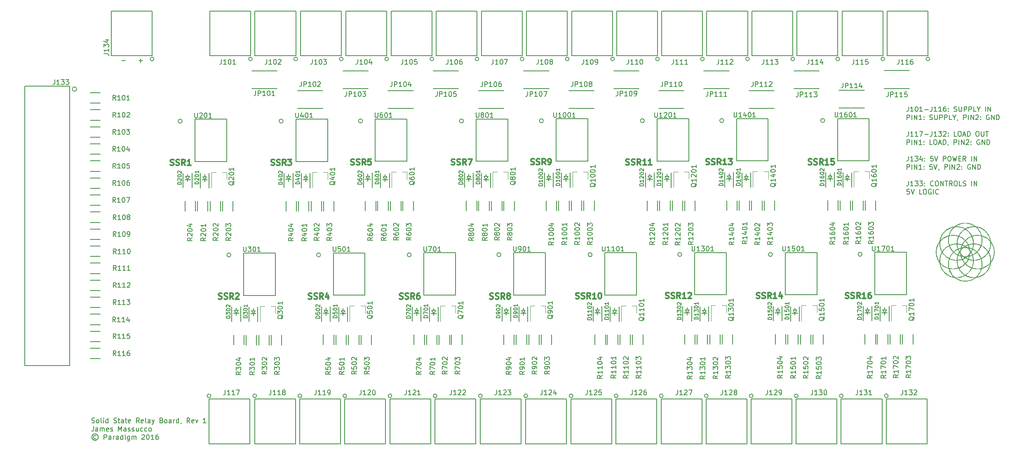
<source format=gbr>
G04 #@! TF.FileFunction,Legend,Top*
%FSLAX46Y46*%
G04 Gerber Fmt 4.6, Leading zero omitted, Abs format (unit mm)*
G04 Created by KiCad (PCBNEW 4.0.4-stable) date Wednesday, January 04, 2017 'PMt' 09:21:10 PM*
%MOMM*%
%LPD*%
G01*
G04 APERTURE LIST*
%ADD10C,0.100000*%
%ADD11C,0.300000*%
%ADD12C,0.200000*%
%ADD13C,0.150000*%
%ADD14C,0.120000*%
%ADD15C,0.010000*%
G04 APERTURE END LIST*
D10*
D11*
X160938571Y-31505714D02*
X161110000Y-31562857D01*
X161395714Y-31562857D01*
X161510000Y-31505714D01*
X161567143Y-31448571D01*
X161624286Y-31334286D01*
X161624286Y-31220000D01*
X161567143Y-31105714D01*
X161510000Y-31048571D01*
X161395714Y-30991429D01*
X161167143Y-30934286D01*
X161052857Y-30877143D01*
X160995714Y-30820000D01*
X160938571Y-30705714D01*
X160938571Y-30591429D01*
X160995714Y-30477143D01*
X161052857Y-30420000D01*
X161167143Y-30362857D01*
X161452857Y-30362857D01*
X161624286Y-30420000D01*
X162081428Y-31505714D02*
X162252857Y-31562857D01*
X162538571Y-31562857D01*
X162652857Y-31505714D01*
X162710000Y-31448571D01*
X162767143Y-31334286D01*
X162767143Y-31220000D01*
X162710000Y-31105714D01*
X162652857Y-31048571D01*
X162538571Y-30991429D01*
X162310000Y-30934286D01*
X162195714Y-30877143D01*
X162138571Y-30820000D01*
X162081428Y-30705714D01*
X162081428Y-30591429D01*
X162138571Y-30477143D01*
X162195714Y-30420000D01*
X162310000Y-30362857D01*
X162595714Y-30362857D01*
X162767143Y-30420000D01*
X163967143Y-31562857D02*
X163567143Y-30991429D01*
X163281428Y-31562857D02*
X163281428Y-30362857D01*
X163738571Y-30362857D01*
X163852857Y-30420000D01*
X163910000Y-30477143D01*
X163967143Y-30591429D01*
X163967143Y-30762857D01*
X163910000Y-30877143D01*
X163852857Y-30934286D01*
X163738571Y-30991429D01*
X163281428Y-30991429D01*
X165110000Y-31562857D02*
X164424285Y-31562857D01*
X164767143Y-31562857D02*
X164767143Y-30362857D01*
X164652857Y-30534286D01*
X164538571Y-30648571D01*
X164424285Y-30705714D01*
X166195714Y-30362857D02*
X165624285Y-30362857D01*
X165567142Y-30934286D01*
X165624285Y-30877143D01*
X165738571Y-30820000D01*
X166024285Y-30820000D01*
X166138571Y-30877143D01*
X166195714Y-30934286D01*
X166252857Y-31048571D01*
X166252857Y-31334286D01*
X166195714Y-31448571D01*
X166138571Y-31505714D01*
X166024285Y-31562857D01*
X165738571Y-31562857D01*
X165624285Y-31505714D01*
X165567142Y-31448571D01*
X168558571Y-58975714D02*
X168730000Y-59032857D01*
X169015714Y-59032857D01*
X169130000Y-58975714D01*
X169187143Y-58918571D01*
X169244286Y-58804286D01*
X169244286Y-58690000D01*
X169187143Y-58575714D01*
X169130000Y-58518571D01*
X169015714Y-58461429D01*
X168787143Y-58404286D01*
X168672857Y-58347143D01*
X168615714Y-58290000D01*
X168558571Y-58175714D01*
X168558571Y-58061429D01*
X168615714Y-57947143D01*
X168672857Y-57890000D01*
X168787143Y-57832857D01*
X169072857Y-57832857D01*
X169244286Y-57890000D01*
X169701428Y-58975714D02*
X169872857Y-59032857D01*
X170158571Y-59032857D01*
X170272857Y-58975714D01*
X170330000Y-58918571D01*
X170387143Y-58804286D01*
X170387143Y-58690000D01*
X170330000Y-58575714D01*
X170272857Y-58518571D01*
X170158571Y-58461429D01*
X169930000Y-58404286D01*
X169815714Y-58347143D01*
X169758571Y-58290000D01*
X169701428Y-58175714D01*
X169701428Y-58061429D01*
X169758571Y-57947143D01*
X169815714Y-57890000D01*
X169930000Y-57832857D01*
X170215714Y-57832857D01*
X170387143Y-57890000D01*
X171587143Y-59032857D02*
X171187143Y-58461429D01*
X170901428Y-59032857D02*
X170901428Y-57832857D01*
X171358571Y-57832857D01*
X171472857Y-57890000D01*
X171530000Y-57947143D01*
X171587143Y-58061429D01*
X171587143Y-58232857D01*
X171530000Y-58347143D01*
X171472857Y-58404286D01*
X171358571Y-58461429D01*
X170901428Y-58461429D01*
X172730000Y-59032857D02*
X172044285Y-59032857D01*
X172387143Y-59032857D02*
X172387143Y-57832857D01*
X172272857Y-58004286D01*
X172158571Y-58118571D01*
X172044285Y-58175714D01*
X173758571Y-57832857D02*
X173530000Y-57832857D01*
X173415714Y-57890000D01*
X173358571Y-57947143D01*
X173244285Y-58118571D01*
X173187142Y-58347143D01*
X173187142Y-58804286D01*
X173244285Y-58918571D01*
X173301428Y-58975714D01*
X173415714Y-59032857D01*
X173644285Y-59032857D01*
X173758571Y-58975714D01*
X173815714Y-58918571D01*
X173872857Y-58804286D01*
X173872857Y-58518571D01*
X173815714Y-58404286D01*
X173758571Y-58347143D01*
X173644285Y-58290000D01*
X173415714Y-58290000D01*
X173301428Y-58347143D01*
X173244285Y-58404286D01*
X173187142Y-58518571D01*
X150278571Y-58975714D02*
X150450000Y-59032857D01*
X150735714Y-59032857D01*
X150850000Y-58975714D01*
X150907143Y-58918571D01*
X150964286Y-58804286D01*
X150964286Y-58690000D01*
X150907143Y-58575714D01*
X150850000Y-58518571D01*
X150735714Y-58461429D01*
X150507143Y-58404286D01*
X150392857Y-58347143D01*
X150335714Y-58290000D01*
X150278571Y-58175714D01*
X150278571Y-58061429D01*
X150335714Y-57947143D01*
X150392857Y-57890000D01*
X150507143Y-57832857D01*
X150792857Y-57832857D01*
X150964286Y-57890000D01*
X151421428Y-58975714D02*
X151592857Y-59032857D01*
X151878571Y-59032857D01*
X151992857Y-58975714D01*
X152050000Y-58918571D01*
X152107143Y-58804286D01*
X152107143Y-58690000D01*
X152050000Y-58575714D01*
X151992857Y-58518571D01*
X151878571Y-58461429D01*
X151650000Y-58404286D01*
X151535714Y-58347143D01*
X151478571Y-58290000D01*
X151421428Y-58175714D01*
X151421428Y-58061429D01*
X151478571Y-57947143D01*
X151535714Y-57890000D01*
X151650000Y-57832857D01*
X151935714Y-57832857D01*
X152107143Y-57890000D01*
X153307143Y-59032857D02*
X152907143Y-58461429D01*
X152621428Y-59032857D02*
X152621428Y-57832857D01*
X153078571Y-57832857D01*
X153192857Y-57890000D01*
X153250000Y-57947143D01*
X153307143Y-58061429D01*
X153307143Y-58232857D01*
X153250000Y-58347143D01*
X153192857Y-58404286D01*
X153078571Y-58461429D01*
X152621428Y-58461429D01*
X154450000Y-59032857D02*
X153764285Y-59032857D01*
X154107143Y-59032857D02*
X154107143Y-57832857D01*
X153992857Y-58004286D01*
X153878571Y-58118571D01*
X153764285Y-58175714D01*
X155478571Y-58232857D02*
X155478571Y-59032857D01*
X155192857Y-57775714D02*
X154907142Y-58632857D01*
X155650000Y-58632857D01*
X139928571Y-31485714D02*
X140100000Y-31542857D01*
X140385714Y-31542857D01*
X140500000Y-31485714D01*
X140557143Y-31428571D01*
X140614286Y-31314286D01*
X140614286Y-31200000D01*
X140557143Y-31085714D01*
X140500000Y-31028571D01*
X140385714Y-30971429D01*
X140157143Y-30914286D01*
X140042857Y-30857143D01*
X139985714Y-30800000D01*
X139928571Y-30685714D01*
X139928571Y-30571429D01*
X139985714Y-30457143D01*
X140042857Y-30400000D01*
X140157143Y-30342857D01*
X140442857Y-30342857D01*
X140614286Y-30400000D01*
X141071428Y-31485714D02*
X141242857Y-31542857D01*
X141528571Y-31542857D01*
X141642857Y-31485714D01*
X141700000Y-31428571D01*
X141757143Y-31314286D01*
X141757143Y-31200000D01*
X141700000Y-31085714D01*
X141642857Y-31028571D01*
X141528571Y-30971429D01*
X141300000Y-30914286D01*
X141185714Y-30857143D01*
X141128571Y-30800000D01*
X141071428Y-30685714D01*
X141071428Y-30571429D01*
X141128571Y-30457143D01*
X141185714Y-30400000D01*
X141300000Y-30342857D01*
X141585714Y-30342857D01*
X141757143Y-30400000D01*
X142957143Y-31542857D02*
X142557143Y-30971429D01*
X142271428Y-31542857D02*
X142271428Y-30342857D01*
X142728571Y-30342857D01*
X142842857Y-30400000D01*
X142900000Y-30457143D01*
X142957143Y-30571429D01*
X142957143Y-30742857D01*
X142900000Y-30857143D01*
X142842857Y-30914286D01*
X142728571Y-30971429D01*
X142271428Y-30971429D01*
X144100000Y-31542857D02*
X143414285Y-31542857D01*
X143757143Y-31542857D02*
X143757143Y-30342857D01*
X143642857Y-30514286D01*
X143528571Y-30628571D01*
X143414285Y-30685714D01*
X144500000Y-30342857D02*
X145242857Y-30342857D01*
X144842857Y-30800000D01*
X145014285Y-30800000D01*
X145128571Y-30857143D01*
X145185714Y-30914286D01*
X145242857Y-31028571D01*
X145242857Y-31314286D01*
X145185714Y-31428571D01*
X145128571Y-31485714D01*
X145014285Y-31542857D01*
X144671428Y-31542857D01*
X144557142Y-31485714D01*
X144500000Y-31428571D01*
X131628571Y-58975714D02*
X131800000Y-59032857D01*
X132085714Y-59032857D01*
X132200000Y-58975714D01*
X132257143Y-58918571D01*
X132314286Y-58804286D01*
X132314286Y-58690000D01*
X132257143Y-58575714D01*
X132200000Y-58518571D01*
X132085714Y-58461429D01*
X131857143Y-58404286D01*
X131742857Y-58347143D01*
X131685714Y-58290000D01*
X131628571Y-58175714D01*
X131628571Y-58061429D01*
X131685714Y-57947143D01*
X131742857Y-57890000D01*
X131857143Y-57832857D01*
X132142857Y-57832857D01*
X132314286Y-57890000D01*
X132771428Y-58975714D02*
X132942857Y-59032857D01*
X133228571Y-59032857D01*
X133342857Y-58975714D01*
X133400000Y-58918571D01*
X133457143Y-58804286D01*
X133457143Y-58690000D01*
X133400000Y-58575714D01*
X133342857Y-58518571D01*
X133228571Y-58461429D01*
X133000000Y-58404286D01*
X132885714Y-58347143D01*
X132828571Y-58290000D01*
X132771428Y-58175714D01*
X132771428Y-58061429D01*
X132828571Y-57947143D01*
X132885714Y-57890000D01*
X133000000Y-57832857D01*
X133285714Y-57832857D01*
X133457143Y-57890000D01*
X134657143Y-59032857D02*
X134257143Y-58461429D01*
X133971428Y-59032857D02*
X133971428Y-57832857D01*
X134428571Y-57832857D01*
X134542857Y-57890000D01*
X134600000Y-57947143D01*
X134657143Y-58061429D01*
X134657143Y-58232857D01*
X134600000Y-58347143D01*
X134542857Y-58404286D01*
X134428571Y-58461429D01*
X133971428Y-58461429D01*
X135800000Y-59032857D02*
X135114285Y-59032857D01*
X135457143Y-59032857D02*
X135457143Y-57832857D01*
X135342857Y-58004286D01*
X135228571Y-58118571D01*
X135114285Y-58175714D01*
X136257142Y-57947143D02*
X136314285Y-57890000D01*
X136428571Y-57832857D01*
X136714285Y-57832857D01*
X136828571Y-57890000D01*
X136885714Y-57947143D01*
X136942857Y-58061429D01*
X136942857Y-58175714D01*
X136885714Y-58347143D01*
X136200000Y-59032857D01*
X136942857Y-59032857D01*
X123468571Y-31545714D02*
X123640000Y-31602857D01*
X123925714Y-31602857D01*
X124040000Y-31545714D01*
X124097143Y-31488571D01*
X124154286Y-31374286D01*
X124154286Y-31260000D01*
X124097143Y-31145714D01*
X124040000Y-31088571D01*
X123925714Y-31031429D01*
X123697143Y-30974286D01*
X123582857Y-30917143D01*
X123525714Y-30860000D01*
X123468571Y-30745714D01*
X123468571Y-30631429D01*
X123525714Y-30517143D01*
X123582857Y-30460000D01*
X123697143Y-30402857D01*
X123982857Y-30402857D01*
X124154286Y-30460000D01*
X124611428Y-31545714D02*
X124782857Y-31602857D01*
X125068571Y-31602857D01*
X125182857Y-31545714D01*
X125240000Y-31488571D01*
X125297143Y-31374286D01*
X125297143Y-31260000D01*
X125240000Y-31145714D01*
X125182857Y-31088571D01*
X125068571Y-31031429D01*
X124840000Y-30974286D01*
X124725714Y-30917143D01*
X124668571Y-30860000D01*
X124611428Y-30745714D01*
X124611428Y-30631429D01*
X124668571Y-30517143D01*
X124725714Y-30460000D01*
X124840000Y-30402857D01*
X125125714Y-30402857D01*
X125297143Y-30460000D01*
X126497143Y-31602857D02*
X126097143Y-31031429D01*
X125811428Y-31602857D02*
X125811428Y-30402857D01*
X126268571Y-30402857D01*
X126382857Y-30460000D01*
X126440000Y-30517143D01*
X126497143Y-30631429D01*
X126497143Y-30802857D01*
X126440000Y-30917143D01*
X126382857Y-30974286D01*
X126268571Y-31031429D01*
X125811428Y-31031429D01*
X127640000Y-31602857D02*
X126954285Y-31602857D01*
X127297143Y-31602857D02*
X127297143Y-30402857D01*
X127182857Y-30574286D01*
X127068571Y-30688571D01*
X126954285Y-30745714D01*
X128782857Y-31602857D02*
X128097142Y-31602857D01*
X128440000Y-31602857D02*
X128440000Y-30402857D01*
X128325714Y-30574286D01*
X128211428Y-30688571D01*
X128097142Y-30745714D01*
X113168571Y-59035714D02*
X113340000Y-59092857D01*
X113625714Y-59092857D01*
X113740000Y-59035714D01*
X113797143Y-58978571D01*
X113854286Y-58864286D01*
X113854286Y-58750000D01*
X113797143Y-58635714D01*
X113740000Y-58578571D01*
X113625714Y-58521429D01*
X113397143Y-58464286D01*
X113282857Y-58407143D01*
X113225714Y-58350000D01*
X113168571Y-58235714D01*
X113168571Y-58121429D01*
X113225714Y-58007143D01*
X113282857Y-57950000D01*
X113397143Y-57892857D01*
X113682857Y-57892857D01*
X113854286Y-57950000D01*
X114311428Y-59035714D02*
X114482857Y-59092857D01*
X114768571Y-59092857D01*
X114882857Y-59035714D01*
X114940000Y-58978571D01*
X114997143Y-58864286D01*
X114997143Y-58750000D01*
X114940000Y-58635714D01*
X114882857Y-58578571D01*
X114768571Y-58521429D01*
X114540000Y-58464286D01*
X114425714Y-58407143D01*
X114368571Y-58350000D01*
X114311428Y-58235714D01*
X114311428Y-58121429D01*
X114368571Y-58007143D01*
X114425714Y-57950000D01*
X114540000Y-57892857D01*
X114825714Y-57892857D01*
X114997143Y-57950000D01*
X116197143Y-59092857D02*
X115797143Y-58521429D01*
X115511428Y-59092857D02*
X115511428Y-57892857D01*
X115968571Y-57892857D01*
X116082857Y-57950000D01*
X116140000Y-58007143D01*
X116197143Y-58121429D01*
X116197143Y-58292857D01*
X116140000Y-58407143D01*
X116082857Y-58464286D01*
X115968571Y-58521429D01*
X115511428Y-58521429D01*
X117340000Y-59092857D02*
X116654285Y-59092857D01*
X116997143Y-59092857D02*
X116997143Y-57892857D01*
X116882857Y-58064286D01*
X116768571Y-58178571D01*
X116654285Y-58235714D01*
X118082857Y-57892857D02*
X118197142Y-57892857D01*
X118311428Y-57950000D01*
X118368571Y-58007143D01*
X118425714Y-58121429D01*
X118482857Y-58350000D01*
X118482857Y-58635714D01*
X118425714Y-58864286D01*
X118368571Y-58978571D01*
X118311428Y-59035714D01*
X118197142Y-59092857D01*
X118082857Y-59092857D01*
X117968571Y-59035714D01*
X117911428Y-58978571D01*
X117854285Y-58864286D01*
X117797142Y-58635714D01*
X117797142Y-58350000D01*
X117854285Y-58121429D01*
X117911428Y-58007143D01*
X117968571Y-57950000D01*
X118082857Y-57892857D01*
X103948571Y-31485714D02*
X104120000Y-31542857D01*
X104405714Y-31542857D01*
X104520000Y-31485714D01*
X104577143Y-31428571D01*
X104634286Y-31314286D01*
X104634286Y-31200000D01*
X104577143Y-31085714D01*
X104520000Y-31028571D01*
X104405714Y-30971429D01*
X104177143Y-30914286D01*
X104062857Y-30857143D01*
X104005714Y-30800000D01*
X103948571Y-30685714D01*
X103948571Y-30571429D01*
X104005714Y-30457143D01*
X104062857Y-30400000D01*
X104177143Y-30342857D01*
X104462857Y-30342857D01*
X104634286Y-30400000D01*
X105091428Y-31485714D02*
X105262857Y-31542857D01*
X105548571Y-31542857D01*
X105662857Y-31485714D01*
X105720000Y-31428571D01*
X105777143Y-31314286D01*
X105777143Y-31200000D01*
X105720000Y-31085714D01*
X105662857Y-31028571D01*
X105548571Y-30971429D01*
X105320000Y-30914286D01*
X105205714Y-30857143D01*
X105148571Y-30800000D01*
X105091428Y-30685714D01*
X105091428Y-30571429D01*
X105148571Y-30457143D01*
X105205714Y-30400000D01*
X105320000Y-30342857D01*
X105605714Y-30342857D01*
X105777143Y-30400000D01*
X106977143Y-31542857D02*
X106577143Y-30971429D01*
X106291428Y-31542857D02*
X106291428Y-30342857D01*
X106748571Y-30342857D01*
X106862857Y-30400000D01*
X106920000Y-30457143D01*
X106977143Y-30571429D01*
X106977143Y-30742857D01*
X106920000Y-30857143D01*
X106862857Y-30914286D01*
X106748571Y-30971429D01*
X106291428Y-30971429D01*
X107548571Y-31542857D02*
X107777143Y-31542857D01*
X107891428Y-31485714D01*
X107948571Y-31428571D01*
X108062857Y-31257143D01*
X108120000Y-31028571D01*
X108120000Y-30571429D01*
X108062857Y-30457143D01*
X108005714Y-30400000D01*
X107891428Y-30342857D01*
X107662857Y-30342857D01*
X107548571Y-30400000D01*
X107491428Y-30457143D01*
X107434285Y-30571429D01*
X107434285Y-30857143D01*
X107491428Y-30971429D01*
X107548571Y-31028571D01*
X107662857Y-31085714D01*
X107891428Y-31085714D01*
X108005714Y-31028571D01*
X108062857Y-30971429D01*
X108120000Y-30857143D01*
X95528571Y-59105714D02*
X95700000Y-59162857D01*
X95985714Y-59162857D01*
X96100000Y-59105714D01*
X96157143Y-59048571D01*
X96214286Y-58934286D01*
X96214286Y-58820000D01*
X96157143Y-58705714D01*
X96100000Y-58648571D01*
X95985714Y-58591429D01*
X95757143Y-58534286D01*
X95642857Y-58477143D01*
X95585714Y-58420000D01*
X95528571Y-58305714D01*
X95528571Y-58191429D01*
X95585714Y-58077143D01*
X95642857Y-58020000D01*
X95757143Y-57962857D01*
X96042857Y-57962857D01*
X96214286Y-58020000D01*
X96671428Y-59105714D02*
X96842857Y-59162857D01*
X97128571Y-59162857D01*
X97242857Y-59105714D01*
X97300000Y-59048571D01*
X97357143Y-58934286D01*
X97357143Y-58820000D01*
X97300000Y-58705714D01*
X97242857Y-58648571D01*
X97128571Y-58591429D01*
X96900000Y-58534286D01*
X96785714Y-58477143D01*
X96728571Y-58420000D01*
X96671428Y-58305714D01*
X96671428Y-58191429D01*
X96728571Y-58077143D01*
X96785714Y-58020000D01*
X96900000Y-57962857D01*
X97185714Y-57962857D01*
X97357143Y-58020000D01*
X98557143Y-59162857D02*
X98157143Y-58591429D01*
X97871428Y-59162857D02*
X97871428Y-57962857D01*
X98328571Y-57962857D01*
X98442857Y-58020000D01*
X98500000Y-58077143D01*
X98557143Y-58191429D01*
X98557143Y-58362857D01*
X98500000Y-58477143D01*
X98442857Y-58534286D01*
X98328571Y-58591429D01*
X97871428Y-58591429D01*
X99242857Y-58477143D02*
X99128571Y-58420000D01*
X99071428Y-58362857D01*
X99014285Y-58248571D01*
X99014285Y-58191429D01*
X99071428Y-58077143D01*
X99128571Y-58020000D01*
X99242857Y-57962857D01*
X99471428Y-57962857D01*
X99585714Y-58020000D01*
X99642857Y-58077143D01*
X99700000Y-58191429D01*
X99700000Y-58248571D01*
X99642857Y-58362857D01*
X99585714Y-58420000D01*
X99471428Y-58477143D01*
X99242857Y-58477143D01*
X99128571Y-58534286D01*
X99071428Y-58591429D01*
X99014285Y-58705714D01*
X99014285Y-58934286D01*
X99071428Y-59048571D01*
X99128571Y-59105714D01*
X99242857Y-59162857D01*
X99471428Y-59162857D01*
X99585714Y-59105714D01*
X99642857Y-59048571D01*
X99700000Y-58934286D01*
X99700000Y-58705714D01*
X99642857Y-58591429D01*
X99585714Y-58534286D01*
X99471428Y-58477143D01*
X87628571Y-31545714D02*
X87800000Y-31602857D01*
X88085714Y-31602857D01*
X88200000Y-31545714D01*
X88257143Y-31488571D01*
X88314286Y-31374286D01*
X88314286Y-31260000D01*
X88257143Y-31145714D01*
X88200000Y-31088571D01*
X88085714Y-31031429D01*
X87857143Y-30974286D01*
X87742857Y-30917143D01*
X87685714Y-30860000D01*
X87628571Y-30745714D01*
X87628571Y-30631429D01*
X87685714Y-30517143D01*
X87742857Y-30460000D01*
X87857143Y-30402857D01*
X88142857Y-30402857D01*
X88314286Y-30460000D01*
X88771428Y-31545714D02*
X88942857Y-31602857D01*
X89228571Y-31602857D01*
X89342857Y-31545714D01*
X89400000Y-31488571D01*
X89457143Y-31374286D01*
X89457143Y-31260000D01*
X89400000Y-31145714D01*
X89342857Y-31088571D01*
X89228571Y-31031429D01*
X89000000Y-30974286D01*
X88885714Y-30917143D01*
X88828571Y-30860000D01*
X88771428Y-30745714D01*
X88771428Y-30631429D01*
X88828571Y-30517143D01*
X88885714Y-30460000D01*
X89000000Y-30402857D01*
X89285714Y-30402857D01*
X89457143Y-30460000D01*
X90657143Y-31602857D02*
X90257143Y-31031429D01*
X89971428Y-31602857D02*
X89971428Y-30402857D01*
X90428571Y-30402857D01*
X90542857Y-30460000D01*
X90600000Y-30517143D01*
X90657143Y-30631429D01*
X90657143Y-30802857D01*
X90600000Y-30917143D01*
X90542857Y-30974286D01*
X90428571Y-31031429D01*
X89971428Y-31031429D01*
X91057143Y-30402857D02*
X91857143Y-30402857D01*
X91342857Y-31602857D01*
X76998571Y-59105714D02*
X77170000Y-59162857D01*
X77455714Y-59162857D01*
X77570000Y-59105714D01*
X77627143Y-59048571D01*
X77684286Y-58934286D01*
X77684286Y-58820000D01*
X77627143Y-58705714D01*
X77570000Y-58648571D01*
X77455714Y-58591429D01*
X77227143Y-58534286D01*
X77112857Y-58477143D01*
X77055714Y-58420000D01*
X76998571Y-58305714D01*
X76998571Y-58191429D01*
X77055714Y-58077143D01*
X77112857Y-58020000D01*
X77227143Y-57962857D01*
X77512857Y-57962857D01*
X77684286Y-58020000D01*
X78141428Y-59105714D02*
X78312857Y-59162857D01*
X78598571Y-59162857D01*
X78712857Y-59105714D01*
X78770000Y-59048571D01*
X78827143Y-58934286D01*
X78827143Y-58820000D01*
X78770000Y-58705714D01*
X78712857Y-58648571D01*
X78598571Y-58591429D01*
X78370000Y-58534286D01*
X78255714Y-58477143D01*
X78198571Y-58420000D01*
X78141428Y-58305714D01*
X78141428Y-58191429D01*
X78198571Y-58077143D01*
X78255714Y-58020000D01*
X78370000Y-57962857D01*
X78655714Y-57962857D01*
X78827143Y-58020000D01*
X80027143Y-59162857D02*
X79627143Y-58591429D01*
X79341428Y-59162857D02*
X79341428Y-57962857D01*
X79798571Y-57962857D01*
X79912857Y-58020000D01*
X79970000Y-58077143D01*
X80027143Y-58191429D01*
X80027143Y-58362857D01*
X79970000Y-58477143D01*
X79912857Y-58534286D01*
X79798571Y-58591429D01*
X79341428Y-58591429D01*
X81055714Y-57962857D02*
X80827143Y-57962857D01*
X80712857Y-58020000D01*
X80655714Y-58077143D01*
X80541428Y-58248571D01*
X80484285Y-58477143D01*
X80484285Y-58934286D01*
X80541428Y-59048571D01*
X80598571Y-59105714D01*
X80712857Y-59162857D01*
X80941428Y-59162857D01*
X81055714Y-59105714D01*
X81112857Y-59048571D01*
X81170000Y-58934286D01*
X81170000Y-58648571D01*
X81112857Y-58534286D01*
X81055714Y-58477143D01*
X80941428Y-58420000D01*
X80712857Y-58420000D01*
X80598571Y-58477143D01*
X80541428Y-58534286D01*
X80484285Y-58648571D01*
X66978571Y-31545714D02*
X67150000Y-31602857D01*
X67435714Y-31602857D01*
X67550000Y-31545714D01*
X67607143Y-31488571D01*
X67664286Y-31374286D01*
X67664286Y-31260000D01*
X67607143Y-31145714D01*
X67550000Y-31088571D01*
X67435714Y-31031429D01*
X67207143Y-30974286D01*
X67092857Y-30917143D01*
X67035714Y-30860000D01*
X66978571Y-30745714D01*
X66978571Y-30631429D01*
X67035714Y-30517143D01*
X67092857Y-30460000D01*
X67207143Y-30402857D01*
X67492857Y-30402857D01*
X67664286Y-30460000D01*
X68121428Y-31545714D02*
X68292857Y-31602857D01*
X68578571Y-31602857D01*
X68692857Y-31545714D01*
X68750000Y-31488571D01*
X68807143Y-31374286D01*
X68807143Y-31260000D01*
X68750000Y-31145714D01*
X68692857Y-31088571D01*
X68578571Y-31031429D01*
X68350000Y-30974286D01*
X68235714Y-30917143D01*
X68178571Y-30860000D01*
X68121428Y-30745714D01*
X68121428Y-30631429D01*
X68178571Y-30517143D01*
X68235714Y-30460000D01*
X68350000Y-30402857D01*
X68635714Y-30402857D01*
X68807143Y-30460000D01*
X70007143Y-31602857D02*
X69607143Y-31031429D01*
X69321428Y-31602857D02*
X69321428Y-30402857D01*
X69778571Y-30402857D01*
X69892857Y-30460000D01*
X69950000Y-30517143D01*
X70007143Y-30631429D01*
X70007143Y-30802857D01*
X69950000Y-30917143D01*
X69892857Y-30974286D01*
X69778571Y-31031429D01*
X69321428Y-31031429D01*
X71092857Y-30402857D02*
X70521428Y-30402857D01*
X70464285Y-30974286D01*
X70521428Y-30917143D01*
X70635714Y-30860000D01*
X70921428Y-30860000D01*
X71035714Y-30917143D01*
X71092857Y-30974286D01*
X71150000Y-31088571D01*
X71150000Y-31374286D01*
X71092857Y-31488571D01*
X71035714Y-31545714D01*
X70921428Y-31602857D01*
X70635714Y-31602857D01*
X70521428Y-31545714D01*
X70464285Y-31488571D01*
X58278571Y-59105714D02*
X58450000Y-59162857D01*
X58735714Y-59162857D01*
X58850000Y-59105714D01*
X58907143Y-59048571D01*
X58964286Y-58934286D01*
X58964286Y-58820000D01*
X58907143Y-58705714D01*
X58850000Y-58648571D01*
X58735714Y-58591429D01*
X58507143Y-58534286D01*
X58392857Y-58477143D01*
X58335714Y-58420000D01*
X58278571Y-58305714D01*
X58278571Y-58191429D01*
X58335714Y-58077143D01*
X58392857Y-58020000D01*
X58507143Y-57962857D01*
X58792857Y-57962857D01*
X58964286Y-58020000D01*
X59421428Y-59105714D02*
X59592857Y-59162857D01*
X59878571Y-59162857D01*
X59992857Y-59105714D01*
X60050000Y-59048571D01*
X60107143Y-58934286D01*
X60107143Y-58820000D01*
X60050000Y-58705714D01*
X59992857Y-58648571D01*
X59878571Y-58591429D01*
X59650000Y-58534286D01*
X59535714Y-58477143D01*
X59478571Y-58420000D01*
X59421428Y-58305714D01*
X59421428Y-58191429D01*
X59478571Y-58077143D01*
X59535714Y-58020000D01*
X59650000Y-57962857D01*
X59935714Y-57962857D01*
X60107143Y-58020000D01*
X61307143Y-59162857D02*
X60907143Y-58591429D01*
X60621428Y-59162857D02*
X60621428Y-57962857D01*
X61078571Y-57962857D01*
X61192857Y-58020000D01*
X61250000Y-58077143D01*
X61307143Y-58191429D01*
X61307143Y-58362857D01*
X61250000Y-58477143D01*
X61192857Y-58534286D01*
X61078571Y-58591429D01*
X60621428Y-58591429D01*
X62335714Y-58362857D02*
X62335714Y-59162857D01*
X62050000Y-57905714D02*
X61764285Y-58762857D01*
X62507143Y-58762857D01*
X50608571Y-31625714D02*
X50780000Y-31682857D01*
X51065714Y-31682857D01*
X51180000Y-31625714D01*
X51237143Y-31568571D01*
X51294286Y-31454286D01*
X51294286Y-31340000D01*
X51237143Y-31225714D01*
X51180000Y-31168571D01*
X51065714Y-31111429D01*
X50837143Y-31054286D01*
X50722857Y-30997143D01*
X50665714Y-30940000D01*
X50608571Y-30825714D01*
X50608571Y-30711429D01*
X50665714Y-30597143D01*
X50722857Y-30540000D01*
X50837143Y-30482857D01*
X51122857Y-30482857D01*
X51294286Y-30540000D01*
X51751428Y-31625714D02*
X51922857Y-31682857D01*
X52208571Y-31682857D01*
X52322857Y-31625714D01*
X52380000Y-31568571D01*
X52437143Y-31454286D01*
X52437143Y-31340000D01*
X52380000Y-31225714D01*
X52322857Y-31168571D01*
X52208571Y-31111429D01*
X51980000Y-31054286D01*
X51865714Y-30997143D01*
X51808571Y-30940000D01*
X51751428Y-30825714D01*
X51751428Y-30711429D01*
X51808571Y-30597143D01*
X51865714Y-30540000D01*
X51980000Y-30482857D01*
X52265714Y-30482857D01*
X52437143Y-30540000D01*
X53637143Y-31682857D02*
X53237143Y-31111429D01*
X52951428Y-31682857D02*
X52951428Y-30482857D01*
X53408571Y-30482857D01*
X53522857Y-30540000D01*
X53580000Y-30597143D01*
X53637143Y-30711429D01*
X53637143Y-30882857D01*
X53580000Y-30997143D01*
X53522857Y-31054286D01*
X53408571Y-31111429D01*
X52951428Y-31111429D01*
X54037143Y-30482857D02*
X54780000Y-30482857D01*
X54380000Y-30940000D01*
X54551428Y-30940000D01*
X54665714Y-30997143D01*
X54722857Y-31054286D01*
X54780000Y-31168571D01*
X54780000Y-31454286D01*
X54722857Y-31568571D01*
X54665714Y-31625714D01*
X54551428Y-31682857D01*
X54208571Y-31682857D01*
X54094285Y-31625714D01*
X54037143Y-31568571D01*
X39818571Y-59105714D02*
X39990000Y-59162857D01*
X40275714Y-59162857D01*
X40390000Y-59105714D01*
X40447143Y-59048571D01*
X40504286Y-58934286D01*
X40504286Y-58820000D01*
X40447143Y-58705714D01*
X40390000Y-58648571D01*
X40275714Y-58591429D01*
X40047143Y-58534286D01*
X39932857Y-58477143D01*
X39875714Y-58420000D01*
X39818571Y-58305714D01*
X39818571Y-58191429D01*
X39875714Y-58077143D01*
X39932857Y-58020000D01*
X40047143Y-57962857D01*
X40332857Y-57962857D01*
X40504286Y-58020000D01*
X40961428Y-59105714D02*
X41132857Y-59162857D01*
X41418571Y-59162857D01*
X41532857Y-59105714D01*
X41590000Y-59048571D01*
X41647143Y-58934286D01*
X41647143Y-58820000D01*
X41590000Y-58705714D01*
X41532857Y-58648571D01*
X41418571Y-58591429D01*
X41190000Y-58534286D01*
X41075714Y-58477143D01*
X41018571Y-58420000D01*
X40961428Y-58305714D01*
X40961428Y-58191429D01*
X41018571Y-58077143D01*
X41075714Y-58020000D01*
X41190000Y-57962857D01*
X41475714Y-57962857D01*
X41647143Y-58020000D01*
X42847143Y-59162857D02*
X42447143Y-58591429D01*
X42161428Y-59162857D02*
X42161428Y-57962857D01*
X42618571Y-57962857D01*
X42732857Y-58020000D01*
X42790000Y-58077143D01*
X42847143Y-58191429D01*
X42847143Y-58362857D01*
X42790000Y-58477143D01*
X42732857Y-58534286D01*
X42618571Y-58591429D01*
X42161428Y-58591429D01*
X43304285Y-58077143D02*
X43361428Y-58020000D01*
X43475714Y-57962857D01*
X43761428Y-57962857D01*
X43875714Y-58020000D01*
X43932857Y-58077143D01*
X43990000Y-58191429D01*
X43990000Y-58305714D01*
X43932857Y-58477143D01*
X43247143Y-59162857D01*
X43990000Y-59162857D01*
X29918571Y-31625714D02*
X30090000Y-31682857D01*
X30375714Y-31682857D01*
X30490000Y-31625714D01*
X30547143Y-31568571D01*
X30604286Y-31454286D01*
X30604286Y-31340000D01*
X30547143Y-31225714D01*
X30490000Y-31168571D01*
X30375714Y-31111429D01*
X30147143Y-31054286D01*
X30032857Y-30997143D01*
X29975714Y-30940000D01*
X29918571Y-30825714D01*
X29918571Y-30711429D01*
X29975714Y-30597143D01*
X30032857Y-30540000D01*
X30147143Y-30482857D01*
X30432857Y-30482857D01*
X30604286Y-30540000D01*
X31061428Y-31625714D02*
X31232857Y-31682857D01*
X31518571Y-31682857D01*
X31632857Y-31625714D01*
X31690000Y-31568571D01*
X31747143Y-31454286D01*
X31747143Y-31340000D01*
X31690000Y-31225714D01*
X31632857Y-31168571D01*
X31518571Y-31111429D01*
X31290000Y-31054286D01*
X31175714Y-30997143D01*
X31118571Y-30940000D01*
X31061428Y-30825714D01*
X31061428Y-30711429D01*
X31118571Y-30597143D01*
X31175714Y-30540000D01*
X31290000Y-30482857D01*
X31575714Y-30482857D01*
X31747143Y-30540000D01*
X32947143Y-31682857D02*
X32547143Y-31111429D01*
X32261428Y-31682857D02*
X32261428Y-30482857D01*
X32718571Y-30482857D01*
X32832857Y-30540000D01*
X32890000Y-30597143D01*
X32947143Y-30711429D01*
X32947143Y-30882857D01*
X32890000Y-30997143D01*
X32832857Y-31054286D01*
X32718571Y-31111429D01*
X32261428Y-31111429D01*
X34090000Y-31682857D02*
X33404285Y-31682857D01*
X33747143Y-31682857D02*
X33747143Y-30482857D01*
X33632857Y-30654286D01*
X33518571Y-30768571D01*
X33404285Y-30825714D01*
D12*
X13760476Y-84564762D02*
X13903333Y-84612381D01*
X14141429Y-84612381D01*
X14236667Y-84564762D01*
X14284286Y-84517143D01*
X14331905Y-84421905D01*
X14331905Y-84326667D01*
X14284286Y-84231429D01*
X14236667Y-84183810D01*
X14141429Y-84136190D01*
X13950952Y-84088571D01*
X13855714Y-84040952D01*
X13808095Y-83993333D01*
X13760476Y-83898095D01*
X13760476Y-83802857D01*
X13808095Y-83707619D01*
X13855714Y-83660000D01*
X13950952Y-83612381D01*
X14189048Y-83612381D01*
X14331905Y-83660000D01*
X14903333Y-84612381D02*
X14808095Y-84564762D01*
X14760476Y-84517143D01*
X14712857Y-84421905D01*
X14712857Y-84136190D01*
X14760476Y-84040952D01*
X14808095Y-83993333D01*
X14903333Y-83945714D01*
X15046191Y-83945714D01*
X15141429Y-83993333D01*
X15189048Y-84040952D01*
X15236667Y-84136190D01*
X15236667Y-84421905D01*
X15189048Y-84517143D01*
X15141429Y-84564762D01*
X15046191Y-84612381D01*
X14903333Y-84612381D01*
X15808095Y-84612381D02*
X15712857Y-84564762D01*
X15665238Y-84469524D01*
X15665238Y-83612381D01*
X16189048Y-84612381D02*
X16189048Y-83945714D01*
X16189048Y-83612381D02*
X16141429Y-83660000D01*
X16189048Y-83707619D01*
X16236667Y-83660000D01*
X16189048Y-83612381D01*
X16189048Y-83707619D01*
X17093810Y-84612381D02*
X17093810Y-83612381D01*
X17093810Y-84564762D02*
X16998572Y-84612381D01*
X16808095Y-84612381D01*
X16712857Y-84564762D01*
X16665238Y-84517143D01*
X16617619Y-84421905D01*
X16617619Y-84136190D01*
X16665238Y-84040952D01*
X16712857Y-83993333D01*
X16808095Y-83945714D01*
X16998572Y-83945714D01*
X17093810Y-83993333D01*
X18284286Y-84564762D02*
X18427143Y-84612381D01*
X18665239Y-84612381D01*
X18760477Y-84564762D01*
X18808096Y-84517143D01*
X18855715Y-84421905D01*
X18855715Y-84326667D01*
X18808096Y-84231429D01*
X18760477Y-84183810D01*
X18665239Y-84136190D01*
X18474762Y-84088571D01*
X18379524Y-84040952D01*
X18331905Y-83993333D01*
X18284286Y-83898095D01*
X18284286Y-83802857D01*
X18331905Y-83707619D01*
X18379524Y-83660000D01*
X18474762Y-83612381D01*
X18712858Y-83612381D01*
X18855715Y-83660000D01*
X19141429Y-83945714D02*
X19522381Y-83945714D01*
X19284286Y-83612381D02*
X19284286Y-84469524D01*
X19331905Y-84564762D01*
X19427143Y-84612381D01*
X19522381Y-84612381D01*
X20284287Y-84612381D02*
X20284287Y-84088571D01*
X20236668Y-83993333D01*
X20141430Y-83945714D01*
X19950953Y-83945714D01*
X19855715Y-83993333D01*
X20284287Y-84564762D02*
X20189049Y-84612381D01*
X19950953Y-84612381D01*
X19855715Y-84564762D01*
X19808096Y-84469524D01*
X19808096Y-84374286D01*
X19855715Y-84279048D01*
X19950953Y-84231429D01*
X20189049Y-84231429D01*
X20284287Y-84183810D01*
X20617620Y-83945714D02*
X20998572Y-83945714D01*
X20760477Y-83612381D02*
X20760477Y-84469524D01*
X20808096Y-84564762D01*
X20903334Y-84612381D01*
X20998572Y-84612381D01*
X21712859Y-84564762D02*
X21617621Y-84612381D01*
X21427144Y-84612381D01*
X21331906Y-84564762D01*
X21284287Y-84469524D01*
X21284287Y-84088571D01*
X21331906Y-83993333D01*
X21427144Y-83945714D01*
X21617621Y-83945714D01*
X21712859Y-83993333D01*
X21760478Y-84088571D01*
X21760478Y-84183810D01*
X21284287Y-84279048D01*
X23522383Y-84612381D02*
X23189049Y-84136190D01*
X22950954Y-84612381D02*
X22950954Y-83612381D01*
X23331907Y-83612381D01*
X23427145Y-83660000D01*
X23474764Y-83707619D01*
X23522383Y-83802857D01*
X23522383Y-83945714D01*
X23474764Y-84040952D01*
X23427145Y-84088571D01*
X23331907Y-84136190D01*
X22950954Y-84136190D01*
X24331907Y-84564762D02*
X24236669Y-84612381D01*
X24046192Y-84612381D01*
X23950954Y-84564762D01*
X23903335Y-84469524D01*
X23903335Y-84088571D01*
X23950954Y-83993333D01*
X24046192Y-83945714D01*
X24236669Y-83945714D01*
X24331907Y-83993333D01*
X24379526Y-84088571D01*
X24379526Y-84183810D01*
X23903335Y-84279048D01*
X24950954Y-84612381D02*
X24855716Y-84564762D01*
X24808097Y-84469524D01*
X24808097Y-83612381D01*
X25760479Y-84612381D02*
X25760479Y-84088571D01*
X25712860Y-83993333D01*
X25617622Y-83945714D01*
X25427145Y-83945714D01*
X25331907Y-83993333D01*
X25760479Y-84564762D02*
X25665241Y-84612381D01*
X25427145Y-84612381D01*
X25331907Y-84564762D01*
X25284288Y-84469524D01*
X25284288Y-84374286D01*
X25331907Y-84279048D01*
X25427145Y-84231429D01*
X25665241Y-84231429D01*
X25760479Y-84183810D01*
X26141431Y-83945714D02*
X26379526Y-84612381D01*
X26617622Y-83945714D02*
X26379526Y-84612381D01*
X26284288Y-84850476D01*
X26236669Y-84898095D01*
X26141431Y-84945714D01*
X28093813Y-84088571D02*
X28236670Y-84136190D01*
X28284289Y-84183810D01*
X28331908Y-84279048D01*
X28331908Y-84421905D01*
X28284289Y-84517143D01*
X28236670Y-84564762D01*
X28141432Y-84612381D01*
X27760479Y-84612381D01*
X27760479Y-83612381D01*
X28093813Y-83612381D01*
X28189051Y-83660000D01*
X28236670Y-83707619D01*
X28284289Y-83802857D01*
X28284289Y-83898095D01*
X28236670Y-83993333D01*
X28189051Y-84040952D01*
X28093813Y-84088571D01*
X27760479Y-84088571D01*
X28903336Y-84612381D02*
X28808098Y-84564762D01*
X28760479Y-84517143D01*
X28712860Y-84421905D01*
X28712860Y-84136190D01*
X28760479Y-84040952D01*
X28808098Y-83993333D01*
X28903336Y-83945714D01*
X29046194Y-83945714D01*
X29141432Y-83993333D01*
X29189051Y-84040952D01*
X29236670Y-84136190D01*
X29236670Y-84421905D01*
X29189051Y-84517143D01*
X29141432Y-84564762D01*
X29046194Y-84612381D01*
X28903336Y-84612381D01*
X30093813Y-84612381D02*
X30093813Y-84088571D01*
X30046194Y-83993333D01*
X29950956Y-83945714D01*
X29760479Y-83945714D01*
X29665241Y-83993333D01*
X30093813Y-84564762D02*
X29998575Y-84612381D01*
X29760479Y-84612381D01*
X29665241Y-84564762D01*
X29617622Y-84469524D01*
X29617622Y-84374286D01*
X29665241Y-84279048D01*
X29760479Y-84231429D01*
X29998575Y-84231429D01*
X30093813Y-84183810D01*
X30570003Y-84612381D02*
X30570003Y-83945714D01*
X30570003Y-84136190D02*
X30617622Y-84040952D01*
X30665241Y-83993333D01*
X30760479Y-83945714D01*
X30855718Y-83945714D01*
X31617623Y-84612381D02*
X31617623Y-83612381D01*
X31617623Y-84564762D02*
X31522385Y-84612381D01*
X31331908Y-84612381D01*
X31236670Y-84564762D01*
X31189051Y-84517143D01*
X31141432Y-84421905D01*
X31141432Y-84136190D01*
X31189051Y-84040952D01*
X31236670Y-83993333D01*
X31331908Y-83945714D01*
X31522385Y-83945714D01*
X31617623Y-83993333D01*
X32141432Y-84564762D02*
X32141432Y-84612381D01*
X32093813Y-84707619D01*
X32046194Y-84755238D01*
X33903337Y-84612381D02*
X33570003Y-84136190D01*
X33331908Y-84612381D02*
X33331908Y-83612381D01*
X33712861Y-83612381D01*
X33808099Y-83660000D01*
X33855718Y-83707619D01*
X33903337Y-83802857D01*
X33903337Y-83945714D01*
X33855718Y-84040952D01*
X33808099Y-84088571D01*
X33712861Y-84136190D01*
X33331908Y-84136190D01*
X34712861Y-84564762D02*
X34617623Y-84612381D01*
X34427146Y-84612381D01*
X34331908Y-84564762D01*
X34284289Y-84469524D01*
X34284289Y-84088571D01*
X34331908Y-83993333D01*
X34427146Y-83945714D01*
X34617623Y-83945714D01*
X34712861Y-83993333D01*
X34760480Y-84088571D01*
X34760480Y-84183810D01*
X34284289Y-84279048D01*
X35093813Y-83945714D02*
X35331908Y-84612381D01*
X35570004Y-83945714D01*
X37236671Y-84612381D02*
X36665242Y-84612381D01*
X36950956Y-84612381D02*
X36950956Y-83612381D01*
X36855718Y-83755238D01*
X36760480Y-83850476D01*
X36665242Y-83898095D01*
X14093810Y-85312381D02*
X14093810Y-86026667D01*
X14046190Y-86169524D01*
X13950952Y-86264762D01*
X13808095Y-86312381D01*
X13712857Y-86312381D01*
X14998572Y-86312381D02*
X14998572Y-85788571D01*
X14950953Y-85693333D01*
X14855715Y-85645714D01*
X14665238Y-85645714D01*
X14570000Y-85693333D01*
X14998572Y-86264762D02*
X14903334Y-86312381D01*
X14665238Y-86312381D01*
X14570000Y-86264762D01*
X14522381Y-86169524D01*
X14522381Y-86074286D01*
X14570000Y-85979048D01*
X14665238Y-85931429D01*
X14903334Y-85931429D01*
X14998572Y-85883810D01*
X15474762Y-86312381D02*
X15474762Y-85645714D01*
X15474762Y-85740952D02*
X15522381Y-85693333D01*
X15617619Y-85645714D01*
X15760477Y-85645714D01*
X15855715Y-85693333D01*
X15903334Y-85788571D01*
X15903334Y-86312381D01*
X15903334Y-85788571D02*
X15950953Y-85693333D01*
X16046191Y-85645714D01*
X16189048Y-85645714D01*
X16284286Y-85693333D01*
X16331905Y-85788571D01*
X16331905Y-86312381D01*
X17189048Y-86264762D02*
X17093810Y-86312381D01*
X16903333Y-86312381D01*
X16808095Y-86264762D01*
X16760476Y-86169524D01*
X16760476Y-85788571D01*
X16808095Y-85693333D01*
X16903333Y-85645714D01*
X17093810Y-85645714D01*
X17189048Y-85693333D01*
X17236667Y-85788571D01*
X17236667Y-85883810D01*
X16760476Y-85979048D01*
X17617619Y-86264762D02*
X17712857Y-86312381D01*
X17903333Y-86312381D01*
X17998572Y-86264762D01*
X18046191Y-86169524D01*
X18046191Y-86121905D01*
X17998572Y-86026667D01*
X17903333Y-85979048D01*
X17760476Y-85979048D01*
X17665238Y-85931429D01*
X17617619Y-85836190D01*
X17617619Y-85788571D01*
X17665238Y-85693333D01*
X17760476Y-85645714D01*
X17903333Y-85645714D01*
X17998572Y-85693333D01*
X19236667Y-86312381D02*
X19236667Y-85312381D01*
X19570001Y-86026667D01*
X19903334Y-85312381D01*
X19903334Y-86312381D01*
X20808096Y-86312381D02*
X20808096Y-85788571D01*
X20760477Y-85693333D01*
X20665239Y-85645714D01*
X20474762Y-85645714D01*
X20379524Y-85693333D01*
X20808096Y-86264762D02*
X20712858Y-86312381D01*
X20474762Y-86312381D01*
X20379524Y-86264762D01*
X20331905Y-86169524D01*
X20331905Y-86074286D01*
X20379524Y-85979048D01*
X20474762Y-85931429D01*
X20712858Y-85931429D01*
X20808096Y-85883810D01*
X21236667Y-86264762D02*
X21331905Y-86312381D01*
X21522381Y-86312381D01*
X21617620Y-86264762D01*
X21665239Y-86169524D01*
X21665239Y-86121905D01*
X21617620Y-86026667D01*
X21522381Y-85979048D01*
X21379524Y-85979048D01*
X21284286Y-85931429D01*
X21236667Y-85836190D01*
X21236667Y-85788571D01*
X21284286Y-85693333D01*
X21379524Y-85645714D01*
X21522381Y-85645714D01*
X21617620Y-85693333D01*
X22046191Y-86264762D02*
X22141429Y-86312381D01*
X22331905Y-86312381D01*
X22427144Y-86264762D01*
X22474763Y-86169524D01*
X22474763Y-86121905D01*
X22427144Y-86026667D01*
X22331905Y-85979048D01*
X22189048Y-85979048D01*
X22093810Y-85931429D01*
X22046191Y-85836190D01*
X22046191Y-85788571D01*
X22093810Y-85693333D01*
X22189048Y-85645714D01*
X22331905Y-85645714D01*
X22427144Y-85693333D01*
X23331906Y-85645714D02*
X23331906Y-86312381D01*
X22903334Y-85645714D02*
X22903334Y-86169524D01*
X22950953Y-86264762D01*
X23046191Y-86312381D01*
X23189049Y-86312381D01*
X23284287Y-86264762D01*
X23331906Y-86217143D01*
X24236668Y-86264762D02*
X24141430Y-86312381D01*
X23950953Y-86312381D01*
X23855715Y-86264762D01*
X23808096Y-86217143D01*
X23760477Y-86121905D01*
X23760477Y-85836190D01*
X23808096Y-85740952D01*
X23855715Y-85693333D01*
X23950953Y-85645714D01*
X24141430Y-85645714D01*
X24236668Y-85693333D01*
X25093811Y-86264762D02*
X24998573Y-86312381D01*
X24808096Y-86312381D01*
X24712858Y-86264762D01*
X24665239Y-86217143D01*
X24617620Y-86121905D01*
X24617620Y-85836190D01*
X24665239Y-85740952D01*
X24712858Y-85693333D01*
X24808096Y-85645714D01*
X24998573Y-85645714D01*
X25093811Y-85693333D01*
X25665239Y-86312381D02*
X25570001Y-86264762D01*
X25522382Y-86217143D01*
X25474763Y-86121905D01*
X25474763Y-85836190D01*
X25522382Y-85740952D01*
X25570001Y-85693333D01*
X25665239Y-85645714D01*
X25808097Y-85645714D01*
X25903335Y-85693333D01*
X25950954Y-85740952D01*
X25998573Y-85836190D01*
X25998573Y-86121905D01*
X25950954Y-86217143D01*
X25903335Y-86264762D01*
X25808097Y-86312381D01*
X25665239Y-86312381D01*
X14617619Y-87250476D02*
X14522381Y-87202857D01*
X14331905Y-87202857D01*
X14236667Y-87250476D01*
X14141429Y-87345714D01*
X14093810Y-87440952D01*
X14093810Y-87631429D01*
X14141429Y-87726667D01*
X14236667Y-87821905D01*
X14331905Y-87869524D01*
X14522381Y-87869524D01*
X14617619Y-87821905D01*
X14427143Y-86869524D02*
X14189048Y-86917143D01*
X13950952Y-87060000D01*
X13808095Y-87298095D01*
X13760476Y-87536190D01*
X13808095Y-87774286D01*
X13950952Y-88012381D01*
X14189048Y-88155238D01*
X14427143Y-88202857D01*
X14665238Y-88155238D01*
X14903333Y-88012381D01*
X15046190Y-87774286D01*
X15093810Y-87536190D01*
X15046190Y-87298095D01*
X14903333Y-87060000D01*
X14665238Y-86917143D01*
X14427143Y-86869524D01*
X16284286Y-88012381D02*
X16284286Y-87012381D01*
X16665239Y-87012381D01*
X16760477Y-87060000D01*
X16808096Y-87107619D01*
X16855715Y-87202857D01*
X16855715Y-87345714D01*
X16808096Y-87440952D01*
X16760477Y-87488571D01*
X16665239Y-87536190D01*
X16284286Y-87536190D01*
X17712858Y-88012381D02*
X17712858Y-87488571D01*
X17665239Y-87393333D01*
X17570001Y-87345714D01*
X17379524Y-87345714D01*
X17284286Y-87393333D01*
X17712858Y-87964762D02*
X17617620Y-88012381D01*
X17379524Y-88012381D01*
X17284286Y-87964762D01*
X17236667Y-87869524D01*
X17236667Y-87774286D01*
X17284286Y-87679048D01*
X17379524Y-87631429D01*
X17617620Y-87631429D01*
X17712858Y-87583810D01*
X18189048Y-88012381D02*
X18189048Y-87345714D01*
X18189048Y-87536190D02*
X18236667Y-87440952D01*
X18284286Y-87393333D01*
X18379524Y-87345714D01*
X18474763Y-87345714D01*
X19236668Y-88012381D02*
X19236668Y-87488571D01*
X19189049Y-87393333D01*
X19093811Y-87345714D01*
X18903334Y-87345714D01*
X18808096Y-87393333D01*
X19236668Y-87964762D02*
X19141430Y-88012381D01*
X18903334Y-88012381D01*
X18808096Y-87964762D01*
X18760477Y-87869524D01*
X18760477Y-87774286D01*
X18808096Y-87679048D01*
X18903334Y-87631429D01*
X19141430Y-87631429D01*
X19236668Y-87583810D01*
X20141430Y-88012381D02*
X20141430Y-87012381D01*
X20141430Y-87964762D02*
X20046192Y-88012381D01*
X19855715Y-88012381D01*
X19760477Y-87964762D01*
X19712858Y-87917143D01*
X19665239Y-87821905D01*
X19665239Y-87536190D01*
X19712858Y-87440952D01*
X19760477Y-87393333D01*
X19855715Y-87345714D01*
X20046192Y-87345714D01*
X20141430Y-87393333D01*
X20617620Y-88012381D02*
X20617620Y-87345714D01*
X20617620Y-87012381D02*
X20570001Y-87060000D01*
X20617620Y-87107619D01*
X20665239Y-87060000D01*
X20617620Y-87012381D01*
X20617620Y-87107619D01*
X21522382Y-87345714D02*
X21522382Y-88155238D01*
X21474763Y-88250476D01*
X21427144Y-88298095D01*
X21331905Y-88345714D01*
X21189048Y-88345714D01*
X21093810Y-88298095D01*
X21522382Y-87964762D02*
X21427144Y-88012381D01*
X21236667Y-88012381D01*
X21141429Y-87964762D01*
X21093810Y-87917143D01*
X21046191Y-87821905D01*
X21046191Y-87536190D01*
X21093810Y-87440952D01*
X21141429Y-87393333D01*
X21236667Y-87345714D01*
X21427144Y-87345714D01*
X21522382Y-87393333D01*
X21998572Y-88012381D02*
X21998572Y-87345714D01*
X21998572Y-87440952D02*
X22046191Y-87393333D01*
X22141429Y-87345714D01*
X22284287Y-87345714D01*
X22379525Y-87393333D01*
X22427144Y-87488571D01*
X22427144Y-88012381D01*
X22427144Y-87488571D02*
X22474763Y-87393333D01*
X22570001Y-87345714D01*
X22712858Y-87345714D01*
X22808096Y-87393333D01*
X22855715Y-87488571D01*
X22855715Y-88012381D01*
X24046191Y-87107619D02*
X24093810Y-87060000D01*
X24189048Y-87012381D01*
X24427144Y-87012381D01*
X24522382Y-87060000D01*
X24570001Y-87107619D01*
X24617620Y-87202857D01*
X24617620Y-87298095D01*
X24570001Y-87440952D01*
X23998572Y-88012381D01*
X24617620Y-88012381D01*
X25236667Y-87012381D02*
X25331906Y-87012381D01*
X25427144Y-87060000D01*
X25474763Y-87107619D01*
X25522382Y-87202857D01*
X25570001Y-87393333D01*
X25570001Y-87631429D01*
X25522382Y-87821905D01*
X25474763Y-87917143D01*
X25427144Y-87964762D01*
X25331906Y-88012381D01*
X25236667Y-88012381D01*
X25141429Y-87964762D01*
X25093810Y-87917143D01*
X25046191Y-87821905D01*
X24998572Y-87631429D01*
X24998572Y-87393333D01*
X25046191Y-87202857D01*
X25093810Y-87107619D01*
X25141429Y-87060000D01*
X25236667Y-87012381D01*
X26522382Y-88012381D02*
X25950953Y-88012381D01*
X26236667Y-88012381D02*
X26236667Y-87012381D01*
X26141429Y-87155238D01*
X26046191Y-87250476D01*
X25950953Y-87298095D01*
X27379525Y-87012381D02*
X27189048Y-87012381D01*
X27093810Y-87060000D01*
X27046191Y-87107619D01*
X26950953Y-87250476D01*
X26903334Y-87440952D01*
X26903334Y-87821905D01*
X26950953Y-87917143D01*
X26998572Y-87964762D01*
X27093810Y-88012381D01*
X27284287Y-88012381D01*
X27379525Y-87964762D01*
X27427144Y-87917143D01*
X27474763Y-87821905D01*
X27474763Y-87583810D01*
X27427144Y-87488571D01*
X27379525Y-87440952D01*
X27284287Y-87393333D01*
X27093810Y-87393333D01*
X26998572Y-87440952D01*
X26950953Y-87488571D01*
X26903334Y-87583810D01*
X19879048Y-10191429D02*
X20640953Y-10191429D01*
X23439048Y-10191429D02*
X24200953Y-10191429D01*
X23820001Y-10572381D02*
X23820001Y-9810476D01*
X181483810Y-19622381D02*
X181483810Y-20336667D01*
X181436190Y-20479524D01*
X181340952Y-20574762D01*
X181198095Y-20622381D01*
X181102857Y-20622381D01*
X182483810Y-20622381D02*
X181912381Y-20622381D01*
X182198095Y-20622381D02*
X182198095Y-19622381D01*
X182102857Y-19765238D01*
X182007619Y-19860476D01*
X181912381Y-19908095D01*
X183102857Y-19622381D02*
X183198096Y-19622381D01*
X183293334Y-19670000D01*
X183340953Y-19717619D01*
X183388572Y-19812857D01*
X183436191Y-20003333D01*
X183436191Y-20241429D01*
X183388572Y-20431905D01*
X183340953Y-20527143D01*
X183293334Y-20574762D01*
X183198096Y-20622381D01*
X183102857Y-20622381D01*
X183007619Y-20574762D01*
X182960000Y-20527143D01*
X182912381Y-20431905D01*
X182864762Y-20241429D01*
X182864762Y-20003333D01*
X182912381Y-19812857D01*
X182960000Y-19717619D01*
X183007619Y-19670000D01*
X183102857Y-19622381D01*
X184388572Y-20622381D02*
X183817143Y-20622381D01*
X184102857Y-20622381D02*
X184102857Y-19622381D01*
X184007619Y-19765238D01*
X183912381Y-19860476D01*
X183817143Y-19908095D01*
X184817143Y-20241429D02*
X185579048Y-20241429D01*
X186340953Y-19622381D02*
X186340953Y-20336667D01*
X186293333Y-20479524D01*
X186198095Y-20574762D01*
X186055238Y-20622381D01*
X185960000Y-20622381D01*
X187340953Y-20622381D02*
X186769524Y-20622381D01*
X187055238Y-20622381D02*
X187055238Y-19622381D01*
X186960000Y-19765238D01*
X186864762Y-19860476D01*
X186769524Y-19908095D01*
X188293334Y-20622381D02*
X187721905Y-20622381D01*
X188007619Y-20622381D02*
X188007619Y-19622381D01*
X187912381Y-19765238D01*
X187817143Y-19860476D01*
X187721905Y-19908095D01*
X189150477Y-19622381D02*
X188960000Y-19622381D01*
X188864762Y-19670000D01*
X188817143Y-19717619D01*
X188721905Y-19860476D01*
X188674286Y-20050952D01*
X188674286Y-20431905D01*
X188721905Y-20527143D01*
X188769524Y-20574762D01*
X188864762Y-20622381D01*
X189055239Y-20622381D01*
X189150477Y-20574762D01*
X189198096Y-20527143D01*
X189245715Y-20431905D01*
X189245715Y-20193810D01*
X189198096Y-20098571D01*
X189150477Y-20050952D01*
X189055239Y-20003333D01*
X188864762Y-20003333D01*
X188769524Y-20050952D01*
X188721905Y-20098571D01*
X188674286Y-20193810D01*
X189674286Y-20527143D02*
X189721905Y-20574762D01*
X189674286Y-20622381D01*
X189626667Y-20574762D01*
X189674286Y-20527143D01*
X189674286Y-20622381D01*
X189674286Y-20003333D02*
X189721905Y-20050952D01*
X189674286Y-20098571D01*
X189626667Y-20050952D01*
X189674286Y-20003333D01*
X189674286Y-20098571D01*
X190864762Y-20574762D02*
X191007619Y-20622381D01*
X191245715Y-20622381D01*
X191340953Y-20574762D01*
X191388572Y-20527143D01*
X191436191Y-20431905D01*
X191436191Y-20336667D01*
X191388572Y-20241429D01*
X191340953Y-20193810D01*
X191245715Y-20146190D01*
X191055238Y-20098571D01*
X190960000Y-20050952D01*
X190912381Y-20003333D01*
X190864762Y-19908095D01*
X190864762Y-19812857D01*
X190912381Y-19717619D01*
X190960000Y-19670000D01*
X191055238Y-19622381D01*
X191293334Y-19622381D01*
X191436191Y-19670000D01*
X191864762Y-19622381D02*
X191864762Y-20431905D01*
X191912381Y-20527143D01*
X191960000Y-20574762D01*
X192055238Y-20622381D01*
X192245715Y-20622381D01*
X192340953Y-20574762D01*
X192388572Y-20527143D01*
X192436191Y-20431905D01*
X192436191Y-19622381D01*
X192912381Y-20622381D02*
X192912381Y-19622381D01*
X193293334Y-19622381D01*
X193388572Y-19670000D01*
X193436191Y-19717619D01*
X193483810Y-19812857D01*
X193483810Y-19955714D01*
X193436191Y-20050952D01*
X193388572Y-20098571D01*
X193293334Y-20146190D01*
X192912381Y-20146190D01*
X193912381Y-20622381D02*
X193912381Y-19622381D01*
X194293334Y-19622381D01*
X194388572Y-19670000D01*
X194436191Y-19717619D01*
X194483810Y-19812857D01*
X194483810Y-19955714D01*
X194436191Y-20050952D01*
X194388572Y-20098571D01*
X194293334Y-20146190D01*
X193912381Y-20146190D01*
X195388572Y-20622381D02*
X194912381Y-20622381D01*
X194912381Y-19622381D01*
X195912381Y-20146190D02*
X195912381Y-20622381D01*
X195579048Y-19622381D02*
X195912381Y-20146190D01*
X196245715Y-19622381D01*
X197340953Y-20622381D02*
X197340953Y-19622381D01*
X197817143Y-20622381D02*
X197817143Y-19622381D01*
X198388572Y-20622381D01*
X198388572Y-19622381D01*
X181198095Y-22322381D02*
X181198095Y-21322381D01*
X181579048Y-21322381D01*
X181674286Y-21370000D01*
X181721905Y-21417619D01*
X181769524Y-21512857D01*
X181769524Y-21655714D01*
X181721905Y-21750952D01*
X181674286Y-21798571D01*
X181579048Y-21846190D01*
X181198095Y-21846190D01*
X182198095Y-22322381D02*
X182198095Y-21322381D01*
X182674285Y-22322381D02*
X182674285Y-21322381D01*
X183245714Y-22322381D01*
X183245714Y-21322381D01*
X184245714Y-22322381D02*
X183674285Y-22322381D01*
X183959999Y-22322381D02*
X183959999Y-21322381D01*
X183864761Y-21465238D01*
X183769523Y-21560476D01*
X183674285Y-21608095D01*
X184674285Y-22227143D02*
X184721904Y-22274762D01*
X184674285Y-22322381D01*
X184626666Y-22274762D01*
X184674285Y-22227143D01*
X184674285Y-22322381D01*
X184674285Y-21703333D02*
X184721904Y-21750952D01*
X184674285Y-21798571D01*
X184626666Y-21750952D01*
X184674285Y-21703333D01*
X184674285Y-21798571D01*
X185864761Y-22274762D02*
X186007618Y-22322381D01*
X186245714Y-22322381D01*
X186340952Y-22274762D01*
X186388571Y-22227143D01*
X186436190Y-22131905D01*
X186436190Y-22036667D01*
X186388571Y-21941429D01*
X186340952Y-21893810D01*
X186245714Y-21846190D01*
X186055237Y-21798571D01*
X185959999Y-21750952D01*
X185912380Y-21703333D01*
X185864761Y-21608095D01*
X185864761Y-21512857D01*
X185912380Y-21417619D01*
X185959999Y-21370000D01*
X186055237Y-21322381D01*
X186293333Y-21322381D01*
X186436190Y-21370000D01*
X186864761Y-21322381D02*
X186864761Y-22131905D01*
X186912380Y-22227143D01*
X186959999Y-22274762D01*
X187055237Y-22322381D01*
X187245714Y-22322381D01*
X187340952Y-22274762D01*
X187388571Y-22227143D01*
X187436190Y-22131905D01*
X187436190Y-21322381D01*
X187912380Y-22322381D02*
X187912380Y-21322381D01*
X188293333Y-21322381D01*
X188388571Y-21370000D01*
X188436190Y-21417619D01*
X188483809Y-21512857D01*
X188483809Y-21655714D01*
X188436190Y-21750952D01*
X188388571Y-21798571D01*
X188293333Y-21846190D01*
X187912380Y-21846190D01*
X188912380Y-22322381D02*
X188912380Y-21322381D01*
X189293333Y-21322381D01*
X189388571Y-21370000D01*
X189436190Y-21417619D01*
X189483809Y-21512857D01*
X189483809Y-21655714D01*
X189436190Y-21750952D01*
X189388571Y-21798571D01*
X189293333Y-21846190D01*
X188912380Y-21846190D01*
X190388571Y-22322381D02*
X189912380Y-22322381D01*
X189912380Y-21322381D01*
X190912380Y-21846190D02*
X190912380Y-22322381D01*
X190579047Y-21322381D02*
X190912380Y-21846190D01*
X191245714Y-21322381D01*
X191626666Y-22274762D02*
X191626666Y-22322381D01*
X191579047Y-22417619D01*
X191531428Y-22465238D01*
X192817142Y-22322381D02*
X192817142Y-21322381D01*
X193198095Y-21322381D01*
X193293333Y-21370000D01*
X193340952Y-21417619D01*
X193388571Y-21512857D01*
X193388571Y-21655714D01*
X193340952Y-21750952D01*
X193293333Y-21798571D01*
X193198095Y-21846190D01*
X192817142Y-21846190D01*
X193817142Y-22322381D02*
X193817142Y-21322381D01*
X194293332Y-22322381D02*
X194293332Y-21322381D01*
X194864761Y-22322381D01*
X194864761Y-21322381D01*
X195293332Y-21417619D02*
X195340951Y-21370000D01*
X195436189Y-21322381D01*
X195674285Y-21322381D01*
X195769523Y-21370000D01*
X195817142Y-21417619D01*
X195864761Y-21512857D01*
X195864761Y-21608095D01*
X195817142Y-21750952D01*
X195245713Y-22322381D01*
X195864761Y-22322381D01*
X196293332Y-22227143D02*
X196340951Y-22274762D01*
X196293332Y-22322381D01*
X196245713Y-22274762D01*
X196293332Y-22227143D01*
X196293332Y-22322381D01*
X196293332Y-21703333D02*
X196340951Y-21750952D01*
X196293332Y-21798571D01*
X196245713Y-21750952D01*
X196293332Y-21703333D01*
X196293332Y-21798571D01*
X198055237Y-21370000D02*
X197959999Y-21322381D01*
X197817142Y-21322381D01*
X197674284Y-21370000D01*
X197579046Y-21465238D01*
X197531427Y-21560476D01*
X197483808Y-21750952D01*
X197483808Y-21893810D01*
X197531427Y-22084286D01*
X197579046Y-22179524D01*
X197674284Y-22274762D01*
X197817142Y-22322381D01*
X197912380Y-22322381D01*
X198055237Y-22274762D01*
X198102856Y-22227143D01*
X198102856Y-21893810D01*
X197912380Y-21893810D01*
X198531427Y-22322381D02*
X198531427Y-21322381D01*
X199102856Y-22322381D01*
X199102856Y-21322381D01*
X199579046Y-22322381D02*
X199579046Y-21322381D01*
X199817141Y-21322381D01*
X199959999Y-21370000D01*
X200055237Y-21465238D01*
X200102856Y-21560476D01*
X200150475Y-21750952D01*
X200150475Y-21893810D01*
X200102856Y-22084286D01*
X200055237Y-22179524D01*
X199959999Y-22274762D01*
X199817141Y-22322381D01*
X199579046Y-22322381D01*
X181483810Y-24722381D02*
X181483810Y-25436667D01*
X181436190Y-25579524D01*
X181340952Y-25674762D01*
X181198095Y-25722381D01*
X181102857Y-25722381D01*
X182483810Y-25722381D02*
X181912381Y-25722381D01*
X182198095Y-25722381D02*
X182198095Y-24722381D01*
X182102857Y-24865238D01*
X182007619Y-24960476D01*
X181912381Y-25008095D01*
X183436191Y-25722381D02*
X182864762Y-25722381D01*
X183150476Y-25722381D02*
X183150476Y-24722381D01*
X183055238Y-24865238D01*
X182960000Y-24960476D01*
X182864762Y-25008095D01*
X183769524Y-24722381D02*
X184436191Y-24722381D01*
X184007619Y-25722381D01*
X184817143Y-25341429D02*
X185579048Y-25341429D01*
X186340953Y-24722381D02*
X186340953Y-25436667D01*
X186293333Y-25579524D01*
X186198095Y-25674762D01*
X186055238Y-25722381D01*
X185960000Y-25722381D01*
X187340953Y-25722381D02*
X186769524Y-25722381D01*
X187055238Y-25722381D02*
X187055238Y-24722381D01*
X186960000Y-24865238D01*
X186864762Y-24960476D01*
X186769524Y-25008095D01*
X187674286Y-24722381D02*
X188293334Y-24722381D01*
X187960000Y-25103333D01*
X188102858Y-25103333D01*
X188198096Y-25150952D01*
X188245715Y-25198571D01*
X188293334Y-25293810D01*
X188293334Y-25531905D01*
X188245715Y-25627143D01*
X188198096Y-25674762D01*
X188102858Y-25722381D01*
X187817143Y-25722381D01*
X187721905Y-25674762D01*
X187674286Y-25627143D01*
X188674286Y-24817619D02*
X188721905Y-24770000D01*
X188817143Y-24722381D01*
X189055239Y-24722381D01*
X189150477Y-24770000D01*
X189198096Y-24817619D01*
X189245715Y-24912857D01*
X189245715Y-25008095D01*
X189198096Y-25150952D01*
X188626667Y-25722381D01*
X189245715Y-25722381D01*
X189674286Y-25627143D02*
X189721905Y-25674762D01*
X189674286Y-25722381D01*
X189626667Y-25674762D01*
X189674286Y-25627143D01*
X189674286Y-25722381D01*
X189674286Y-25103333D02*
X189721905Y-25150952D01*
X189674286Y-25198571D01*
X189626667Y-25150952D01*
X189674286Y-25103333D01*
X189674286Y-25198571D01*
X191388572Y-25722381D02*
X190912381Y-25722381D01*
X190912381Y-24722381D01*
X191912381Y-24722381D02*
X192102858Y-24722381D01*
X192198096Y-24770000D01*
X192293334Y-24865238D01*
X192340953Y-25055714D01*
X192340953Y-25389048D01*
X192293334Y-25579524D01*
X192198096Y-25674762D01*
X192102858Y-25722381D01*
X191912381Y-25722381D01*
X191817143Y-25674762D01*
X191721905Y-25579524D01*
X191674286Y-25389048D01*
X191674286Y-25055714D01*
X191721905Y-24865238D01*
X191817143Y-24770000D01*
X191912381Y-24722381D01*
X192721905Y-25436667D02*
X193198096Y-25436667D01*
X192626667Y-25722381D02*
X192960000Y-24722381D01*
X193293334Y-25722381D01*
X193626667Y-25722381D02*
X193626667Y-24722381D01*
X193864762Y-24722381D01*
X194007620Y-24770000D01*
X194102858Y-24865238D01*
X194150477Y-24960476D01*
X194198096Y-25150952D01*
X194198096Y-25293810D01*
X194150477Y-25484286D01*
X194102858Y-25579524D01*
X194007620Y-25674762D01*
X193864762Y-25722381D01*
X193626667Y-25722381D01*
X195579048Y-24722381D02*
X195769525Y-24722381D01*
X195864763Y-24770000D01*
X195960001Y-24865238D01*
X196007620Y-25055714D01*
X196007620Y-25389048D01*
X195960001Y-25579524D01*
X195864763Y-25674762D01*
X195769525Y-25722381D01*
X195579048Y-25722381D01*
X195483810Y-25674762D01*
X195388572Y-25579524D01*
X195340953Y-25389048D01*
X195340953Y-25055714D01*
X195388572Y-24865238D01*
X195483810Y-24770000D01*
X195579048Y-24722381D01*
X196436191Y-24722381D02*
X196436191Y-25531905D01*
X196483810Y-25627143D01*
X196531429Y-25674762D01*
X196626667Y-25722381D01*
X196817144Y-25722381D01*
X196912382Y-25674762D01*
X196960001Y-25627143D01*
X197007620Y-25531905D01*
X197007620Y-24722381D01*
X197340953Y-24722381D02*
X197912382Y-24722381D01*
X197626667Y-25722381D02*
X197626667Y-24722381D01*
X181198095Y-27422381D02*
X181198095Y-26422381D01*
X181579048Y-26422381D01*
X181674286Y-26470000D01*
X181721905Y-26517619D01*
X181769524Y-26612857D01*
X181769524Y-26755714D01*
X181721905Y-26850952D01*
X181674286Y-26898571D01*
X181579048Y-26946190D01*
X181198095Y-26946190D01*
X182198095Y-27422381D02*
X182198095Y-26422381D01*
X182674285Y-27422381D02*
X182674285Y-26422381D01*
X183245714Y-27422381D01*
X183245714Y-26422381D01*
X184245714Y-27422381D02*
X183674285Y-27422381D01*
X183959999Y-27422381D02*
X183959999Y-26422381D01*
X183864761Y-26565238D01*
X183769523Y-26660476D01*
X183674285Y-26708095D01*
X184674285Y-27327143D02*
X184721904Y-27374762D01*
X184674285Y-27422381D01*
X184626666Y-27374762D01*
X184674285Y-27327143D01*
X184674285Y-27422381D01*
X184674285Y-26803333D02*
X184721904Y-26850952D01*
X184674285Y-26898571D01*
X184626666Y-26850952D01*
X184674285Y-26803333D01*
X184674285Y-26898571D01*
X186388571Y-27422381D02*
X185912380Y-27422381D01*
X185912380Y-26422381D01*
X186912380Y-26422381D02*
X187102857Y-26422381D01*
X187198095Y-26470000D01*
X187293333Y-26565238D01*
X187340952Y-26755714D01*
X187340952Y-27089048D01*
X187293333Y-27279524D01*
X187198095Y-27374762D01*
X187102857Y-27422381D01*
X186912380Y-27422381D01*
X186817142Y-27374762D01*
X186721904Y-27279524D01*
X186674285Y-27089048D01*
X186674285Y-26755714D01*
X186721904Y-26565238D01*
X186817142Y-26470000D01*
X186912380Y-26422381D01*
X187721904Y-27136667D02*
X188198095Y-27136667D01*
X187626666Y-27422381D02*
X187959999Y-26422381D01*
X188293333Y-27422381D01*
X188626666Y-27422381D02*
X188626666Y-26422381D01*
X188864761Y-26422381D01*
X189007619Y-26470000D01*
X189102857Y-26565238D01*
X189150476Y-26660476D01*
X189198095Y-26850952D01*
X189198095Y-26993810D01*
X189150476Y-27184286D01*
X189102857Y-27279524D01*
X189007619Y-27374762D01*
X188864761Y-27422381D01*
X188626666Y-27422381D01*
X189674285Y-27374762D02*
X189674285Y-27422381D01*
X189626666Y-27517619D01*
X189579047Y-27565238D01*
X190864761Y-27422381D02*
X190864761Y-26422381D01*
X191245714Y-26422381D01*
X191340952Y-26470000D01*
X191388571Y-26517619D01*
X191436190Y-26612857D01*
X191436190Y-26755714D01*
X191388571Y-26850952D01*
X191340952Y-26898571D01*
X191245714Y-26946190D01*
X190864761Y-26946190D01*
X191864761Y-27422381D02*
X191864761Y-26422381D01*
X192340951Y-27422381D02*
X192340951Y-26422381D01*
X192912380Y-27422381D01*
X192912380Y-26422381D01*
X193340951Y-26517619D02*
X193388570Y-26470000D01*
X193483808Y-26422381D01*
X193721904Y-26422381D01*
X193817142Y-26470000D01*
X193864761Y-26517619D01*
X193912380Y-26612857D01*
X193912380Y-26708095D01*
X193864761Y-26850952D01*
X193293332Y-27422381D01*
X193912380Y-27422381D01*
X194340951Y-27327143D02*
X194388570Y-27374762D01*
X194340951Y-27422381D01*
X194293332Y-27374762D01*
X194340951Y-27327143D01*
X194340951Y-27422381D01*
X194340951Y-26803333D02*
X194388570Y-26850952D01*
X194340951Y-26898571D01*
X194293332Y-26850952D01*
X194340951Y-26803333D01*
X194340951Y-26898571D01*
X196102856Y-26470000D02*
X196007618Y-26422381D01*
X195864761Y-26422381D01*
X195721903Y-26470000D01*
X195626665Y-26565238D01*
X195579046Y-26660476D01*
X195531427Y-26850952D01*
X195531427Y-26993810D01*
X195579046Y-27184286D01*
X195626665Y-27279524D01*
X195721903Y-27374762D01*
X195864761Y-27422381D01*
X195959999Y-27422381D01*
X196102856Y-27374762D01*
X196150475Y-27327143D01*
X196150475Y-26993810D01*
X195959999Y-26993810D01*
X196579046Y-27422381D02*
X196579046Y-26422381D01*
X197150475Y-27422381D01*
X197150475Y-26422381D01*
X197626665Y-27422381D02*
X197626665Y-26422381D01*
X197864760Y-26422381D01*
X198007618Y-26470000D01*
X198102856Y-26565238D01*
X198150475Y-26660476D01*
X198198094Y-26850952D01*
X198198094Y-26993810D01*
X198150475Y-27184286D01*
X198102856Y-27279524D01*
X198007618Y-27374762D01*
X197864760Y-27422381D01*
X197626665Y-27422381D01*
X181483810Y-29822381D02*
X181483810Y-30536667D01*
X181436190Y-30679524D01*
X181340952Y-30774762D01*
X181198095Y-30822381D01*
X181102857Y-30822381D01*
X182483810Y-30822381D02*
X181912381Y-30822381D01*
X182198095Y-30822381D02*
X182198095Y-29822381D01*
X182102857Y-29965238D01*
X182007619Y-30060476D01*
X181912381Y-30108095D01*
X182817143Y-29822381D02*
X183436191Y-29822381D01*
X183102857Y-30203333D01*
X183245715Y-30203333D01*
X183340953Y-30250952D01*
X183388572Y-30298571D01*
X183436191Y-30393810D01*
X183436191Y-30631905D01*
X183388572Y-30727143D01*
X183340953Y-30774762D01*
X183245715Y-30822381D01*
X182960000Y-30822381D01*
X182864762Y-30774762D01*
X182817143Y-30727143D01*
X184293334Y-30155714D02*
X184293334Y-30822381D01*
X184055238Y-29774762D02*
X183817143Y-30489048D01*
X184436191Y-30489048D01*
X184817143Y-30727143D02*
X184864762Y-30774762D01*
X184817143Y-30822381D01*
X184769524Y-30774762D01*
X184817143Y-30727143D01*
X184817143Y-30822381D01*
X184817143Y-30203333D02*
X184864762Y-30250952D01*
X184817143Y-30298571D01*
X184769524Y-30250952D01*
X184817143Y-30203333D01*
X184817143Y-30298571D01*
X186531429Y-29822381D02*
X186055238Y-29822381D01*
X186007619Y-30298571D01*
X186055238Y-30250952D01*
X186150476Y-30203333D01*
X186388572Y-30203333D01*
X186483810Y-30250952D01*
X186531429Y-30298571D01*
X186579048Y-30393810D01*
X186579048Y-30631905D01*
X186531429Y-30727143D01*
X186483810Y-30774762D01*
X186388572Y-30822381D01*
X186150476Y-30822381D01*
X186055238Y-30774762D01*
X186007619Y-30727143D01*
X186864762Y-29822381D02*
X187198095Y-30822381D01*
X187531429Y-29822381D01*
X188626667Y-30822381D02*
X188626667Y-29822381D01*
X189007620Y-29822381D01*
X189102858Y-29870000D01*
X189150477Y-29917619D01*
X189198096Y-30012857D01*
X189198096Y-30155714D01*
X189150477Y-30250952D01*
X189102858Y-30298571D01*
X189007620Y-30346190D01*
X188626667Y-30346190D01*
X189817143Y-29822381D02*
X190007620Y-29822381D01*
X190102858Y-29870000D01*
X190198096Y-29965238D01*
X190245715Y-30155714D01*
X190245715Y-30489048D01*
X190198096Y-30679524D01*
X190102858Y-30774762D01*
X190007620Y-30822381D01*
X189817143Y-30822381D01*
X189721905Y-30774762D01*
X189626667Y-30679524D01*
X189579048Y-30489048D01*
X189579048Y-30155714D01*
X189626667Y-29965238D01*
X189721905Y-29870000D01*
X189817143Y-29822381D01*
X190579048Y-29822381D02*
X190817143Y-30822381D01*
X191007620Y-30108095D01*
X191198096Y-30822381D01*
X191436191Y-29822381D01*
X191817143Y-30298571D02*
X192150477Y-30298571D01*
X192293334Y-30822381D02*
X191817143Y-30822381D01*
X191817143Y-29822381D01*
X192293334Y-29822381D01*
X193293334Y-30822381D02*
X192960000Y-30346190D01*
X192721905Y-30822381D02*
X192721905Y-29822381D01*
X193102858Y-29822381D01*
X193198096Y-29870000D01*
X193245715Y-29917619D01*
X193293334Y-30012857D01*
X193293334Y-30155714D01*
X193245715Y-30250952D01*
X193198096Y-30298571D01*
X193102858Y-30346190D01*
X192721905Y-30346190D01*
X194483810Y-30822381D02*
X194483810Y-29822381D01*
X194960000Y-30822381D02*
X194960000Y-29822381D01*
X195531429Y-30822381D01*
X195531429Y-29822381D01*
X181198095Y-32522381D02*
X181198095Y-31522381D01*
X181579048Y-31522381D01*
X181674286Y-31570000D01*
X181721905Y-31617619D01*
X181769524Y-31712857D01*
X181769524Y-31855714D01*
X181721905Y-31950952D01*
X181674286Y-31998571D01*
X181579048Y-32046190D01*
X181198095Y-32046190D01*
X182198095Y-32522381D02*
X182198095Y-31522381D01*
X182674285Y-32522381D02*
X182674285Y-31522381D01*
X183245714Y-32522381D01*
X183245714Y-31522381D01*
X184245714Y-32522381D02*
X183674285Y-32522381D01*
X183959999Y-32522381D02*
X183959999Y-31522381D01*
X183864761Y-31665238D01*
X183769523Y-31760476D01*
X183674285Y-31808095D01*
X184674285Y-32427143D02*
X184721904Y-32474762D01*
X184674285Y-32522381D01*
X184626666Y-32474762D01*
X184674285Y-32427143D01*
X184674285Y-32522381D01*
X184674285Y-31903333D02*
X184721904Y-31950952D01*
X184674285Y-31998571D01*
X184626666Y-31950952D01*
X184674285Y-31903333D01*
X184674285Y-31998571D01*
X186388571Y-31522381D02*
X185912380Y-31522381D01*
X185864761Y-31998571D01*
X185912380Y-31950952D01*
X186007618Y-31903333D01*
X186245714Y-31903333D01*
X186340952Y-31950952D01*
X186388571Y-31998571D01*
X186436190Y-32093810D01*
X186436190Y-32331905D01*
X186388571Y-32427143D01*
X186340952Y-32474762D01*
X186245714Y-32522381D01*
X186007618Y-32522381D01*
X185912380Y-32474762D01*
X185864761Y-32427143D01*
X186721904Y-31522381D02*
X187055237Y-32522381D01*
X187388571Y-31522381D01*
X187769523Y-32474762D02*
X187769523Y-32522381D01*
X187721904Y-32617619D01*
X187674285Y-32665238D01*
X188959999Y-32522381D02*
X188959999Y-31522381D01*
X189340952Y-31522381D01*
X189436190Y-31570000D01*
X189483809Y-31617619D01*
X189531428Y-31712857D01*
X189531428Y-31855714D01*
X189483809Y-31950952D01*
X189436190Y-31998571D01*
X189340952Y-32046190D01*
X188959999Y-32046190D01*
X189959999Y-32522381D02*
X189959999Y-31522381D01*
X190436189Y-32522381D02*
X190436189Y-31522381D01*
X191007618Y-32522381D01*
X191007618Y-31522381D01*
X191436189Y-31617619D02*
X191483808Y-31570000D01*
X191579046Y-31522381D01*
X191817142Y-31522381D01*
X191912380Y-31570000D01*
X191959999Y-31617619D01*
X192007618Y-31712857D01*
X192007618Y-31808095D01*
X191959999Y-31950952D01*
X191388570Y-32522381D01*
X192007618Y-32522381D01*
X192436189Y-32427143D02*
X192483808Y-32474762D01*
X192436189Y-32522381D01*
X192388570Y-32474762D01*
X192436189Y-32427143D01*
X192436189Y-32522381D01*
X192436189Y-31903333D02*
X192483808Y-31950952D01*
X192436189Y-31998571D01*
X192388570Y-31950952D01*
X192436189Y-31903333D01*
X192436189Y-31998571D01*
X194198094Y-31570000D02*
X194102856Y-31522381D01*
X193959999Y-31522381D01*
X193817141Y-31570000D01*
X193721903Y-31665238D01*
X193674284Y-31760476D01*
X193626665Y-31950952D01*
X193626665Y-32093810D01*
X193674284Y-32284286D01*
X193721903Y-32379524D01*
X193817141Y-32474762D01*
X193959999Y-32522381D01*
X194055237Y-32522381D01*
X194198094Y-32474762D01*
X194245713Y-32427143D01*
X194245713Y-32093810D01*
X194055237Y-32093810D01*
X194674284Y-32522381D02*
X194674284Y-31522381D01*
X195245713Y-32522381D01*
X195245713Y-31522381D01*
X195721903Y-32522381D02*
X195721903Y-31522381D01*
X195959998Y-31522381D01*
X196102856Y-31570000D01*
X196198094Y-31665238D01*
X196245713Y-31760476D01*
X196293332Y-31950952D01*
X196293332Y-32093810D01*
X196245713Y-32284286D01*
X196198094Y-32379524D01*
X196102856Y-32474762D01*
X195959998Y-32522381D01*
X195721903Y-32522381D01*
X181483810Y-34922381D02*
X181483810Y-35636667D01*
X181436190Y-35779524D01*
X181340952Y-35874762D01*
X181198095Y-35922381D01*
X181102857Y-35922381D01*
X182483810Y-35922381D02*
X181912381Y-35922381D01*
X182198095Y-35922381D02*
X182198095Y-34922381D01*
X182102857Y-35065238D01*
X182007619Y-35160476D01*
X181912381Y-35208095D01*
X182817143Y-34922381D02*
X183436191Y-34922381D01*
X183102857Y-35303333D01*
X183245715Y-35303333D01*
X183340953Y-35350952D01*
X183388572Y-35398571D01*
X183436191Y-35493810D01*
X183436191Y-35731905D01*
X183388572Y-35827143D01*
X183340953Y-35874762D01*
X183245715Y-35922381D01*
X182960000Y-35922381D01*
X182864762Y-35874762D01*
X182817143Y-35827143D01*
X183769524Y-34922381D02*
X184388572Y-34922381D01*
X184055238Y-35303333D01*
X184198096Y-35303333D01*
X184293334Y-35350952D01*
X184340953Y-35398571D01*
X184388572Y-35493810D01*
X184388572Y-35731905D01*
X184340953Y-35827143D01*
X184293334Y-35874762D01*
X184198096Y-35922381D01*
X183912381Y-35922381D01*
X183817143Y-35874762D01*
X183769524Y-35827143D01*
X184817143Y-35827143D02*
X184864762Y-35874762D01*
X184817143Y-35922381D01*
X184769524Y-35874762D01*
X184817143Y-35827143D01*
X184817143Y-35922381D01*
X184817143Y-35303333D02*
X184864762Y-35350952D01*
X184817143Y-35398571D01*
X184769524Y-35350952D01*
X184817143Y-35303333D01*
X184817143Y-35398571D01*
X186626667Y-35827143D02*
X186579048Y-35874762D01*
X186436191Y-35922381D01*
X186340953Y-35922381D01*
X186198095Y-35874762D01*
X186102857Y-35779524D01*
X186055238Y-35684286D01*
X186007619Y-35493810D01*
X186007619Y-35350952D01*
X186055238Y-35160476D01*
X186102857Y-35065238D01*
X186198095Y-34970000D01*
X186340953Y-34922381D01*
X186436191Y-34922381D01*
X186579048Y-34970000D01*
X186626667Y-35017619D01*
X187245714Y-34922381D02*
X187436191Y-34922381D01*
X187531429Y-34970000D01*
X187626667Y-35065238D01*
X187674286Y-35255714D01*
X187674286Y-35589048D01*
X187626667Y-35779524D01*
X187531429Y-35874762D01*
X187436191Y-35922381D01*
X187245714Y-35922381D01*
X187150476Y-35874762D01*
X187055238Y-35779524D01*
X187007619Y-35589048D01*
X187007619Y-35255714D01*
X187055238Y-35065238D01*
X187150476Y-34970000D01*
X187245714Y-34922381D01*
X188102857Y-35922381D02*
X188102857Y-34922381D01*
X188674286Y-35922381D01*
X188674286Y-34922381D01*
X189007619Y-34922381D02*
X189579048Y-34922381D01*
X189293333Y-35922381D02*
X189293333Y-34922381D01*
X190483810Y-35922381D02*
X190150476Y-35446190D01*
X189912381Y-35922381D02*
X189912381Y-34922381D01*
X190293334Y-34922381D01*
X190388572Y-34970000D01*
X190436191Y-35017619D01*
X190483810Y-35112857D01*
X190483810Y-35255714D01*
X190436191Y-35350952D01*
X190388572Y-35398571D01*
X190293334Y-35446190D01*
X189912381Y-35446190D01*
X191102857Y-34922381D02*
X191293334Y-34922381D01*
X191388572Y-34970000D01*
X191483810Y-35065238D01*
X191531429Y-35255714D01*
X191531429Y-35589048D01*
X191483810Y-35779524D01*
X191388572Y-35874762D01*
X191293334Y-35922381D01*
X191102857Y-35922381D01*
X191007619Y-35874762D01*
X190912381Y-35779524D01*
X190864762Y-35589048D01*
X190864762Y-35255714D01*
X190912381Y-35065238D01*
X191007619Y-34970000D01*
X191102857Y-34922381D01*
X192436191Y-35922381D02*
X191960000Y-35922381D01*
X191960000Y-34922381D01*
X192721905Y-35874762D02*
X192864762Y-35922381D01*
X193102858Y-35922381D01*
X193198096Y-35874762D01*
X193245715Y-35827143D01*
X193293334Y-35731905D01*
X193293334Y-35636667D01*
X193245715Y-35541429D01*
X193198096Y-35493810D01*
X193102858Y-35446190D01*
X192912381Y-35398571D01*
X192817143Y-35350952D01*
X192769524Y-35303333D01*
X192721905Y-35208095D01*
X192721905Y-35112857D01*
X192769524Y-35017619D01*
X192817143Y-34970000D01*
X192912381Y-34922381D01*
X193150477Y-34922381D01*
X193293334Y-34970000D01*
X194483810Y-35922381D02*
X194483810Y-34922381D01*
X194960000Y-35922381D02*
X194960000Y-34922381D01*
X195531429Y-35922381D01*
X195531429Y-34922381D01*
X181674286Y-36622381D02*
X181198095Y-36622381D01*
X181150476Y-37098571D01*
X181198095Y-37050952D01*
X181293333Y-37003333D01*
X181531429Y-37003333D01*
X181626667Y-37050952D01*
X181674286Y-37098571D01*
X181721905Y-37193810D01*
X181721905Y-37431905D01*
X181674286Y-37527143D01*
X181626667Y-37574762D01*
X181531429Y-37622381D01*
X181293333Y-37622381D01*
X181198095Y-37574762D01*
X181150476Y-37527143D01*
X182007619Y-36622381D02*
X182340952Y-37622381D01*
X182674286Y-36622381D01*
X184245715Y-37622381D02*
X183769524Y-37622381D01*
X183769524Y-36622381D01*
X184769524Y-36622381D02*
X184960001Y-36622381D01*
X185055239Y-36670000D01*
X185150477Y-36765238D01*
X185198096Y-36955714D01*
X185198096Y-37289048D01*
X185150477Y-37479524D01*
X185055239Y-37574762D01*
X184960001Y-37622381D01*
X184769524Y-37622381D01*
X184674286Y-37574762D01*
X184579048Y-37479524D01*
X184531429Y-37289048D01*
X184531429Y-36955714D01*
X184579048Y-36765238D01*
X184674286Y-36670000D01*
X184769524Y-36622381D01*
X186150477Y-36670000D02*
X186055239Y-36622381D01*
X185912382Y-36622381D01*
X185769524Y-36670000D01*
X185674286Y-36765238D01*
X185626667Y-36860476D01*
X185579048Y-37050952D01*
X185579048Y-37193810D01*
X185626667Y-37384286D01*
X185674286Y-37479524D01*
X185769524Y-37574762D01*
X185912382Y-37622381D01*
X186007620Y-37622381D01*
X186150477Y-37574762D01*
X186198096Y-37527143D01*
X186198096Y-37193810D01*
X186007620Y-37193810D01*
X186626667Y-37622381D02*
X186626667Y-36622381D01*
X187674286Y-37527143D02*
X187626667Y-37574762D01*
X187483810Y-37622381D01*
X187388572Y-37622381D01*
X187245714Y-37574762D01*
X187150476Y-37479524D01*
X187102857Y-37384286D01*
X187055238Y-37193810D01*
X187055238Y-37050952D01*
X187102857Y-36860476D01*
X187150476Y-36765238D01*
X187245714Y-36670000D01*
X187388572Y-36622381D01*
X187483810Y-36622381D01*
X187626667Y-36670000D01*
X187674286Y-36717619D01*
D13*
X154670000Y-61390000D02*
X154670000Y-60890000D01*
X155070000Y-61390000D02*
X154670000Y-61990000D01*
X154270000Y-61390000D02*
X155070000Y-61390000D01*
X154670000Y-61990000D02*
X154270000Y-61390000D01*
X154670000Y-61990000D02*
X155220000Y-61990000D01*
X154670000Y-61990000D02*
X154120000Y-61990000D01*
X154670000Y-62390000D02*
X154670000Y-61990000D01*
X155570000Y-63640000D02*
X155570000Y-60640000D01*
X153770000Y-63640000D02*
X153770000Y-60640000D01*
D14*
X162705000Y-60490000D02*
X161775000Y-60490000D01*
X159545000Y-60490000D02*
X160475000Y-60490000D01*
X159545000Y-60490000D02*
X159545000Y-63650000D01*
X162705000Y-60490000D02*
X162705000Y-61950000D01*
D13*
X158190000Y-61440000D02*
X158190000Y-60940000D01*
X158590000Y-61440000D02*
X158190000Y-62040000D01*
X157790000Y-61440000D02*
X158590000Y-61440000D01*
X158190000Y-62040000D02*
X157790000Y-61440000D01*
X158190000Y-62040000D02*
X158740000Y-62040000D01*
X158190000Y-62040000D02*
X157640000Y-62040000D01*
X158190000Y-62440000D02*
X158190000Y-62040000D01*
X159090000Y-63690000D02*
X159090000Y-60690000D01*
X157290000Y-63690000D02*
X157290000Y-60690000D01*
X153556947Y-50000000D02*
G75*
G03X153556947Y-50000000I-411947J0D01*
G01*
X162685000Y-49590000D02*
X156185000Y-49590000D01*
X156185000Y-58290000D02*
X156185000Y-49590000D01*
X162685000Y-58290000D02*
X156185000Y-58290000D01*
X162685000Y-58290000D02*
X162685000Y-49590000D01*
X172565000Y-68400000D02*
X172565000Y-66400000D01*
X174715000Y-66400000D02*
X174715000Y-68400000D01*
X176610000Y-61410000D02*
X176610000Y-60910000D01*
X177010000Y-61410000D02*
X176610000Y-62010000D01*
X176210000Y-61410000D02*
X177010000Y-61410000D01*
X176610000Y-62010000D02*
X176210000Y-61410000D01*
X176610000Y-62010000D02*
X177160000Y-62010000D01*
X176610000Y-62010000D02*
X176060000Y-62010000D01*
X176610000Y-62410000D02*
X176610000Y-62010000D01*
X177510000Y-63660000D02*
X177510000Y-60660000D01*
X175710000Y-63660000D02*
X175710000Y-60660000D01*
X171976947Y-49970000D02*
G75*
G03X171976947Y-49970000I-411947J0D01*
G01*
X181105000Y-49560000D02*
X174605000Y-49560000D01*
X174605000Y-58260000D02*
X174605000Y-49560000D01*
X181105000Y-58260000D02*
X174605000Y-58260000D01*
X181105000Y-58260000D02*
X181105000Y-49560000D01*
X173090000Y-61360000D02*
X173090000Y-60860000D01*
X173490000Y-61360000D02*
X173090000Y-61960000D01*
X172690000Y-61360000D02*
X173490000Y-61360000D01*
X173090000Y-61960000D02*
X172690000Y-61360000D01*
X173090000Y-61960000D02*
X173640000Y-61960000D01*
X173090000Y-61960000D02*
X172540000Y-61960000D01*
X173090000Y-62360000D02*
X173090000Y-61960000D01*
X173990000Y-63610000D02*
X173990000Y-60610000D01*
X172190000Y-63610000D02*
X172190000Y-60610000D01*
X182425000Y-66410000D02*
X182425000Y-68410000D01*
X180275000Y-68410000D02*
X180275000Y-66410000D01*
D14*
X181125000Y-60460000D02*
X180195000Y-60460000D01*
X177965000Y-60460000D02*
X178895000Y-60460000D01*
X177965000Y-60460000D02*
X177965000Y-63620000D01*
X181125000Y-60460000D02*
X181125000Y-61920000D01*
D13*
X177270000Y-66420000D02*
X177270000Y-68420000D01*
X175120000Y-68420000D02*
X175120000Y-66420000D01*
X177720000Y-68420000D02*
X177720000Y-66420000D01*
X179870000Y-66420000D02*
X179870000Y-68420000D01*
X144145000Y-40930000D02*
X144145000Y-38930000D01*
X146295000Y-38930000D02*
X146295000Y-40930000D01*
D14*
X152705000Y-32990000D02*
X151775000Y-32990000D01*
X149545000Y-32990000D02*
X150475000Y-32990000D01*
X149545000Y-32990000D02*
X149545000Y-36150000D01*
X152705000Y-32990000D02*
X152705000Y-34450000D01*
D13*
X148190000Y-33940000D02*
X148190000Y-33440000D01*
X148590000Y-33940000D02*
X148190000Y-34540000D01*
X147790000Y-33940000D02*
X148590000Y-33940000D01*
X148190000Y-34540000D02*
X147790000Y-33940000D01*
X148190000Y-34540000D02*
X148740000Y-34540000D01*
X148190000Y-34540000D02*
X147640000Y-34540000D01*
X148190000Y-34940000D02*
X148190000Y-34540000D01*
X149090000Y-36190000D02*
X149090000Y-33190000D01*
X147290000Y-36190000D02*
X147290000Y-33190000D01*
X148850000Y-38950000D02*
X148850000Y-40950000D01*
X146700000Y-40950000D02*
X146700000Y-38950000D01*
X149300000Y-40950000D02*
X149300000Y-38950000D01*
X151450000Y-38950000D02*
X151450000Y-40950000D01*
X144670000Y-33890000D02*
X144670000Y-33390000D01*
X145070000Y-33890000D02*
X144670000Y-34490000D01*
X144270000Y-33890000D02*
X145070000Y-33890000D01*
X144670000Y-34490000D02*
X144270000Y-33890000D01*
X144670000Y-34490000D02*
X145220000Y-34490000D01*
X144670000Y-34490000D02*
X144120000Y-34490000D01*
X144670000Y-34890000D02*
X144670000Y-34490000D01*
X145570000Y-36140000D02*
X145570000Y-33140000D01*
X143770000Y-36140000D02*
X143770000Y-33140000D01*
X154005000Y-38940000D02*
X154005000Y-40940000D01*
X151855000Y-40940000D02*
X151855000Y-38940000D01*
X143556947Y-22500000D02*
G75*
G03X143556947Y-22500000I-411947J0D01*
G01*
X152685000Y-22090000D02*
X146185000Y-22090000D01*
X146185000Y-30790000D02*
X146185000Y-22090000D01*
X152685000Y-30790000D02*
X146185000Y-30790000D01*
X152685000Y-30790000D02*
X152685000Y-22090000D01*
D14*
X173445000Y-32980000D02*
X172515000Y-32980000D01*
X170285000Y-32980000D02*
X171215000Y-32980000D01*
X170285000Y-32980000D02*
X170285000Y-36140000D01*
X173445000Y-32980000D02*
X173445000Y-34440000D01*
D13*
X174745000Y-38930000D02*
X174745000Y-40930000D01*
X172595000Y-40930000D02*
X172595000Y-38930000D01*
X170040000Y-40940000D02*
X170040000Y-38940000D01*
X172190000Y-38940000D02*
X172190000Y-40940000D01*
X165410000Y-33880000D02*
X165410000Y-33380000D01*
X165810000Y-33880000D02*
X165410000Y-34480000D01*
X165010000Y-33880000D02*
X165810000Y-33880000D01*
X165410000Y-34480000D02*
X165010000Y-33880000D01*
X165410000Y-34480000D02*
X165960000Y-34480000D01*
X165410000Y-34480000D02*
X164860000Y-34480000D01*
X165410000Y-34880000D02*
X165410000Y-34480000D01*
X166310000Y-36130000D02*
X166310000Y-33130000D01*
X164510000Y-36130000D02*
X164510000Y-33130000D01*
X164885000Y-40920000D02*
X164885000Y-38920000D01*
X167035000Y-38920000D02*
X167035000Y-40920000D01*
X164296947Y-22490000D02*
G75*
G03X164296947Y-22490000I-411947J0D01*
G01*
X173425000Y-22080000D02*
X166925000Y-22080000D01*
X166925000Y-30780000D02*
X166925000Y-22080000D01*
X173425000Y-30780000D02*
X166925000Y-30780000D01*
X173425000Y-30780000D02*
X173425000Y-22080000D01*
X169590000Y-38940000D02*
X169590000Y-40940000D01*
X167440000Y-40940000D02*
X167440000Y-38940000D01*
X168930000Y-33930000D02*
X168930000Y-33430000D01*
X169330000Y-33930000D02*
X168930000Y-34530000D01*
X168530000Y-33930000D02*
X169330000Y-33930000D01*
X168930000Y-34530000D02*
X168530000Y-33930000D01*
X168930000Y-34530000D02*
X169480000Y-34530000D01*
X168930000Y-34530000D02*
X168380000Y-34530000D01*
X168930000Y-34930000D02*
X168930000Y-34530000D01*
X169830000Y-36180000D02*
X169830000Y-33180000D01*
X168030000Y-36180000D02*
X168030000Y-33180000D01*
X154145000Y-68430000D02*
X154145000Y-66430000D01*
X156295000Y-66430000D02*
X156295000Y-68430000D01*
X158850000Y-66450000D02*
X158850000Y-68450000D01*
X156700000Y-68450000D02*
X156700000Y-66450000D01*
X164005000Y-66440000D02*
X164005000Y-68440000D01*
X161855000Y-68440000D02*
X161855000Y-66440000D01*
X159300000Y-68450000D02*
X159300000Y-66450000D01*
X161450000Y-66450000D02*
X161450000Y-68450000D01*
X127845000Y-40960000D02*
X127845000Y-38960000D01*
X129995000Y-38960000D02*
X129995000Y-40960000D01*
X128370000Y-33920000D02*
X128370000Y-33420000D01*
X128770000Y-33920000D02*
X128370000Y-34520000D01*
X127970000Y-33920000D02*
X128770000Y-33920000D01*
X128370000Y-34520000D02*
X127970000Y-33920000D01*
X128370000Y-34520000D02*
X128920000Y-34520000D01*
X128370000Y-34520000D02*
X127820000Y-34520000D01*
X128370000Y-34920000D02*
X128370000Y-34520000D01*
X129270000Y-36170000D02*
X129270000Y-33170000D01*
X127470000Y-36170000D02*
X127470000Y-33170000D01*
X127256947Y-22530000D02*
G75*
G03X127256947Y-22530000I-411947J0D01*
G01*
X136385000Y-22120000D02*
X129885000Y-22120000D01*
X129885000Y-30820000D02*
X129885000Y-22120000D01*
X136385000Y-30820000D02*
X129885000Y-30820000D01*
X136385000Y-30820000D02*
X136385000Y-22120000D01*
D14*
X136405000Y-33020000D02*
X135475000Y-33020000D01*
X133245000Y-33020000D02*
X134175000Y-33020000D01*
X133245000Y-33020000D02*
X133245000Y-36180000D01*
X136405000Y-33020000D02*
X136405000Y-34480000D01*
D13*
X131890000Y-33970000D02*
X131890000Y-33470000D01*
X132290000Y-33970000D02*
X131890000Y-34570000D01*
X131490000Y-33970000D02*
X132290000Y-33970000D01*
X131890000Y-34570000D02*
X131490000Y-33970000D01*
X131890000Y-34570000D02*
X132440000Y-34570000D01*
X131890000Y-34570000D02*
X131340000Y-34570000D01*
X131890000Y-34970000D02*
X131890000Y-34570000D01*
X132790000Y-36220000D02*
X132790000Y-33220000D01*
X130990000Y-36220000D02*
X130990000Y-33220000D01*
X106516947Y-22540000D02*
G75*
G03X106516947Y-22540000I-411947J0D01*
G01*
X115645000Y-22130000D02*
X109145000Y-22130000D01*
X109145000Y-30830000D02*
X109145000Y-22130000D01*
X115645000Y-30830000D02*
X109145000Y-30830000D01*
X115645000Y-30830000D02*
X115645000Y-22130000D01*
D14*
X115665000Y-33030000D02*
X114735000Y-33030000D01*
X112505000Y-33030000D02*
X113435000Y-33030000D01*
X112505000Y-33030000D02*
X112505000Y-36190000D01*
X115665000Y-33030000D02*
X115665000Y-34490000D01*
D13*
X111150000Y-33980000D02*
X111150000Y-33480000D01*
X111550000Y-33980000D02*
X111150000Y-34580000D01*
X110750000Y-33980000D02*
X111550000Y-33980000D01*
X111150000Y-34580000D02*
X110750000Y-33980000D01*
X111150000Y-34580000D02*
X111700000Y-34580000D01*
X111150000Y-34580000D02*
X110600000Y-34580000D01*
X111150000Y-34980000D02*
X111150000Y-34580000D01*
X112050000Y-36230000D02*
X112050000Y-33230000D01*
X110250000Y-36230000D02*
X110250000Y-33230000D01*
X107630000Y-33930000D02*
X107630000Y-33430000D01*
X108030000Y-33930000D02*
X107630000Y-34530000D01*
X107230000Y-33930000D02*
X108030000Y-33930000D01*
X107630000Y-34530000D02*
X107230000Y-33930000D01*
X107630000Y-34530000D02*
X108180000Y-34530000D01*
X107630000Y-34530000D02*
X107080000Y-34530000D01*
X107630000Y-34930000D02*
X107630000Y-34530000D01*
X108530000Y-36180000D02*
X108530000Y-33180000D01*
X106730000Y-36180000D02*
X106730000Y-33180000D01*
X111810000Y-38990000D02*
X111810000Y-40990000D01*
X109660000Y-40990000D02*
X109660000Y-38990000D01*
X112260000Y-40990000D02*
X112260000Y-38990000D01*
X114410000Y-38990000D02*
X114410000Y-40990000D01*
X107105000Y-40970000D02*
X107105000Y-38970000D01*
X109255000Y-38970000D02*
X109255000Y-40970000D01*
X133000000Y-40980000D02*
X133000000Y-38980000D01*
X135150000Y-38980000D02*
X135150000Y-40980000D01*
X132550000Y-38980000D02*
X132550000Y-40980000D01*
X130400000Y-40980000D02*
X130400000Y-38980000D01*
X116965000Y-38980000D02*
X116965000Y-40980000D01*
X114815000Y-40980000D02*
X114815000Y-38980000D01*
X137705000Y-38970000D02*
X137705000Y-40970000D01*
X135555000Y-40970000D02*
X135555000Y-38970000D01*
D14*
X144085000Y-60500000D02*
X143155000Y-60500000D01*
X140925000Y-60500000D02*
X141855000Y-60500000D01*
X140925000Y-60500000D02*
X140925000Y-63660000D01*
X144085000Y-60500000D02*
X144085000Y-61960000D01*
D13*
X134936947Y-50010000D02*
G75*
G03X134936947Y-50010000I-411947J0D01*
G01*
X144065000Y-49600000D02*
X137565000Y-49600000D01*
X137565000Y-58300000D02*
X137565000Y-49600000D01*
X144065000Y-58300000D02*
X137565000Y-58300000D01*
X144065000Y-58300000D02*
X144065000Y-49600000D01*
X139570000Y-61450000D02*
X139570000Y-60950000D01*
X139970000Y-61450000D02*
X139570000Y-62050000D01*
X139170000Y-61450000D02*
X139970000Y-61450000D01*
X139570000Y-62050000D02*
X139170000Y-61450000D01*
X139570000Y-62050000D02*
X140120000Y-62050000D01*
X139570000Y-62050000D02*
X139020000Y-62050000D01*
X139570000Y-62450000D02*
X139570000Y-62050000D01*
X140470000Y-63700000D02*
X140470000Y-60700000D01*
X138670000Y-63700000D02*
X138670000Y-60700000D01*
X136050000Y-61400000D02*
X136050000Y-60900000D01*
X136450000Y-61400000D02*
X136050000Y-62000000D01*
X135650000Y-61400000D02*
X136450000Y-61400000D01*
X136050000Y-62000000D02*
X135650000Y-61400000D01*
X136050000Y-62000000D02*
X136600000Y-62000000D01*
X136050000Y-62000000D02*
X135500000Y-62000000D01*
X136050000Y-62400000D02*
X136050000Y-62000000D01*
X136950000Y-63650000D02*
X136950000Y-60650000D01*
X135150000Y-63650000D02*
X135150000Y-60650000D01*
X117105000Y-68470000D02*
X117105000Y-66470000D01*
X119255000Y-66470000D02*
X119255000Y-68470000D01*
X121810000Y-66490000D02*
X121810000Y-68490000D01*
X119660000Y-68490000D02*
X119660000Y-66490000D01*
X122260000Y-68490000D02*
X122260000Y-66490000D01*
X124410000Y-66490000D02*
X124410000Y-68490000D01*
X126965000Y-66480000D02*
X126965000Y-68480000D01*
X124815000Y-68480000D02*
X124815000Y-66480000D01*
X116516947Y-50040000D02*
G75*
G03X116516947Y-50040000I-411947J0D01*
G01*
X125645000Y-49630000D02*
X119145000Y-49630000D01*
X119145000Y-58330000D02*
X119145000Y-49630000D01*
X125645000Y-58330000D02*
X119145000Y-58330000D01*
X125645000Y-58330000D02*
X125645000Y-49630000D01*
D14*
X125665000Y-60530000D02*
X124735000Y-60530000D01*
X122505000Y-60530000D02*
X123435000Y-60530000D01*
X122505000Y-60530000D02*
X122505000Y-63690000D01*
X125665000Y-60530000D02*
X125665000Y-61990000D01*
D13*
X121150000Y-61480000D02*
X121150000Y-60980000D01*
X121550000Y-61480000D02*
X121150000Y-62080000D01*
X120750000Y-61480000D02*
X121550000Y-61480000D01*
X121150000Y-62080000D02*
X120750000Y-61480000D01*
X121150000Y-62080000D02*
X121700000Y-62080000D01*
X121150000Y-62080000D02*
X120600000Y-62080000D01*
X121150000Y-62480000D02*
X121150000Y-62080000D01*
X122050000Y-63730000D02*
X122050000Y-60730000D01*
X120250000Y-63730000D02*
X120250000Y-60730000D01*
X117630000Y-61430000D02*
X117630000Y-60930000D01*
X118030000Y-61430000D02*
X117630000Y-62030000D01*
X117230000Y-61430000D02*
X118030000Y-61430000D01*
X117630000Y-62030000D02*
X117230000Y-61430000D01*
X117630000Y-62030000D02*
X118180000Y-62030000D01*
X117630000Y-62030000D02*
X117080000Y-62030000D01*
X117630000Y-62430000D02*
X117630000Y-62030000D01*
X118530000Y-63680000D02*
X118530000Y-60680000D01*
X116730000Y-63680000D02*
X116730000Y-60680000D01*
X140680000Y-68460000D02*
X140680000Y-66460000D01*
X142830000Y-66460000D02*
X142830000Y-68460000D01*
X140230000Y-66460000D02*
X140230000Y-68460000D01*
X138080000Y-68460000D02*
X138080000Y-66460000D01*
X135525000Y-68440000D02*
X135525000Y-66440000D01*
X137675000Y-66440000D02*
X137675000Y-68440000D01*
X145385000Y-66450000D02*
X145385000Y-68450000D01*
X143235000Y-68450000D02*
X143235000Y-66450000D01*
X91220000Y-33960000D02*
X91220000Y-33460000D01*
X91620000Y-33960000D02*
X91220000Y-34560000D01*
X90820000Y-33960000D02*
X91620000Y-33960000D01*
X91220000Y-34560000D02*
X90820000Y-33960000D01*
X91220000Y-34560000D02*
X91770000Y-34560000D01*
X91220000Y-34560000D02*
X90670000Y-34560000D01*
X91220000Y-34960000D02*
X91220000Y-34560000D01*
X92120000Y-36210000D02*
X92120000Y-33210000D01*
X90320000Y-36210000D02*
X90320000Y-33210000D01*
X90695000Y-41000000D02*
X90695000Y-39000000D01*
X92845000Y-39000000D02*
X92845000Y-41000000D01*
D14*
X99255000Y-33060000D02*
X98325000Y-33060000D01*
X96095000Y-33060000D02*
X97025000Y-33060000D01*
X96095000Y-33060000D02*
X96095000Y-36220000D01*
X99255000Y-33060000D02*
X99255000Y-34520000D01*
D13*
X90106947Y-22570000D02*
G75*
G03X90106947Y-22570000I-411947J0D01*
G01*
X99235000Y-22160000D02*
X92735000Y-22160000D01*
X92735000Y-30860000D02*
X92735000Y-22160000D01*
X99235000Y-30860000D02*
X92735000Y-30860000D01*
X99235000Y-30860000D02*
X99235000Y-22160000D01*
X94740000Y-34010000D02*
X94740000Y-33510000D01*
X95140000Y-34010000D02*
X94740000Y-34610000D01*
X94340000Y-34010000D02*
X95140000Y-34010000D01*
X94740000Y-34610000D02*
X94340000Y-34010000D01*
X94740000Y-34610000D02*
X95290000Y-34610000D01*
X94740000Y-34610000D02*
X94190000Y-34610000D01*
X94740000Y-35010000D02*
X94740000Y-34610000D01*
X95640000Y-36260000D02*
X95640000Y-33260000D01*
X93840000Y-36260000D02*
X93840000Y-33260000D01*
X70480000Y-33970000D02*
X70480000Y-33470000D01*
X70880000Y-33970000D02*
X70480000Y-34570000D01*
X70080000Y-33970000D02*
X70880000Y-33970000D01*
X70480000Y-34570000D02*
X70080000Y-33970000D01*
X70480000Y-34570000D02*
X71030000Y-34570000D01*
X70480000Y-34570000D02*
X69930000Y-34570000D01*
X70480000Y-34970000D02*
X70480000Y-34570000D01*
X71380000Y-36220000D02*
X71380000Y-33220000D01*
X69580000Y-36220000D02*
X69580000Y-33220000D01*
D14*
X78515000Y-33070000D02*
X77585000Y-33070000D01*
X75355000Y-33070000D02*
X76285000Y-33070000D01*
X75355000Y-33070000D02*
X75355000Y-36230000D01*
X78515000Y-33070000D02*
X78515000Y-34530000D01*
D13*
X74000000Y-34020000D02*
X74000000Y-33520000D01*
X74400000Y-34020000D02*
X74000000Y-34620000D01*
X73600000Y-34020000D02*
X74400000Y-34020000D01*
X74000000Y-34620000D02*
X73600000Y-34020000D01*
X74000000Y-34620000D02*
X74550000Y-34620000D01*
X74000000Y-34620000D02*
X73450000Y-34620000D01*
X74000000Y-35020000D02*
X74000000Y-34620000D01*
X74900000Y-36270000D02*
X74900000Y-33270000D01*
X73100000Y-36270000D02*
X73100000Y-33270000D01*
X69366947Y-22580000D02*
G75*
G03X69366947Y-22580000I-411947J0D01*
G01*
X78495000Y-22170000D02*
X71995000Y-22170000D01*
X71995000Y-30870000D02*
X71995000Y-22170000D01*
X78495000Y-30870000D02*
X71995000Y-30870000D01*
X78495000Y-30870000D02*
X78495000Y-22170000D01*
X98900000Y-61440000D02*
X98900000Y-60940000D01*
X99300000Y-61440000D02*
X98900000Y-62040000D01*
X98500000Y-61440000D02*
X99300000Y-61440000D01*
X98900000Y-62040000D02*
X98500000Y-61440000D01*
X98900000Y-62040000D02*
X99450000Y-62040000D01*
X98900000Y-62040000D02*
X98350000Y-62040000D01*
X98900000Y-62440000D02*
X98900000Y-62040000D01*
X99800000Y-63690000D02*
X99800000Y-60690000D01*
X98000000Y-63690000D02*
X98000000Y-60690000D01*
X108235000Y-66490000D02*
X108235000Y-68490000D01*
X106085000Y-68490000D02*
X106085000Y-66490000D01*
X97786947Y-50050000D02*
G75*
G03X97786947Y-50050000I-411947J0D01*
G01*
X106915000Y-49640000D02*
X100415000Y-49640000D01*
X100415000Y-58340000D02*
X100415000Y-49640000D01*
X106915000Y-58340000D02*
X100415000Y-58340000D01*
X106915000Y-58340000D02*
X106915000Y-49640000D01*
D14*
X106935000Y-60540000D02*
X106005000Y-60540000D01*
X103775000Y-60540000D02*
X104705000Y-60540000D01*
X103775000Y-60540000D02*
X103775000Y-63700000D01*
X106935000Y-60540000D02*
X106935000Y-62000000D01*
D13*
X102420000Y-61490000D02*
X102420000Y-60990000D01*
X102820000Y-61490000D02*
X102420000Y-62090000D01*
X102020000Y-61490000D02*
X102820000Y-61490000D01*
X102420000Y-62090000D02*
X102020000Y-61490000D01*
X102420000Y-62090000D02*
X102970000Y-62090000D01*
X102420000Y-62090000D02*
X101870000Y-62090000D01*
X102420000Y-62490000D02*
X102420000Y-62090000D01*
X103320000Y-63740000D02*
X103320000Y-60740000D01*
X101520000Y-63740000D02*
X101520000Y-60740000D01*
X98375000Y-68480000D02*
X98375000Y-66480000D01*
X100525000Y-66480000D02*
X100525000Y-68480000D01*
X103080000Y-66500000D02*
X103080000Y-68500000D01*
X100930000Y-68500000D02*
X100930000Y-66500000D01*
X103530000Y-68500000D02*
X103530000Y-66500000D01*
X105680000Y-66500000D02*
X105680000Y-68500000D01*
X89815000Y-66520000D02*
X89815000Y-68520000D01*
X87665000Y-68520000D02*
X87665000Y-66520000D01*
X85110000Y-68530000D02*
X85110000Y-66530000D01*
X87260000Y-66530000D02*
X87260000Y-68530000D01*
X79955000Y-68510000D02*
X79955000Y-66510000D01*
X82105000Y-66510000D02*
X82105000Y-68510000D01*
X84660000Y-66530000D02*
X84660000Y-68530000D01*
X82510000Y-68530000D02*
X82510000Y-66530000D01*
X80480000Y-61470000D02*
X80480000Y-60970000D01*
X80880000Y-61470000D02*
X80480000Y-62070000D01*
X80080000Y-61470000D02*
X80880000Y-61470000D01*
X80480000Y-62070000D02*
X80080000Y-61470000D01*
X80480000Y-62070000D02*
X81030000Y-62070000D01*
X80480000Y-62070000D02*
X79930000Y-62070000D01*
X80480000Y-62470000D02*
X80480000Y-62070000D01*
X81380000Y-63720000D02*
X81380000Y-60720000D01*
X79580000Y-63720000D02*
X79580000Y-60720000D01*
D14*
X88515000Y-60570000D02*
X87585000Y-60570000D01*
X85355000Y-60570000D02*
X86285000Y-60570000D01*
X85355000Y-60570000D02*
X85355000Y-63730000D01*
X88515000Y-60570000D02*
X88515000Y-62030000D01*
D13*
X79366947Y-50080000D02*
G75*
G03X79366947Y-50080000I-411947J0D01*
G01*
X88495000Y-49670000D02*
X81995000Y-49670000D01*
X81995000Y-58370000D02*
X81995000Y-49670000D01*
X88495000Y-58370000D02*
X81995000Y-58370000D01*
X88495000Y-58370000D02*
X88495000Y-49670000D01*
X84000000Y-61520000D02*
X84000000Y-61020000D01*
X84400000Y-61520000D02*
X84000000Y-62120000D01*
X83600000Y-61520000D02*
X84400000Y-61520000D01*
X84000000Y-62120000D02*
X83600000Y-61520000D01*
X84000000Y-62120000D02*
X84550000Y-62120000D01*
X84000000Y-62120000D02*
X83450000Y-62120000D01*
X84000000Y-62520000D02*
X84000000Y-62120000D01*
X84900000Y-63770000D02*
X84900000Y-60770000D01*
X83100000Y-63770000D02*
X83100000Y-60770000D01*
X100555000Y-39010000D02*
X100555000Y-41010000D01*
X98405000Y-41010000D02*
X98405000Y-39010000D01*
X95850000Y-41020000D02*
X95850000Y-39020000D01*
X98000000Y-39020000D02*
X98000000Y-41020000D01*
X95400000Y-39020000D02*
X95400000Y-41020000D01*
X93250000Y-41020000D02*
X93250000Y-39020000D01*
X69955000Y-41010000D02*
X69955000Y-39010000D01*
X72105000Y-39010000D02*
X72105000Y-41010000D01*
X79815000Y-39020000D02*
X79815000Y-41020000D01*
X77665000Y-41020000D02*
X77665000Y-39020000D01*
X74660000Y-39030000D02*
X74660000Y-41030000D01*
X72510000Y-41030000D02*
X72510000Y-39030000D01*
X75110000Y-41030000D02*
X75110000Y-39030000D01*
X77260000Y-39030000D02*
X77260000Y-41030000D01*
X61860000Y-61480000D02*
X61860000Y-60980000D01*
X62260000Y-61480000D02*
X61860000Y-62080000D01*
X61460000Y-61480000D02*
X62260000Y-61480000D01*
X61860000Y-62080000D02*
X61460000Y-61480000D01*
X61860000Y-62080000D02*
X62410000Y-62080000D01*
X61860000Y-62080000D02*
X61310000Y-62080000D01*
X61860000Y-62480000D02*
X61860000Y-62080000D01*
X62760000Y-63730000D02*
X62760000Y-60730000D01*
X60960000Y-63730000D02*
X60960000Y-60730000D01*
X60746947Y-50090000D02*
G75*
G03X60746947Y-50090000I-411947J0D01*
G01*
X69875000Y-49680000D02*
X63375000Y-49680000D01*
X63375000Y-58380000D02*
X63375000Y-49680000D01*
X69875000Y-58380000D02*
X63375000Y-58380000D01*
X69875000Y-58380000D02*
X69875000Y-49680000D01*
D14*
X69895000Y-60580000D02*
X68965000Y-60580000D01*
X66735000Y-60580000D02*
X67665000Y-60580000D01*
X66735000Y-60580000D02*
X66735000Y-63740000D01*
X69895000Y-60580000D02*
X69895000Y-62040000D01*
D13*
X65380000Y-61530000D02*
X65380000Y-61030000D01*
X65780000Y-61530000D02*
X65380000Y-62130000D01*
X64980000Y-61530000D02*
X65780000Y-61530000D01*
X65380000Y-62130000D02*
X64980000Y-61530000D01*
X65380000Y-62130000D02*
X65930000Y-62130000D01*
X65380000Y-62130000D02*
X64830000Y-62130000D01*
X65380000Y-62530000D02*
X65380000Y-62130000D01*
X66280000Y-63780000D02*
X66280000Y-60780000D01*
X64480000Y-63780000D02*
X64480000Y-60780000D01*
X61335000Y-68520000D02*
X61335000Y-66520000D01*
X63485000Y-66520000D02*
X63485000Y-68520000D01*
X66040000Y-66540000D02*
X66040000Y-68540000D01*
X63890000Y-68540000D02*
X63890000Y-66540000D01*
X66490000Y-68540000D02*
X66490000Y-66540000D01*
X68640000Y-66540000D02*
X68640000Y-68540000D01*
X71195000Y-66530000D02*
X71195000Y-68530000D01*
X69045000Y-68530000D02*
X69045000Y-66530000D01*
X58810000Y-41060000D02*
X58810000Y-39060000D01*
X60960000Y-39060000D02*
X60960000Y-41060000D01*
X53655000Y-41040000D02*
X53655000Y-39040000D01*
X55805000Y-39040000D02*
X55805000Y-41040000D01*
X58360000Y-39060000D02*
X58360000Y-41060000D01*
X56210000Y-41060000D02*
X56210000Y-39060000D01*
X63515000Y-39050000D02*
X63515000Y-41050000D01*
X61365000Y-41050000D02*
X61365000Y-39050000D01*
X53066947Y-22610000D02*
G75*
G03X53066947Y-22610000I-411947J0D01*
G01*
X62195000Y-22200000D02*
X55695000Y-22200000D01*
X55695000Y-30900000D02*
X55695000Y-22200000D01*
X62195000Y-30900000D02*
X55695000Y-30900000D01*
X62195000Y-30900000D02*
X62195000Y-22200000D01*
D14*
X62215000Y-33100000D02*
X61285000Y-33100000D01*
X59055000Y-33100000D02*
X59985000Y-33100000D01*
X59055000Y-33100000D02*
X59055000Y-36260000D01*
X62215000Y-33100000D02*
X62215000Y-34560000D01*
D13*
X57700000Y-34050000D02*
X57700000Y-33550000D01*
X58100000Y-34050000D02*
X57700000Y-34650000D01*
X57300000Y-34050000D02*
X58100000Y-34050000D01*
X57700000Y-34650000D02*
X57300000Y-34050000D01*
X57700000Y-34650000D02*
X58250000Y-34650000D01*
X57700000Y-34650000D02*
X57150000Y-34650000D01*
X57700000Y-35050000D02*
X57700000Y-34650000D01*
X58600000Y-36300000D02*
X58600000Y-33300000D01*
X56800000Y-36300000D02*
X56800000Y-33300000D01*
X54180000Y-34000000D02*
X54180000Y-33500000D01*
X54580000Y-34000000D02*
X54180000Y-34600000D01*
X53780000Y-34000000D02*
X54580000Y-34000000D01*
X54180000Y-34600000D02*
X53780000Y-34000000D01*
X54180000Y-34600000D02*
X54730000Y-34600000D01*
X54180000Y-34600000D02*
X53630000Y-34600000D01*
X54180000Y-35000000D02*
X54180000Y-34600000D01*
X55080000Y-36250000D02*
X55080000Y-33250000D01*
X53280000Y-36250000D02*
X53280000Y-33250000D01*
X48070000Y-68570000D02*
X48070000Y-66570000D01*
X50220000Y-66570000D02*
X50220000Y-68570000D01*
X42915000Y-68550000D02*
X42915000Y-66550000D01*
X45065000Y-66550000D02*
X45065000Y-68550000D01*
X47620000Y-66570000D02*
X47620000Y-68570000D01*
X45470000Y-68570000D02*
X45470000Y-66570000D01*
X52775000Y-66560000D02*
X52775000Y-68560000D01*
X50625000Y-68560000D02*
X50625000Y-66560000D01*
X42326947Y-50120000D02*
G75*
G03X42326947Y-50120000I-411947J0D01*
G01*
X51455000Y-49710000D02*
X44955000Y-49710000D01*
X44955000Y-58410000D02*
X44955000Y-49710000D01*
X51455000Y-58410000D02*
X44955000Y-58410000D01*
X51455000Y-58410000D02*
X51455000Y-49710000D01*
D14*
X51475000Y-60610000D02*
X50545000Y-60610000D01*
X48315000Y-60610000D02*
X49245000Y-60610000D01*
X48315000Y-60610000D02*
X48315000Y-63770000D01*
X51475000Y-60610000D02*
X51475000Y-62070000D01*
D13*
X46960000Y-61560000D02*
X46960000Y-61060000D01*
X47360000Y-61560000D02*
X46960000Y-62160000D01*
X46560000Y-61560000D02*
X47360000Y-61560000D01*
X46960000Y-62160000D02*
X46560000Y-61560000D01*
X46960000Y-62160000D02*
X47510000Y-62160000D01*
X46960000Y-62160000D02*
X46410000Y-62160000D01*
X46960000Y-62560000D02*
X46960000Y-62160000D01*
X47860000Y-63810000D02*
X47860000Y-60810000D01*
X46060000Y-63810000D02*
X46060000Y-60810000D01*
X43440000Y-61510000D02*
X43440000Y-61010000D01*
X43840000Y-61510000D02*
X43440000Y-62110000D01*
X43040000Y-61510000D02*
X43840000Y-61510000D01*
X43440000Y-62110000D02*
X43040000Y-61510000D01*
X43440000Y-62110000D02*
X43990000Y-62110000D01*
X43440000Y-62110000D02*
X42890000Y-62110000D01*
X43440000Y-62510000D02*
X43440000Y-62110000D01*
X44340000Y-63760000D02*
X44340000Y-60760000D01*
X42540000Y-63760000D02*
X42540000Y-60760000D01*
X36960000Y-34060000D02*
X36960000Y-33560000D01*
X37360000Y-34060000D02*
X36960000Y-34660000D01*
X36560000Y-34060000D02*
X37360000Y-34060000D01*
X36960000Y-34660000D02*
X36560000Y-34060000D01*
X36960000Y-34660000D02*
X37510000Y-34660000D01*
X36960000Y-34660000D02*
X36410000Y-34660000D01*
X36960000Y-35060000D02*
X36960000Y-34660000D01*
X37860000Y-36310000D02*
X37860000Y-33310000D01*
X36060000Y-36310000D02*
X36060000Y-33310000D01*
X46721563Y-9835000D02*
G75*
G03X46721563Y-9835000I-376563J0D01*
G01*
X46375000Y-9175000D02*
X37975000Y-9175000D01*
X37975000Y25000D02*
X37975000Y-9175000D01*
X46375000Y25000D02*
X46375000Y-9175000D01*
X46375000Y25000D02*
X37975000Y25000D01*
X56021563Y-9835000D02*
G75*
G03X56021563Y-9835000I-376563J0D01*
G01*
X55675000Y-9175000D02*
X47275000Y-9175000D01*
X47275000Y25000D02*
X47275000Y-9175000D01*
X55675000Y25000D02*
X55675000Y-9175000D01*
X55675000Y25000D02*
X47275000Y25000D01*
X65371563Y-9835000D02*
G75*
G03X65371563Y-9835000I-376563J0D01*
G01*
X65025000Y-9175000D02*
X56625000Y-9175000D01*
X56625000Y25000D02*
X56625000Y-9175000D01*
X65025000Y25000D02*
X65025000Y-9175000D01*
X65025000Y25000D02*
X56625000Y25000D01*
X74696563Y-9835000D02*
G75*
G03X74696563Y-9835000I-376563J0D01*
G01*
X74350000Y-9175000D02*
X65950000Y-9175000D01*
X65950000Y25000D02*
X65950000Y-9175000D01*
X74350000Y25000D02*
X74350000Y-9175000D01*
X74350000Y25000D02*
X65950000Y25000D01*
X83971563Y-9835000D02*
G75*
G03X83971563Y-9835000I-376563J0D01*
G01*
X83625000Y-9175000D02*
X75225000Y-9175000D01*
X75225000Y25000D02*
X75225000Y-9175000D01*
X83625000Y25000D02*
X83625000Y-9175000D01*
X83625000Y25000D02*
X75225000Y25000D01*
X93246563Y-9835000D02*
G75*
G03X93246563Y-9835000I-376563J0D01*
G01*
X92900000Y-9175000D02*
X84500000Y-9175000D01*
X84500000Y25000D02*
X84500000Y-9175000D01*
X92900000Y25000D02*
X92900000Y-9175000D01*
X92900000Y25000D02*
X84500000Y25000D01*
X102521563Y-9835000D02*
G75*
G03X102521563Y-9835000I-376563J0D01*
G01*
X102175000Y-9175000D02*
X93775000Y-9175000D01*
X93775000Y25000D02*
X93775000Y-9175000D01*
X102175000Y25000D02*
X102175000Y-9175000D01*
X102175000Y25000D02*
X93775000Y25000D01*
X111796563Y-9835000D02*
G75*
G03X111796563Y-9835000I-376563J0D01*
G01*
X111450000Y-9175000D02*
X103050000Y-9175000D01*
X103050000Y25000D02*
X103050000Y-9175000D01*
X111450000Y25000D02*
X111450000Y-9175000D01*
X111450000Y25000D02*
X103050000Y25000D01*
X121096563Y-9835000D02*
G75*
G03X121096563Y-9835000I-376563J0D01*
G01*
X120750000Y-9175000D02*
X112350000Y-9175000D01*
X112350000Y25000D02*
X112350000Y-9175000D01*
X120750000Y25000D02*
X120750000Y-9175000D01*
X120750000Y25000D02*
X112350000Y25000D01*
X130321563Y-9835000D02*
G75*
G03X130321563Y-9835000I-376563J0D01*
G01*
X129975000Y-9175000D02*
X121575000Y-9175000D01*
X121575000Y25000D02*
X121575000Y-9175000D01*
X129975000Y25000D02*
X129975000Y-9175000D01*
X129975000Y25000D02*
X121575000Y25000D01*
X139546563Y-9835000D02*
G75*
G03X139546563Y-9835000I-376563J0D01*
G01*
X139200000Y-9175000D02*
X130800000Y-9175000D01*
X130800000Y25000D02*
X130800000Y-9175000D01*
X139200000Y25000D02*
X139200000Y-9175000D01*
X139200000Y25000D02*
X130800000Y25000D01*
X148821563Y-9835000D02*
G75*
G03X148821563Y-9835000I-376563J0D01*
G01*
X148475000Y-9175000D02*
X140075000Y-9175000D01*
X140075000Y25000D02*
X140075000Y-9175000D01*
X148475000Y25000D02*
X148475000Y-9175000D01*
X148475000Y25000D02*
X140075000Y25000D01*
X158096563Y-9835000D02*
G75*
G03X158096563Y-9835000I-376563J0D01*
G01*
X157750000Y-9175000D02*
X149350000Y-9175000D01*
X149350000Y25000D02*
X149350000Y-9175000D01*
X157750000Y25000D02*
X157750000Y-9175000D01*
X157750000Y25000D02*
X149350000Y25000D01*
X167346563Y-9835000D02*
G75*
G03X167346563Y-9835000I-376563J0D01*
G01*
X167000000Y-9175000D02*
X158600000Y-9175000D01*
X158600000Y25000D02*
X158600000Y-9175000D01*
X167000000Y25000D02*
X167000000Y-9175000D01*
X167000000Y25000D02*
X158600000Y25000D01*
X176596563Y-9835000D02*
G75*
G03X176596563Y-9835000I-376563J0D01*
G01*
X176250000Y-9175000D02*
X167850000Y-9175000D01*
X167850000Y25000D02*
X167850000Y-9175000D01*
X176250000Y25000D02*
X176250000Y-9175000D01*
X176250000Y25000D02*
X167850000Y25000D01*
X185846563Y-9835000D02*
G75*
G03X185846563Y-9835000I-376563J0D01*
G01*
X185500000Y-9175000D02*
X177100000Y-9175000D01*
X177100000Y25000D02*
X177100000Y-9175000D01*
X185500000Y25000D02*
X185500000Y-9175000D01*
X185500000Y25000D02*
X177100000Y25000D01*
X38206563Y-79040000D02*
G75*
G03X38206563Y-79040000I-376563J0D01*
G01*
X37800000Y-79700000D02*
X46200000Y-79700000D01*
X46200000Y-88900000D02*
X46200000Y-79700000D01*
X37800000Y-88900000D02*
X37800000Y-79700000D01*
X37800000Y-88900000D02*
X46200000Y-88900000D01*
X47606563Y-79040000D02*
G75*
G03X47606563Y-79040000I-376563J0D01*
G01*
X47200000Y-79700000D02*
X55600000Y-79700000D01*
X55600000Y-88900000D02*
X55600000Y-79700000D01*
X47200000Y-88900000D02*
X47200000Y-79700000D01*
X47200000Y-88900000D02*
X55600000Y-88900000D01*
X56881563Y-79040000D02*
G75*
G03X56881563Y-79040000I-376563J0D01*
G01*
X56475000Y-79700000D02*
X64875000Y-79700000D01*
X64875000Y-88900000D02*
X64875000Y-79700000D01*
X56475000Y-88900000D02*
X56475000Y-79700000D01*
X56475000Y-88900000D02*
X64875000Y-88900000D01*
X66106563Y-79040000D02*
G75*
G03X66106563Y-79040000I-376563J0D01*
G01*
X65700000Y-79700000D02*
X74100000Y-79700000D01*
X74100000Y-88900000D02*
X74100000Y-79700000D01*
X65700000Y-88900000D02*
X65700000Y-79700000D01*
X65700000Y-88900000D02*
X74100000Y-88900000D01*
X75381563Y-79040000D02*
G75*
G03X75381563Y-79040000I-376563J0D01*
G01*
X74975000Y-79700000D02*
X83375000Y-79700000D01*
X83375000Y-88900000D02*
X83375000Y-79700000D01*
X74975000Y-88900000D02*
X74975000Y-79700000D01*
X74975000Y-88900000D02*
X83375000Y-88900000D01*
X84656563Y-79040000D02*
G75*
G03X84656563Y-79040000I-376563J0D01*
G01*
X84250000Y-79700000D02*
X92650000Y-79700000D01*
X92650000Y-88900000D02*
X92650000Y-79700000D01*
X84250000Y-88900000D02*
X84250000Y-79700000D01*
X84250000Y-88900000D02*
X92650000Y-88900000D01*
X93956563Y-79040000D02*
G75*
G03X93956563Y-79040000I-376563J0D01*
G01*
X93550000Y-79700000D02*
X101950000Y-79700000D01*
X101950000Y-88900000D02*
X101950000Y-79700000D01*
X93550000Y-88900000D02*
X93550000Y-79700000D01*
X93550000Y-88900000D02*
X101950000Y-88900000D01*
X103281563Y-79040000D02*
G75*
G03X103281563Y-79040000I-376563J0D01*
G01*
X102875000Y-79700000D02*
X111275000Y-79700000D01*
X111275000Y-88900000D02*
X111275000Y-79700000D01*
X102875000Y-88900000D02*
X102875000Y-79700000D01*
X102875000Y-88900000D02*
X111275000Y-88900000D01*
X112581563Y-79040000D02*
G75*
G03X112581563Y-79040000I-376563J0D01*
G01*
X112175000Y-79700000D02*
X120575000Y-79700000D01*
X120575000Y-88900000D02*
X120575000Y-79700000D01*
X112175000Y-88900000D02*
X112175000Y-79700000D01*
X112175000Y-88900000D02*
X120575000Y-88900000D01*
X121831563Y-79040000D02*
G75*
G03X121831563Y-79040000I-376563J0D01*
G01*
X121425000Y-79700000D02*
X129825000Y-79700000D01*
X129825000Y-88900000D02*
X129825000Y-79700000D01*
X121425000Y-88900000D02*
X121425000Y-79700000D01*
X121425000Y-88900000D02*
X129825000Y-88900000D01*
X131106563Y-79040000D02*
G75*
G03X131106563Y-79040000I-376563J0D01*
G01*
X130700000Y-79700000D02*
X139100000Y-79700000D01*
X139100000Y-88900000D02*
X139100000Y-79700000D01*
X130700000Y-88900000D02*
X130700000Y-79700000D01*
X130700000Y-88900000D02*
X139100000Y-88900000D01*
X140356563Y-79040000D02*
G75*
G03X140356563Y-79040000I-376563J0D01*
G01*
X139950000Y-79700000D02*
X148350000Y-79700000D01*
X148350000Y-88900000D02*
X148350000Y-79700000D01*
X139950000Y-88900000D02*
X139950000Y-79700000D01*
X139950000Y-88900000D02*
X148350000Y-88900000D01*
X149581563Y-79040000D02*
G75*
G03X149581563Y-79040000I-376563J0D01*
G01*
X149175000Y-79700000D02*
X157575000Y-79700000D01*
X157575000Y-88900000D02*
X157575000Y-79700000D01*
X149175000Y-88900000D02*
X149175000Y-79700000D01*
X149175000Y-88900000D02*
X157575000Y-88900000D01*
X158831563Y-79040000D02*
G75*
G03X158831563Y-79040000I-376563J0D01*
G01*
X158425000Y-79700000D02*
X166825000Y-79700000D01*
X166825000Y-88900000D02*
X166825000Y-79700000D01*
X158425000Y-88900000D02*
X158425000Y-79700000D01*
X158425000Y-88900000D02*
X166825000Y-88900000D01*
X168081563Y-79040000D02*
G75*
G03X168081563Y-79040000I-376563J0D01*
G01*
X167675000Y-79700000D02*
X176075000Y-79700000D01*
X176075000Y-88900000D02*
X176075000Y-79700000D01*
X167675000Y-88900000D02*
X167675000Y-79700000D01*
X167675000Y-88900000D02*
X176075000Y-88900000D01*
X177331563Y-79040000D02*
G75*
G03X177331563Y-79040000I-376563J0D01*
G01*
X176925000Y-79700000D02*
X185325000Y-79700000D01*
X185325000Y-88900000D02*
X185325000Y-79700000D01*
X176925000Y-88900000D02*
X176925000Y-79700000D01*
X176925000Y-88900000D02*
X185325000Y-88900000D01*
X10655982Y-16040000D02*
G75*
G03X10655982Y-16040000I-445982J0D01*
G01*
X0Y-72800000D02*
X9200000Y-72800000D01*
X9200000Y-15400000D02*
X9200000Y-72800000D01*
X0Y-15400000D02*
X9200000Y-15400000D01*
X0Y-15400000D02*
X0Y-72800000D01*
X26521563Y-9860000D02*
G75*
G03X26521563Y-9860000I-376563J0D01*
G01*
X26175000Y-9200000D02*
X17775000Y-9200000D01*
X17775000Y0D02*
X17775000Y-9200000D01*
X26175000Y0D02*
X26175000Y-9200000D01*
X26175000Y0D02*
X17775000Y0D01*
X51850000Y-15925000D02*
X46650000Y-15925000D01*
X46650000Y-12275000D02*
X51850000Y-12275000D01*
X61225000Y-19975000D02*
X56025000Y-19975000D01*
X56025000Y-16325000D02*
X61225000Y-16325000D01*
X70550000Y-15950000D02*
X65350000Y-15950000D01*
X65350000Y-12300000D02*
X70550000Y-12300000D01*
X79825000Y-20000000D02*
X74625000Y-20000000D01*
X74625000Y-16350000D02*
X79825000Y-16350000D01*
X89100000Y-15975000D02*
X83900000Y-15975000D01*
X83900000Y-12325000D02*
X89100000Y-12325000D01*
X98375000Y-20000000D02*
X93175000Y-20000000D01*
X93175000Y-16350000D02*
X98375000Y-16350000D01*
X107650000Y-15975000D02*
X102450000Y-15975000D01*
X102450000Y-12325000D02*
X107650000Y-12325000D01*
X116950000Y-19975000D02*
X111750000Y-19975000D01*
X111750000Y-16325000D02*
X116950000Y-16325000D01*
X126175000Y-15950000D02*
X120975000Y-15950000D01*
X120975000Y-12300000D02*
X126175000Y-12300000D01*
X135400000Y-19975000D02*
X130200000Y-19975000D01*
X130200000Y-16325000D02*
X135400000Y-16325000D01*
X144675000Y-15975000D02*
X139475000Y-15975000D01*
X139475000Y-12325000D02*
X144675000Y-12325000D01*
X153950000Y-19975000D02*
X148750000Y-19975000D01*
X148750000Y-16325000D02*
X153950000Y-16325000D01*
X157975000Y-12275000D02*
X163175000Y-12275000D01*
X163175000Y-15925000D02*
X157975000Y-15925000D01*
X167250000Y-16275000D02*
X172450000Y-16275000D01*
X172450000Y-19925000D02*
X167250000Y-19925000D01*
X176525000Y-12250000D02*
X181725000Y-12250000D01*
X181725000Y-15900000D02*
X176525000Y-15900000D01*
D14*
X41475000Y-33110000D02*
X40545000Y-33110000D01*
X38315000Y-33110000D02*
X39245000Y-33110000D01*
X38315000Y-33110000D02*
X38315000Y-36270000D01*
X41475000Y-33110000D02*
X41475000Y-34570000D01*
D13*
X13475000Y-16775000D02*
X15475000Y-16775000D01*
X15475000Y-18925000D02*
X13475000Y-18925000D01*
X13500000Y-20275000D02*
X15500000Y-20275000D01*
X15500000Y-22425000D02*
X13500000Y-22425000D01*
X13500000Y-23775000D02*
X15500000Y-23775000D01*
X15500000Y-25925000D02*
X13500000Y-25925000D01*
X13475000Y-27275000D02*
X15475000Y-27275000D01*
X15475000Y-29425000D02*
X13475000Y-29425000D01*
X13500000Y-30775000D02*
X15500000Y-30775000D01*
X15500000Y-32925000D02*
X13500000Y-32925000D01*
X13475000Y-34275000D02*
X15475000Y-34275000D01*
X15475000Y-36425000D02*
X13475000Y-36425000D01*
X13475000Y-37775000D02*
X15475000Y-37775000D01*
X15475000Y-39925000D02*
X13475000Y-39925000D01*
X13500000Y-41275000D02*
X15500000Y-41275000D01*
X15500000Y-43425000D02*
X13500000Y-43425000D01*
X13500000Y-44775000D02*
X15500000Y-44775000D01*
X15500000Y-46925000D02*
X13500000Y-46925000D01*
X13500000Y-48275000D02*
X15500000Y-48275000D01*
X15500000Y-50425000D02*
X13500000Y-50425000D01*
X13500000Y-51775000D02*
X15500000Y-51775000D01*
X15500000Y-53925000D02*
X13500000Y-53925000D01*
X13500000Y-55275000D02*
X15500000Y-55275000D01*
X15500000Y-57425000D02*
X13500000Y-57425000D01*
X13475000Y-58775000D02*
X15475000Y-58775000D01*
X15475000Y-60925000D02*
X13475000Y-60925000D01*
X13475000Y-62275000D02*
X15475000Y-62275000D01*
X15475000Y-64425000D02*
X13475000Y-64425000D01*
X13475000Y-65775000D02*
X15475000Y-65775000D01*
X15475000Y-67925000D02*
X13475000Y-67925000D01*
X13475000Y-69275000D02*
X15475000Y-69275000D01*
X15475000Y-71425000D02*
X13475000Y-71425000D01*
X37620000Y-39070000D02*
X37620000Y-41070000D01*
X35470000Y-41070000D02*
X35470000Y-39070000D01*
X38070000Y-41070000D02*
X38070000Y-39070000D01*
X40220000Y-39070000D02*
X40220000Y-41070000D01*
X42775000Y-39060000D02*
X42775000Y-41060000D01*
X40625000Y-41060000D02*
X40625000Y-39060000D01*
X32326947Y-22620000D02*
G75*
G03X32326947Y-22620000I-411947J0D01*
G01*
X41455000Y-22210000D02*
X34955000Y-22210000D01*
X34955000Y-30910000D02*
X34955000Y-22210000D01*
X41455000Y-30910000D02*
X34955000Y-30910000D01*
X41455000Y-30910000D02*
X41455000Y-22210000D01*
X33440000Y-34010000D02*
X33440000Y-33510000D01*
X33840000Y-34010000D02*
X33440000Y-34610000D01*
X33040000Y-34010000D02*
X33840000Y-34010000D01*
X33440000Y-34610000D02*
X33040000Y-34010000D01*
X33440000Y-34610000D02*
X33990000Y-34610000D01*
X33440000Y-34610000D02*
X32890000Y-34610000D01*
X33440000Y-35010000D02*
X33440000Y-34610000D01*
X34340000Y-36260000D02*
X34340000Y-33260000D01*
X32540000Y-36260000D02*
X32540000Y-33260000D01*
X32915000Y-41050000D02*
X32915000Y-39050000D01*
X35065000Y-39050000D02*
X35065000Y-41050000D01*
D15*
G36*
X193202011Y-43500866D02*
X193264361Y-43501991D01*
X193319206Y-43504001D01*
X193333172Y-43504745D01*
X193534943Y-43521640D01*
X193731240Y-43548814D01*
X193922615Y-43586465D01*
X194109620Y-43634793D01*
X194292807Y-43693995D01*
X194472728Y-43764271D01*
X194649935Y-43845819D01*
X194824980Y-43938838D01*
X194998415Y-44043527D01*
X195170792Y-44160084D01*
X195187937Y-44172360D01*
X195230703Y-44202270D01*
X195265078Y-44224370D01*
X195291613Y-44238998D01*
X195308890Y-44245946D01*
X195324979Y-44249853D01*
X195350470Y-44255084D01*
X195382806Y-44261158D01*
X195419430Y-44267594D01*
X195455309Y-44273515D01*
X195656523Y-44311596D01*
X195853099Y-44360844D01*
X196044977Y-44421229D01*
X196232092Y-44492721D01*
X196414385Y-44575292D01*
X196591793Y-44668911D01*
X196764255Y-44773548D01*
X196931708Y-44889175D01*
X197094090Y-45015761D01*
X197205165Y-45111285D01*
X197356581Y-45254484D01*
X197498391Y-45404503D01*
X197630381Y-45561014D01*
X197752332Y-45723688D01*
X197864029Y-45892196D01*
X197965255Y-46066210D01*
X198055794Y-46245402D01*
X198135429Y-46429442D01*
X198203942Y-46618003D01*
X198209440Y-46634826D01*
X198237636Y-46726820D01*
X198264256Y-46823249D01*
X198288606Y-46921138D01*
X198309990Y-47017506D01*
X198327715Y-47109376D01*
X198341085Y-47193770D01*
X198342799Y-47206571D01*
X198347985Y-47245260D01*
X198352834Y-47274884D01*
X198358525Y-47298379D01*
X198366233Y-47318681D01*
X198377137Y-47338725D01*
X198392414Y-47361447D01*
X198413240Y-47389782D01*
X198419785Y-47398533D01*
X198537960Y-47566346D01*
X198645343Y-47739576D01*
X198741845Y-47918005D01*
X198827377Y-48101416D01*
X198901851Y-48289591D01*
X198965178Y-48482313D01*
X199017267Y-48679363D01*
X199058032Y-48880524D01*
X199077577Y-49007199D01*
X199087875Y-49095671D01*
X199096055Y-49192639D01*
X199102044Y-49295196D01*
X199105771Y-49400435D01*
X199107165Y-49505451D01*
X199106156Y-49607336D01*
X199102671Y-49703183D01*
X199096745Y-49788904D01*
X199072801Y-49995854D01*
X199038385Y-50196902D01*
X198993341Y-50392458D01*
X198937513Y-50582934D01*
X198870746Y-50768741D01*
X198792885Y-50950288D01*
X198703775Y-51127986D01*
X198603260Y-51302247D01*
X198491185Y-51473480D01*
X198423915Y-51567390D01*
X198404031Y-51594774D01*
X198386454Y-51619851D01*
X198372603Y-51640529D01*
X198363899Y-51654715D01*
X198361901Y-51658771D01*
X198359001Y-51670052D01*
X198354950Y-51690755D01*
X198350203Y-51718314D01*
X198345218Y-51750162D01*
X198343174Y-51764119D01*
X198308603Y-51962925D01*
X198262410Y-52158941D01*
X198204850Y-52351622D01*
X198136175Y-52540424D01*
X198056640Y-52724802D01*
X197966497Y-52904210D01*
X197866001Y-53078106D01*
X197755404Y-53245943D01*
X197634961Y-53407177D01*
X197509121Y-53556571D01*
X197363498Y-53711191D01*
X197212174Y-53855311D01*
X197055258Y-53988849D01*
X196892859Y-54111722D01*
X196725084Y-54223847D01*
X196552042Y-54325140D01*
X196411169Y-54397699D01*
X196234152Y-54477907D01*
X196056236Y-54547033D01*
X195875818Y-54605566D01*
X195691297Y-54653996D01*
X195501072Y-54692812D01*
X195383827Y-54711648D01*
X195352303Y-54716573D01*
X195324207Y-54721601D01*
X195302163Y-54726218D01*
X195288800Y-54729906D01*
X195287065Y-54730653D01*
X195277722Y-54736546D01*
X195260731Y-54748225D01*
X195238141Y-54764247D01*
X195211999Y-54783168D01*
X195198285Y-54793229D01*
X195027631Y-54911965D01*
X194853481Y-55019157D01*
X194675591Y-55114900D01*
X194493714Y-55199289D01*
X194307604Y-55272419D01*
X194117017Y-55334383D01*
X193921705Y-55385278D01*
X193721423Y-55425198D01*
X193515925Y-55454238D01*
X193471690Y-55459003D01*
X193444395Y-55461189D01*
X193407402Y-55463273D01*
X193362588Y-55465220D01*
X193311827Y-55466993D01*
X193256997Y-55468557D01*
X193199972Y-55469876D01*
X193142628Y-55470914D01*
X193086842Y-55471636D01*
X193034489Y-55472005D01*
X192987445Y-55471986D01*
X192947585Y-55471544D01*
X192916786Y-55470641D01*
X192903214Y-55469847D01*
X192788646Y-55459987D01*
X192683799Y-55448939D01*
X192586323Y-55436310D01*
X192493870Y-55421710D01*
X192404091Y-55404745D01*
X192314637Y-55385023D01*
X192223159Y-55362152D01*
X192166480Y-55346798D01*
X191991648Y-55292804D01*
X191818101Y-55228583D01*
X191647459Y-55154930D01*
X191481340Y-55072636D01*
X191321363Y-54982495D01*
X191169148Y-54885299D01*
X191050441Y-54800273D01*
X191017570Y-54775453D01*
X190991968Y-54756677D01*
X190971130Y-54742864D01*
X190965318Y-54739756D01*
X191092188Y-54739756D01*
X191096820Y-54745869D01*
X191108559Y-54756329D01*
X191120637Y-54765706D01*
X191283789Y-54878377D01*
X191453504Y-54981046D01*
X191629152Y-55073435D01*
X191810102Y-55155264D01*
X191995723Y-55226255D01*
X192185385Y-55286129D01*
X192378458Y-55334608D01*
X192434371Y-55346369D01*
X192595690Y-55375499D01*
X192752086Y-55396664D01*
X192906573Y-55410060D01*
X193062168Y-55415879D01*
X193221884Y-55414316D01*
X193371904Y-55406741D01*
X193552461Y-55388994D01*
X193735364Y-55360351D01*
X193918720Y-55321244D01*
X194100635Y-55272105D01*
X194279214Y-55213365D01*
X194369761Y-55179314D01*
X194441307Y-55149589D01*
X194520103Y-55113988D01*
X194603657Y-55073807D01*
X194689478Y-55030340D01*
X194775076Y-54984882D01*
X194857960Y-54938727D01*
X194935637Y-54893171D01*
X195005618Y-54849508D01*
X195010809Y-54846135D01*
X195044334Y-54823827D01*
X195075701Y-54802106D01*
X195103401Y-54782099D01*
X195125928Y-54764930D01*
X195141773Y-54751724D01*
X195149429Y-54743608D01*
X195149904Y-54742307D01*
X195144097Y-54741442D01*
X195127633Y-54740799D01*
X195101949Y-54740388D01*
X195068481Y-54740220D01*
X195028666Y-54740304D01*
X194983940Y-54740651D01*
X194957892Y-54740956D01*
X194818738Y-54740982D01*
X194688538Y-54737096D01*
X194564708Y-54729015D01*
X194444662Y-54716455D01*
X194325818Y-54699134D01*
X194205591Y-54676769D01*
X194081397Y-54649076D01*
X194050791Y-54641624D01*
X193854795Y-54587206D01*
X193664699Y-54522266D01*
X193480301Y-54446724D01*
X193301397Y-54360502D01*
X193218571Y-54315941D01*
X193188022Y-54299132D01*
X193160953Y-54284600D01*
X193139196Y-54273299D01*
X193124584Y-54266185D01*
X193119153Y-54264142D01*
X193111534Y-54267023D01*
X193096053Y-54274789D01*
X193075237Y-54286131D01*
X193059417Y-54295162D01*
X193018815Y-54317790D01*
X192969589Y-54343684D01*
X192914338Y-54371593D01*
X192855660Y-54400269D01*
X192796152Y-54428461D01*
X192738413Y-54454920D01*
X192685040Y-54478397D01*
X192638632Y-54497643D01*
X192637119Y-54498244D01*
X192526959Y-54540087D01*
X192421362Y-54576340D01*
X192315213Y-54608670D01*
X192213785Y-54636094D01*
X192073079Y-54669361D01*
X191936074Y-54695893D01*
X191800186Y-54715968D01*
X191662834Y-54729868D01*
X191521435Y-54737874D01*
X191373409Y-54740266D01*
X191268845Y-54738859D01*
X191224004Y-54737945D01*
X191183363Y-54737441D01*
X191148416Y-54737340D01*
X191120654Y-54737635D01*
X191101570Y-54738319D01*
X191092657Y-54739383D01*
X191092188Y-54739756D01*
X190965318Y-54739756D01*
X190952553Y-54732931D01*
X190933733Y-54725796D01*
X190912164Y-54720377D01*
X190885344Y-54715593D01*
X190850769Y-54710361D01*
X190837952Y-54708460D01*
X190647091Y-54675147D01*
X190463274Y-54632925D01*
X190284823Y-54581270D01*
X190110061Y-54519656D01*
X189937313Y-54447556D01*
X189803809Y-54384161D01*
X189648956Y-54302365D01*
X189501827Y-54215328D01*
X189360978Y-54121966D01*
X189224964Y-54021193D01*
X189092341Y-53911923D01*
X188961664Y-53793073D01*
X188831488Y-53663557D01*
X188798624Y-53629142D01*
X188662546Y-53476564D01*
X188536556Y-53317398D01*
X188420805Y-53151952D01*
X188315442Y-52980532D01*
X188220617Y-52803444D01*
X188136481Y-52620996D01*
X188063183Y-52433494D01*
X188000874Y-52241245D01*
X187949703Y-52044555D01*
X187909820Y-51843730D01*
X187902217Y-51796714D01*
X187898063Y-51772127D01*
X187966868Y-51772127D01*
X187967261Y-51788232D01*
X187970143Y-51813518D01*
X187975276Y-51846710D01*
X187982425Y-51886537D01*
X187991353Y-51931724D01*
X188001824Y-51980997D01*
X188013602Y-52033085D01*
X188026450Y-52086712D01*
X188034872Y-52120261D01*
X188087297Y-52302103D01*
X188151183Y-52483043D01*
X188225901Y-52661751D01*
X188310823Y-52836895D01*
X188405323Y-53007142D01*
X188508772Y-53171162D01*
X188575059Y-53266285D01*
X188698649Y-53427076D01*
X188830407Y-53578983D01*
X188970487Y-53722156D01*
X189119047Y-53856742D01*
X189276240Y-53982891D01*
X189442224Y-54100751D01*
X189456071Y-54109948D01*
X189613521Y-54208661D01*
X189771976Y-54297133D01*
X189932736Y-54375872D01*
X190097097Y-54445386D01*
X190266357Y-54506181D01*
X190441816Y-54558765D01*
X190624769Y-54603646D01*
X190813761Y-54640851D01*
X190831809Y-54643682D01*
X190840891Y-54643917D01*
X190843869Y-54641492D01*
X190844000Y-54640169D01*
X190839739Y-54634736D01*
X190827865Y-54622516D01*
X190809736Y-54604833D01*
X190786713Y-54583010D01*
X190760154Y-54558370D01*
X190756420Y-54554943D01*
X190613899Y-54416314D01*
X190479107Y-54268904D01*
X190352655Y-54113581D01*
X190235155Y-53951214D01*
X190127219Y-53782668D01*
X190029456Y-53608811D01*
X189942479Y-53430511D01*
X189907816Y-53350952D01*
X189884349Y-53292848D01*
X189859823Y-53228144D01*
X189835237Y-53159763D01*
X189811589Y-53090625D01*
X189789878Y-53023653D01*
X189771102Y-52961768D01*
X189756261Y-52907893D01*
X189755845Y-52906265D01*
X189749918Y-52887894D01*
X189749422Y-52886823D01*
X189818398Y-52886823D01*
X189818773Y-52893727D01*
X189822495Y-52910282D01*
X189829024Y-52934684D01*
X189837822Y-52965131D01*
X189848353Y-52999818D01*
X189860077Y-53036942D01*
X189872456Y-53074699D01*
X189884953Y-53111286D01*
X189887662Y-53118992D01*
X189958766Y-53304881D01*
X190037822Y-53482336D01*
X190125554Y-53652620D01*
X190222686Y-53816998D01*
X190329941Y-53976732D01*
X190448044Y-54133087D01*
X190515911Y-54215761D01*
X190543531Y-54247283D01*
X190578352Y-54285134D01*
X190618601Y-54327535D01*
X190662505Y-54372708D01*
X190708289Y-54418875D01*
X190754180Y-54464255D01*
X190798405Y-54507071D01*
X190839189Y-54545543D01*
X190874760Y-54577894D01*
X190891760Y-54592690D01*
X190921686Y-54617652D01*
X190946511Y-54636398D01*
X190968958Y-54649981D01*
X190991752Y-54659454D01*
X191017618Y-54665871D01*
X191049279Y-54670286D01*
X191089460Y-54673753D01*
X191104047Y-54674799D01*
X191141987Y-54676748D01*
X191189246Y-54678060D01*
X191243656Y-54678765D01*
X191303048Y-54678895D01*
X191365255Y-54678479D01*
X191428106Y-54677549D01*
X191489435Y-54676136D01*
X191547071Y-54674272D01*
X191598847Y-54671986D01*
X191642594Y-54669310D01*
X191672523Y-54666679D01*
X191851853Y-54643604D01*
X192022970Y-54613791D01*
X192188052Y-54576692D01*
X192349277Y-54531758D01*
X192508823Y-54478442D01*
X192668868Y-54416195D01*
X192670380Y-54415566D01*
X192706440Y-54400086D01*
X192746316Y-54382138D01*
X192788625Y-54362427D01*
X192831985Y-54341653D01*
X192875010Y-54320520D01*
X192916318Y-54299731D01*
X192954525Y-54279987D01*
X192988247Y-54261991D01*
X193016101Y-54246446D01*
X193036704Y-54234055D01*
X193048672Y-54225519D01*
X193051170Y-54222209D01*
X193049141Y-54220351D01*
X193190566Y-54220351D01*
X193190713Y-54223910D01*
X193197618Y-54230172D01*
X193211974Y-54239530D01*
X193234471Y-54252377D01*
X193265800Y-54269107D01*
X193306654Y-54290112D01*
X193357722Y-54315787D01*
X193362833Y-54318335D01*
X193407162Y-54340106D01*
X193453252Y-54362178D01*
X193498397Y-54383296D01*
X193539889Y-54402203D01*
X193575023Y-54417644D01*
X193592642Y-54425013D01*
X193786539Y-54497392D01*
X193982161Y-54557835D01*
X194179858Y-54606423D01*
X194379976Y-54643237D01*
X194582863Y-54668359D01*
X194669119Y-54675451D01*
X194696172Y-54676762D01*
X194732835Y-54677681D01*
X194777130Y-54678228D01*
X194827081Y-54678424D01*
X194880712Y-54678291D01*
X194936046Y-54677850D01*
X194991108Y-54677120D01*
X195043920Y-54676123D01*
X195092507Y-54674881D01*
X195134893Y-54673413D01*
X195169100Y-54671740D01*
X195192811Y-54669921D01*
X195223432Y-54665423D01*
X195250428Y-54659079D01*
X195268686Y-54652297D01*
X195286547Y-54640977D01*
X195286772Y-54640805D01*
X195395610Y-54640805D01*
X195425459Y-54636658D01*
X195442570Y-54634021D01*
X195468347Y-54629729D01*
X195499567Y-54624333D01*
X195533005Y-54618382D01*
X195539976Y-54617119D01*
X195730514Y-54576376D01*
X195918426Y-54524068D01*
X196103144Y-54460549D01*
X196284100Y-54386173D01*
X196460730Y-54301293D01*
X196632466Y-54206263D01*
X196798741Y-54101437D01*
X196958988Y-53987169D01*
X197112642Y-53863812D01*
X197259135Y-53731720D01*
X197397901Y-53591246D01*
X197528373Y-53442745D01*
X197631456Y-53311642D01*
X197747986Y-53146045D01*
X197853254Y-52976663D01*
X197947144Y-52803714D01*
X198029541Y-52627413D01*
X198100329Y-52447976D01*
X198114532Y-52407523D01*
X198136223Y-52342354D01*
X198157485Y-52274736D01*
X198177958Y-52206084D01*
X198197285Y-52137806D01*
X198215108Y-52071316D01*
X198231070Y-52008024D01*
X198244811Y-51949342D01*
X198255975Y-51896681D01*
X198264203Y-51851453D01*
X198269137Y-51815069D01*
X198270476Y-51792514D01*
X198270476Y-51759739D01*
X198235943Y-51797881D01*
X198206703Y-51829453D01*
X198171444Y-51866370D01*
X198132240Y-51906556D01*
X198091163Y-51947939D01*
X198050286Y-51988444D01*
X198011683Y-52025998D01*
X197977426Y-52058528D01*
X197952976Y-52080944D01*
X197823323Y-52192231D01*
X197694261Y-52293336D01*
X197563487Y-52385823D01*
X197428697Y-52471253D01*
X197287588Y-52551191D01*
X197172833Y-52610152D01*
X197024115Y-52679715D01*
X196878052Y-52740181D01*
X196731182Y-52792892D01*
X196586369Y-52837400D01*
X196556060Y-52846215D01*
X196529981Y-52854199D01*
X196510320Y-52860651D01*
X196499261Y-52864872D01*
X196497736Y-52865778D01*
X196494604Y-52873032D01*
X196489143Y-52889512D01*
X196482126Y-52912756D01*
X196474489Y-52939714D01*
X196418941Y-53120041D01*
X196351962Y-53299372D01*
X196274211Y-53476451D01*
X196186350Y-53650021D01*
X196089040Y-53818825D01*
X195982940Y-53981608D01*
X195868713Y-54137111D01*
X195800387Y-54221809D01*
X195779975Y-54245726D01*
X195754508Y-54274737D01*
X195725376Y-54307337D01*
X195693967Y-54342020D01*
X195661672Y-54377280D01*
X195629881Y-54411611D01*
X195599982Y-54443510D01*
X195573365Y-54471468D01*
X195551421Y-54493982D01*
X195535538Y-54509545D01*
X195531168Y-54513509D01*
X195518437Y-54524941D01*
X195499512Y-54542395D01*
X195476925Y-54563518D01*
X195453209Y-54585957D01*
X195452674Y-54586466D01*
X195395610Y-54640805D01*
X195286772Y-54640805D01*
X195311514Y-54621953D01*
X195342405Y-54596329D01*
X195378039Y-54565214D01*
X195417235Y-54529714D01*
X195458813Y-54490934D01*
X195501591Y-54449981D01*
X195544388Y-54407961D01*
X195586024Y-54365981D01*
X195625318Y-54325148D01*
X195661088Y-54286567D01*
X195671801Y-54274648D01*
X195802034Y-54119428D01*
X195922895Y-53956694D01*
X196034105Y-53786909D01*
X196135385Y-53610535D01*
X196226458Y-53428034D01*
X196307045Y-53239868D01*
X196327152Y-53187666D01*
X196338309Y-53157050D01*
X196350646Y-53121598D01*
X196363559Y-53083220D01*
X196376445Y-53043824D01*
X196388701Y-53005316D01*
X196399726Y-52969607D01*
X196408915Y-52938603D01*
X196415666Y-52914214D01*
X196419377Y-52898347D01*
X196419904Y-52894080D01*
X196419822Y-52890225D01*
X196418514Y-52887622D01*
X196414387Y-52886402D01*
X196405846Y-52886695D01*
X196391299Y-52888631D01*
X196369151Y-52892340D01*
X196337810Y-52897952D01*
X196309420Y-52903107D01*
X196096362Y-52936051D01*
X195885401Y-52957116D01*
X195676359Y-52966300D01*
X195469056Y-52963602D01*
X195263314Y-52949023D01*
X195058953Y-52922560D01*
X194917071Y-52897055D01*
X194858086Y-52884441D01*
X194792541Y-52869089D01*
X194724324Y-52851994D01*
X194657324Y-52834154D01*
X194595427Y-52816566D01*
X194554438Y-52804059D01*
X194528110Y-52795938D01*
X194506351Y-52789655D01*
X194491524Y-52785863D01*
X194486027Y-52785147D01*
X194482621Y-52790857D01*
X194474336Y-52805573D01*
X194462068Y-52827678D01*
X194446717Y-52855550D01*
X194429178Y-52887572D01*
X194424994Y-52895236D01*
X194320664Y-53074549D01*
X194207717Y-53245772D01*
X194085894Y-53409190D01*
X193954937Y-53565090D01*
X193814585Y-53713758D01*
X193664582Y-53855481D01*
X193504667Y-53990544D01*
X193334582Y-54119235D01*
X193290261Y-54150571D01*
X193260260Y-54171509D01*
X193233742Y-54190040D01*
X193212272Y-54205066D01*
X193197415Y-54215492D01*
X193190738Y-54220223D01*
X193190566Y-54220351D01*
X193049141Y-54220351D01*
X193046340Y-54217787D01*
X193033251Y-54208061D01*
X193013759Y-54194358D01*
X192989722Y-54178004D01*
X192983134Y-54173600D01*
X192841020Y-54073139D01*
X192700224Y-53962317D01*
X192562597Y-53842856D01*
X192429987Y-53716477D01*
X192304244Y-53584903D01*
X192187217Y-53449856D01*
X192132254Y-53381190D01*
X192028908Y-53240946D01*
X191930484Y-53092571D01*
X191839375Y-52939763D01*
X191799590Y-52867142D01*
X191784426Y-52838761D01*
X191771285Y-52814382D01*
X191761199Y-52795902D01*
X191755196Y-52785216D01*
X191754025Y-52783362D01*
X191747762Y-52784211D01*
X191732614Y-52788225D01*
X191711149Y-52794687D01*
X191695584Y-52799677D01*
X191534717Y-52847328D01*
X191366683Y-52887520D01*
X191193865Y-52919933D01*
X191018650Y-52944247D01*
X190843423Y-52960140D01*
X190670567Y-52967292D01*
X190502468Y-52965382D01*
X190473508Y-52964081D01*
X190376848Y-52958565D01*
X190288760Y-52951999D01*
X190205736Y-52943989D01*
X190124272Y-52934145D01*
X190040860Y-52922073D01*
X189951995Y-52907380D01*
X189925846Y-52902777D01*
X189891803Y-52896887D01*
X189862073Y-52892069D01*
X189838618Y-52888616D01*
X189823401Y-52886820D01*
X189818398Y-52886823D01*
X189749422Y-52886823D01*
X189743092Y-52873182D01*
X189741641Y-52870965D01*
X189732774Y-52865232D01*
X189712710Y-52856636D01*
X189681956Y-52845361D01*
X189641020Y-52831596D01*
X189591839Y-52815970D01*
X189506925Y-52789083D01*
X189431366Y-52763982D01*
X189362735Y-52739729D01*
X189298605Y-52715382D01*
X189236546Y-52690001D01*
X189174132Y-52662646D01*
X189108935Y-52632376D01*
X189072047Y-52614648D01*
X188905831Y-52527640D01*
X188742460Y-52429578D01*
X188583184Y-52321398D01*
X188429254Y-52204036D01*
X188281921Y-52078429D01*
X188142437Y-51945512D01*
X188054208Y-51853065D01*
X188029369Y-51826299D01*
X188007129Y-51802894D01*
X187988830Y-51784218D01*
X187975817Y-51771639D01*
X187969430Y-51766524D01*
X187969200Y-51766476D01*
X187966868Y-51772127D01*
X187898063Y-51772127D01*
X187896203Y-51761121D01*
X187889498Y-51726740D01*
X187882781Y-51696739D01*
X187876731Y-51674286D01*
X187874644Y-51668113D01*
X187866149Y-51650318D01*
X187851597Y-51625159D01*
X187832350Y-51594825D01*
X187809770Y-51561503D01*
X187797462Y-51544137D01*
X187681323Y-51373929D01*
X187576976Y-51202284D01*
X187484142Y-51028513D01*
X187402541Y-50851929D01*
X187331893Y-50671844D01*
X187271920Y-50487570D01*
X187222340Y-50298420D01*
X187182875Y-50103705D01*
X187164391Y-49987121D01*
X187155961Y-49925494D01*
X187149161Y-49869038D01*
X187143839Y-49815299D01*
X187139844Y-49761826D01*
X187137022Y-49706166D01*
X187135222Y-49645867D01*
X187134291Y-49578477D01*
X187134111Y-49513650D01*
X187193460Y-49513650D01*
X187194120Y-49583773D01*
X187195529Y-49650926D01*
X187197686Y-49712961D01*
X187200592Y-49767727D01*
X187204246Y-49813077D01*
X187205217Y-49822166D01*
X187229314Y-50002280D01*
X187260074Y-50174130D01*
X187298020Y-50339879D01*
X187343679Y-50501685D01*
X187397576Y-50661709D01*
X187430651Y-50749059D01*
X187444917Y-50783282D01*
X187464038Y-50826072D01*
X187487017Y-50875411D01*
X187512856Y-50929281D01*
X187540557Y-50985664D01*
X187569122Y-51042543D01*
X187597554Y-51097900D01*
X187624855Y-51149717D01*
X187650028Y-51195975D01*
X187663089Y-51219166D01*
X187690400Y-51265962D01*
X187718314Y-51312087D01*
X187746039Y-51356371D01*
X187772779Y-51397641D01*
X187797740Y-51434727D01*
X187820128Y-51466459D01*
X187839147Y-51491663D01*
X187854005Y-51509171D01*
X187863905Y-51517809D01*
X187866162Y-51518523D01*
X187866608Y-51512727D01*
X187866784Y-51496335D01*
X187866702Y-51470844D01*
X187866374Y-51437750D01*
X187865810Y-51398550D01*
X187865024Y-51354741D01*
X187864761Y-51341630D01*
X187864199Y-51255452D01*
X187926572Y-51255452D01*
X187926927Y-51337323D01*
X187928153Y-51407908D01*
X187930314Y-51467993D01*
X187933468Y-51518358D01*
X187937678Y-51559789D01*
X187943005Y-51593067D01*
X187949509Y-51618977D01*
X187956328Y-51636452D01*
X187969882Y-51658809D01*
X187992391Y-51688710D01*
X188023595Y-51725861D01*
X188063233Y-51769971D01*
X188111047Y-51820747D01*
X188166775Y-51877898D01*
X188206504Y-51917713D01*
X188351563Y-52054297D01*
X188501525Y-52180339D01*
X188656948Y-52296173D01*
X188818392Y-52402135D01*
X188986414Y-52498561D01*
X189161574Y-52585786D01*
X189344429Y-52664146D01*
X189535538Y-52733976D01*
X189600810Y-52755300D01*
X189642696Y-52768439D01*
X189674404Y-52777955D01*
X189697201Y-52784140D01*
X189712353Y-52787288D01*
X189721125Y-52787690D01*
X189724785Y-52785638D01*
X189725101Y-52783988D01*
X189723757Y-52776119D01*
X189720349Y-52760162D01*
X189716278Y-52742420D01*
X189693392Y-52632076D01*
X189674349Y-52512183D01*
X189659350Y-52384726D01*
X189648596Y-52251691D01*
X189642290Y-52115063D01*
X189641653Y-52070867D01*
X189697987Y-52070867D01*
X189708727Y-52273697D01*
X189731548Y-52477008D01*
X189766452Y-52680769D01*
X189783103Y-52759294D01*
X189788404Y-52781280D01*
X189793279Y-52798494D01*
X189796780Y-52807637D01*
X189797116Y-52808095D01*
X189805966Y-52812258D01*
X189825288Y-52817821D01*
X189853575Y-52824510D01*
X189889317Y-52832054D01*
X189931009Y-52840179D01*
X189977142Y-52848614D01*
X190026209Y-52857086D01*
X190076702Y-52865323D01*
X190127113Y-52873053D01*
X190175936Y-52880003D01*
X190221662Y-52885901D01*
X190239238Y-52887960D01*
X190401732Y-52902040D01*
X190568431Y-52908280D01*
X190734214Y-52906542D01*
X190805998Y-52903188D01*
X190968512Y-52889660D01*
X191132963Y-52868223D01*
X191295502Y-52839491D01*
X191452277Y-52804074D01*
X191488882Y-52794577D01*
X191522491Y-52785401D01*
X191559710Y-52774871D01*
X191597985Y-52763749D01*
X191606964Y-52761074D01*
X191818909Y-52761074D01*
X191820077Y-52767897D01*
X191826888Y-52783712D01*
X191838609Y-52807235D01*
X191854504Y-52837181D01*
X191873841Y-52872265D01*
X191895884Y-52911201D01*
X191919899Y-52952706D01*
X191945152Y-52995494D01*
X191970910Y-53038281D01*
X191996437Y-53079782D01*
X192021000Y-53118711D01*
X192039922Y-53147836D01*
X192099224Y-53235294D01*
X192157523Y-53316105D01*
X192216763Y-53392634D01*
X192278892Y-53467248D01*
X192345857Y-53542314D01*
X192419605Y-53620197D01*
X192473508Y-53674862D01*
X192533504Y-53734161D01*
X192587885Y-53786239D01*
X192638896Y-53833072D01*
X192688777Y-53876635D01*
X192739773Y-53918903D01*
X192794126Y-53961852D01*
X192833898Y-53992264D01*
X192859753Y-54011422D01*
X192890132Y-54033286D01*
X192923538Y-54056845D01*
X192958474Y-54081088D01*
X192993445Y-54105004D01*
X193026952Y-54127580D01*
X193057500Y-54147806D01*
X193083592Y-54164670D01*
X193103731Y-54177160D01*
X193116421Y-54184265D01*
X193119859Y-54185523D01*
X193126577Y-54182327D01*
X193141652Y-54173438D01*
X193163398Y-54159904D01*
X193190130Y-54142774D01*
X193220152Y-54123105D01*
X193390078Y-54003599D01*
X193551101Y-53875953D01*
X193703138Y-53740260D01*
X193846104Y-53596612D01*
X193979918Y-53445099D01*
X194104496Y-53285816D01*
X194219754Y-53118852D01*
X194325609Y-52944301D01*
X194382792Y-52839376D01*
X194424228Y-52760205D01*
X194319888Y-52718424D01*
X194319817Y-52718393D01*
X194518873Y-52718393D01*
X194519153Y-52722476D01*
X194526653Y-52725989D01*
X194543782Y-52732197D01*
X194568536Y-52740479D01*
X194598914Y-52750210D01*
X194632913Y-52760768D01*
X194668529Y-52771531D01*
X194703762Y-52781876D01*
X194736607Y-52791179D01*
X194762631Y-52798189D01*
X194880007Y-52826690D01*
X194995760Y-52850493D01*
X195112698Y-52870025D01*
X195233630Y-52885716D01*
X195361365Y-52897991D01*
X195467404Y-52905462D01*
X195503833Y-52907020D01*
X195549342Y-52907961D01*
X195600935Y-52908304D01*
X195655614Y-52908067D01*
X195710382Y-52907268D01*
X195762241Y-52905928D01*
X195808194Y-52904063D01*
X195822936Y-52903254D01*
X195960421Y-52892061D01*
X196102302Y-52874941D01*
X196242898Y-52852656D01*
X196343182Y-52833205D01*
X196379851Y-52825243D01*
X196406445Y-52818613D01*
X196424785Y-52812452D01*
X196436689Y-52805897D01*
X196443978Y-52798083D01*
X196448472Y-52788149D01*
X196450146Y-52782462D01*
X196459372Y-52744553D01*
X196469413Y-52696914D01*
X196479882Y-52641850D01*
X196490395Y-52581665D01*
X196500566Y-52518666D01*
X196510011Y-52455158D01*
X196518344Y-52393445D01*
X196525181Y-52335834D01*
X196525925Y-52328904D01*
X196530188Y-52279849D01*
X196533736Y-52221397D01*
X196536522Y-52156228D01*
X196538498Y-52087022D01*
X196539617Y-52016458D01*
X196539831Y-51947217D01*
X196539093Y-51881978D01*
X196537356Y-51823422D01*
X196535507Y-51787642D01*
X196517559Y-51589796D01*
X196489142Y-51396709D01*
X196449965Y-51206608D01*
X196422521Y-51098214D01*
X196410509Y-51054937D01*
X196398376Y-51013302D01*
X196386632Y-50974872D01*
X196375788Y-50941214D01*
X196366353Y-50913891D01*
X196358838Y-50894467D01*
X196353754Y-50884508D01*
X196352479Y-50883523D01*
X196345437Y-50885787D01*
X196329369Y-50892021D01*
X196306352Y-50901389D01*
X196278458Y-50913054D01*
X196264261Y-50919089D01*
X196083384Y-50990717D01*
X195901379Y-51051361D01*
X195717190Y-51101248D01*
X195529757Y-51140607D01*
X195338026Y-51169665D01*
X195140939Y-51188650D01*
X194974511Y-51196863D01*
X194832404Y-51201023D01*
X194828628Y-51361285D01*
X194817922Y-51565670D01*
X194795494Y-51767087D01*
X194761325Y-51965618D01*
X194715396Y-52161350D01*
X194657688Y-52354365D01*
X194588183Y-52544748D01*
X194539407Y-52660934D01*
X194529412Y-52685024D01*
X194522290Y-52705021D01*
X194518873Y-52718393D01*
X194319817Y-52718393D01*
X194138212Y-52639244D01*
X193960760Y-52549044D01*
X193788427Y-52448408D01*
X193622106Y-52337921D01*
X193462692Y-52218167D01*
X193311078Y-52089729D01*
X193204749Y-51989752D01*
X193179336Y-51964993D01*
X193156798Y-51943465D01*
X193138567Y-51926504D01*
X193126079Y-51915444D01*
X193120807Y-51911619D01*
X193115243Y-51915634D01*
X193102497Y-51926795D01*
X193084020Y-51943771D01*
X193061259Y-51965233D01*
X193036821Y-51988726D01*
X192892022Y-52122119D01*
X192743431Y-52244892D01*
X192589968Y-52357748D01*
X192430554Y-52461389D01*
X192264108Y-52556517D01*
X192089551Y-52643837D01*
X191908790Y-52722831D01*
X191878687Y-52735218D01*
X191852736Y-52746075D01*
X191832913Y-52754560D01*
X191821199Y-52759831D01*
X191818909Y-52761074D01*
X191606964Y-52761074D01*
X191634760Y-52752794D01*
X191667481Y-52742767D01*
X191693595Y-52734430D01*
X191710312Y-52728632D01*
X191726935Y-52722305D01*
X191711318Y-52687379D01*
X191634420Y-52501290D01*
X191568864Y-52312216D01*
X191514555Y-52119729D01*
X191471397Y-51923408D01*
X191439296Y-51722826D01*
X191418157Y-51517559D01*
X191408631Y-51335583D01*
X191404575Y-51199091D01*
X191471184Y-51199091D01*
X191474723Y-51366367D01*
X191484455Y-51559042D01*
X191505546Y-51749813D01*
X191538150Y-51939574D01*
X191582422Y-52129217D01*
X191638515Y-52319637D01*
X191639470Y-52322573D01*
X191653665Y-52364791D01*
X191669525Y-52409611D01*
X191686476Y-52455626D01*
X191703945Y-52501427D01*
X191721358Y-52545606D01*
X191738142Y-52586756D01*
X191753722Y-52623469D01*
X191767526Y-52654337D01*
X191778979Y-52677952D01*
X191787508Y-52692907D01*
X191792366Y-52697809D01*
X191799669Y-52695724D01*
X191815656Y-52690087D01*
X191837778Y-52681821D01*
X191857318Y-52674274D01*
X192040079Y-52596506D01*
X192217987Y-52508295D01*
X192390238Y-52410155D01*
X192556027Y-52302604D01*
X192714552Y-52186156D01*
X192865009Y-52061328D01*
X192982954Y-51951950D01*
X193074668Y-51862450D01*
X193166285Y-51862450D01*
X193170557Y-51868676D01*
X193182508Y-51881759D01*
X193200839Y-51900450D01*
X193224251Y-51923501D01*
X193251447Y-51949661D01*
X193281128Y-51977683D01*
X193311995Y-52006317D01*
X193342751Y-52034313D01*
X193371955Y-52060300D01*
X193527970Y-52189266D01*
X193690795Y-52308283D01*
X193860528Y-52417414D01*
X194037271Y-52516719D01*
X194221123Y-52606260D01*
X194351619Y-52662155D01*
X194382157Y-52674375D01*
X194408951Y-52684789D01*
X194429913Y-52692608D01*
X194442956Y-52697047D01*
X194446027Y-52697762D01*
X194451344Y-52692637D01*
X194459946Y-52678874D01*
X194470361Y-52658954D01*
X194475580Y-52647916D01*
X194508209Y-52572140D01*
X194541317Y-52486892D01*
X194574110Y-52394730D01*
X194605792Y-52298211D01*
X194635567Y-52199890D01*
X194662642Y-52102325D01*
X194686220Y-52008072D01*
X194705507Y-51919688D01*
X194711071Y-51890752D01*
X194725083Y-51807465D01*
X194737667Y-51718027D01*
X194748520Y-51625517D01*
X194757342Y-51533012D01*
X194763834Y-51443589D01*
X194767693Y-51360324D01*
X194768684Y-51300809D01*
X194768343Y-51268934D01*
X194767383Y-51241026D01*
X194765935Y-51219491D01*
X194764132Y-51206735D01*
X194763388Y-51204700D01*
X194757443Y-51200981D01*
X194743904Y-51197821D01*
X194721513Y-51195045D01*
X194689012Y-51192476D01*
X194665207Y-51191022D01*
X194507904Y-51177808D01*
X194345836Y-51155993D01*
X194182103Y-51126162D01*
X194019805Y-51088901D01*
X193862044Y-51044796D01*
X193817383Y-51030744D01*
X193791309Y-51022525D01*
X193769881Y-51016155D01*
X193755442Y-51012304D01*
X193750349Y-51011560D01*
X193747158Y-51017338D01*
X193739394Y-51031873D01*
X193728096Y-51053209D01*
X193714304Y-51079386D01*
X193708436Y-51090556D01*
X193622170Y-51245511D01*
X193528640Y-51395925D01*
X193429092Y-51540004D01*
X193324771Y-51675954D01*
X193216924Y-51801983D01*
X193205533Y-51814472D01*
X193188633Y-51833399D01*
X193175384Y-51849208D01*
X193167592Y-51859694D01*
X193166285Y-51862450D01*
X193074668Y-51862450D01*
X193074866Y-51862257D01*
X193010139Y-51788664D01*
X192885170Y-51638994D01*
X192770755Y-51485853D01*
X192665428Y-51327111D01*
X192567723Y-51160637D01*
X192531356Y-51093137D01*
X192515693Y-51064310D01*
X192501670Y-51040279D01*
X192490354Y-51022742D01*
X192482810Y-51013397D01*
X192480670Y-51012359D01*
X192470401Y-51015770D01*
X192450845Y-51021882D01*
X192424325Y-51030000D01*
X192393162Y-51039429D01*
X192359677Y-51049471D01*
X192326194Y-51059431D01*
X192295033Y-51068613D01*
X192268516Y-51076321D01*
X192248966Y-51081859D01*
X192247047Y-51082386D01*
X192163124Y-51103593D01*
X192071701Y-51123631D01*
X191975855Y-51141993D01*
X191878661Y-51158171D01*
X191783193Y-51171657D01*
X191692529Y-51181945D01*
X191609742Y-51188526D01*
X191600660Y-51189034D01*
X191569763Y-51190830D01*
X191539448Y-51192860D01*
X191514195Y-51194811D01*
X191503818Y-51195766D01*
X191471184Y-51199091D01*
X191404575Y-51199091D01*
X191404542Y-51198000D01*
X191324513Y-51198000D01*
X191227854Y-51196092D01*
X191123452Y-51190598D01*
X191015006Y-51181862D01*
X190906212Y-51170227D01*
X190800766Y-51156037D01*
X190707928Y-51140662D01*
X190562695Y-51110282D01*
X190413710Y-51071996D01*
X190264435Y-51026886D01*
X190118333Y-50976034D01*
X189978865Y-50920524D01*
X189917614Y-50893597D01*
X189883253Y-50877993D01*
X189864920Y-50933675D01*
X189855686Y-50962716D01*
X189844789Y-50998507D01*
X189833709Y-51036117D01*
X189825485Y-51065000D01*
X189775828Y-51264968D01*
X189738249Y-51465570D01*
X189712749Y-51666773D01*
X189699328Y-51868550D01*
X189697987Y-52070867D01*
X189641653Y-52070867D01*
X189640577Y-51996388D01*
X189643794Y-51825909D01*
X189653549Y-51663463D01*
X189670188Y-51506693D01*
X189694060Y-51353242D01*
X189725512Y-51200751D01*
X189764890Y-51046864D01*
X189796030Y-50941324D01*
X189805248Y-50910371D01*
X189812462Y-50883742D01*
X189817190Y-50863434D01*
X189818948Y-50851442D01*
X189818385Y-50849073D01*
X189808818Y-50844623D01*
X189790491Y-50834995D01*
X189765075Y-50821138D01*
X189742946Y-50808841D01*
X189911429Y-50808841D01*
X189912098Y-50816279D01*
X189913902Y-50818475D01*
X189927447Y-50826402D01*
X189949814Y-50837652D01*
X189978562Y-50851134D01*
X190011253Y-50865753D01*
X190045449Y-50880417D01*
X190078709Y-50894031D01*
X190105305Y-50904288D01*
X190253270Y-50955478D01*
X190406210Y-51001329D01*
X190561606Y-51041268D01*
X190716942Y-51074723D01*
X190869700Y-51101121D01*
X191017362Y-51119888D01*
X191076833Y-51125324D01*
X191120187Y-51128752D01*
X191154720Y-51131308D01*
X191183663Y-51133148D01*
X191210248Y-51134424D01*
X191237706Y-51135290D01*
X191269268Y-51135900D01*
X191308165Y-51136407D01*
X191310473Y-51136433D01*
X191346160Y-51136791D01*
X191371587Y-51136753D01*
X191388590Y-51136085D01*
X191399004Y-51134553D01*
X191404664Y-51131924D01*
X191404973Y-51131476D01*
X191471630Y-51131476D01*
X191507065Y-51131401D01*
X191525265Y-51130838D01*
X191552551Y-51129331D01*
X191585967Y-51127073D01*
X191622556Y-51124258D01*
X191645309Y-51122339D01*
X191799652Y-51105585D01*
X191948804Y-51082485D01*
X192098377Y-51052124D01*
X192147261Y-51040723D01*
X192180253Y-51032495D01*
X192217513Y-51022695D01*
X192257251Y-51011848D01*
X192297674Y-51000480D01*
X192336990Y-50989114D01*
X192341193Y-50987863D01*
X192549260Y-50987863D01*
X192592579Y-51070253D01*
X192684581Y-51234191D01*
X192785733Y-51393882D01*
X192894415Y-51546893D01*
X192993875Y-51672738D01*
X193017240Y-51700493D01*
X193041151Y-51728305D01*
X193064239Y-51754647D01*
X193085138Y-51777994D01*
X193102481Y-51796821D01*
X193114901Y-51809602D01*
X193121030Y-51814811D01*
X193121244Y-51814857D01*
X193125624Y-51810492D01*
X193136623Y-51798333D01*
X193153001Y-51779784D01*
X193173520Y-51756246D01*
X193196944Y-51729124D01*
X193199355Y-51726319D01*
X193308095Y-51593422D01*
X193410701Y-51455305D01*
X193504883Y-51315125D01*
X193546318Y-51248212D01*
X193567230Y-51212777D01*
X193588552Y-51175423D01*
X193609493Y-51137665D01*
X193629264Y-51101016D01*
X193647076Y-51066989D01*
X193662137Y-51037098D01*
X193673660Y-51012857D01*
X193680853Y-50995777D01*
X193682927Y-50987374D01*
X193682685Y-50986890D01*
X193674947Y-50982691D01*
X193658773Y-50975461D01*
X193637035Y-50966457D01*
X193625904Y-50962045D01*
X193578273Y-50942460D01*
X193789814Y-50942460D01*
X193789850Y-50950002D01*
X193790827Y-50951285D01*
X193802300Y-50956560D01*
X193823460Y-50964249D01*
X193852285Y-50973735D01*
X193886751Y-50984401D01*
X193924837Y-50995629D01*
X193964519Y-51006802D01*
X194003777Y-51017303D01*
X194023939Y-51022440D01*
X194095154Y-51039466D01*
X194168477Y-51055600D01*
X194242686Y-51070666D01*
X194316559Y-51084487D01*
X194388871Y-51096888D01*
X194458401Y-51107691D01*
X194523924Y-51116723D01*
X194584218Y-51123805D01*
X194638060Y-51128763D01*
X194684227Y-51131419D01*
X194721495Y-51131599D01*
X194748642Y-51129125D01*
X194755135Y-51127706D01*
X194762704Y-51124574D01*
X194766296Y-51118315D01*
X194766814Y-51105709D01*
X194765715Y-51089991D01*
X194764201Y-51071230D01*
X194762065Y-51043774D01*
X194759565Y-51010992D01*
X194756961Y-50976254D01*
X194756363Y-50968190D01*
X194741353Y-50820193D01*
X194718008Y-50666881D01*
X194686821Y-50511207D01*
X194665596Y-50422046D01*
X194659332Y-50398121D01*
X194651158Y-50368260D01*
X194641640Y-50334392D01*
X194631345Y-50298450D01*
X194620841Y-50262364D01*
X194610695Y-50228064D01*
X194601472Y-50197480D01*
X194593741Y-50172545D01*
X194588069Y-50155188D01*
X194585021Y-50147340D01*
X194584872Y-50147142D01*
X194578814Y-50148407D01*
X194564885Y-50153615D01*
X194547406Y-50161065D01*
X194471265Y-50193512D01*
X194386849Y-50226753D01*
X194297795Y-50259476D01*
X194207739Y-50290373D01*
X194120317Y-50318130D01*
X194073682Y-50331867D01*
X193992293Y-50355079D01*
X193977266Y-50403099D01*
X193951251Y-50484768D01*
X193924666Y-50565489D01*
X193898261Y-50643087D01*
X193872791Y-50715382D01*
X193849008Y-50780198D01*
X193829069Y-50831839D01*
X193812702Y-50873570D01*
X193800918Y-50905248D01*
X193793396Y-50927877D01*
X193789814Y-50942460D01*
X193578273Y-50942460D01*
X193541804Y-50927465D01*
X193452308Y-50887603D01*
X193361580Y-50844447D01*
X193273785Y-50799986D01*
X193193088Y-50756208D01*
X193184428Y-50751293D01*
X193120928Y-50715076D01*
X193093714Y-50730351D01*
X192975351Y-50794868D01*
X192863216Y-50851938D01*
X192754999Y-50902682D01*
X192648390Y-50948224D01*
X192629475Y-50955843D01*
X192549260Y-50987863D01*
X192341193Y-50987863D01*
X192373408Y-50978275D01*
X192405135Y-50968488D01*
X192430380Y-50960278D01*
X192447351Y-50954169D01*
X192454084Y-50950886D01*
X192453312Y-50944181D01*
X192448369Y-50928316D01*
X192439945Y-50905207D01*
X192428728Y-50876769D01*
X192418891Y-50853077D01*
X192362904Y-50711964D01*
X192312760Y-50567344D01*
X192283208Y-50470439D01*
X192273270Y-50436721D01*
X192263950Y-50406732D01*
X192256446Y-50384097D01*
X192325666Y-50384097D01*
X192327511Y-50394392D01*
X192332638Y-50414180D01*
X192340439Y-50441500D01*
X192350305Y-50474393D01*
X192361626Y-50510900D01*
X192373795Y-50549060D01*
X192386201Y-50586915D01*
X192398236Y-50622505D01*
X192409291Y-50653869D01*
X192410762Y-50657911D01*
X192423812Y-50692681D01*
X192438410Y-50730043D01*
X192453845Y-50768342D01*
X192469410Y-50805921D01*
X192484397Y-50841125D01*
X192498096Y-50872299D01*
X192509799Y-50897787D01*
X192518797Y-50915933D01*
X192524382Y-50925083D01*
X192525449Y-50925857D01*
X192532443Y-50923721D01*
X192548676Y-50917815D01*
X192572169Y-50908885D01*
X192600944Y-50897681D01*
X192623032Y-50888941D01*
X192659674Y-50873845D01*
X192700568Y-50856130D01*
X192744380Y-50836454D01*
X192789778Y-50815475D01*
X192835429Y-50793850D01*
X192880001Y-50772237D01*
X192922161Y-50751294D01*
X192960576Y-50731678D01*
X192993915Y-50714047D01*
X193020843Y-50699059D01*
X193040030Y-50687372D01*
X193050141Y-50679642D01*
X193051214Y-50677818D01*
X193190476Y-50677818D01*
X193195702Y-50683161D01*
X193210429Y-50692929D01*
X193233234Y-50706360D01*
X193262692Y-50722693D01*
X193297377Y-50741167D01*
X193335865Y-50761020D01*
X193376732Y-50781490D01*
X193418552Y-50801815D01*
X193451592Y-50817393D01*
X193478343Y-50829546D01*
X193509955Y-50843476D01*
X193544547Y-50858401D01*
X193580235Y-50873540D01*
X193615138Y-50888108D01*
X193647373Y-50901325D01*
X193675059Y-50912406D01*
X193696313Y-50920571D01*
X193709254Y-50925035D01*
X193711928Y-50925633D01*
X193717411Y-50920992D01*
X193724802Y-50909415D01*
X193725356Y-50908359D01*
X193734199Y-50889744D01*
X193746326Y-50862082D01*
X193760813Y-50827667D01*
X193776735Y-50788791D01*
X193793169Y-50747748D01*
X193809190Y-50706830D01*
X193823873Y-50668330D01*
X193836294Y-50634542D01*
X193840208Y-50623476D01*
X193851963Y-50588952D01*
X193864065Y-50551995D01*
X193875974Y-50514417D01*
X193887151Y-50478027D01*
X193897053Y-50444635D01*
X193905143Y-50416053D01*
X193910879Y-50394089D01*
X193913721Y-50380555D01*
X193913718Y-50377083D01*
X193907363Y-50377396D01*
X193890810Y-50379513D01*
X193865773Y-50383151D01*
X193833970Y-50388026D01*
X193797114Y-50393855D01*
X193756921Y-50400353D01*
X193715106Y-50407237D01*
X193673386Y-50414224D01*
X193633474Y-50421030D01*
X193597087Y-50427370D01*
X193565940Y-50432962D01*
X193541749Y-50437522D01*
X193526227Y-50440766D01*
X193522150Y-50441839D01*
X193513459Y-50446502D01*
X193496830Y-50457051D01*
X193473672Y-50472485D01*
X193445393Y-50491802D01*
X193413403Y-50513999D01*
X193379109Y-50538074D01*
X193343921Y-50563024D01*
X193309248Y-50587848D01*
X193276498Y-50611543D01*
X193247079Y-50633107D01*
X193222402Y-50651537D01*
X193203874Y-50665831D01*
X193192904Y-50674986D01*
X193190476Y-50677818D01*
X193051214Y-50677818D01*
X193051380Y-50677537D01*
X193046628Y-50673020D01*
X193033157Y-50662427D01*
X193012149Y-50646630D01*
X192984787Y-50626502D01*
X192952251Y-50602916D01*
X192915722Y-50576745D01*
X192895654Y-50562484D01*
X192857205Y-50535226D01*
X192821794Y-50510104D01*
X192790664Y-50488002D01*
X192765058Y-50469802D01*
X192753662Y-50461688D01*
X192853321Y-50461688D01*
X192858476Y-50465993D01*
X192872094Y-50475883D01*
X192892555Y-50490262D01*
X192918241Y-50508034D01*
X192947532Y-50528101D01*
X192978809Y-50549369D01*
X193010451Y-50570741D01*
X193040840Y-50591121D01*
X193068357Y-50609412D01*
X193091382Y-50624518D01*
X193108295Y-50635344D01*
X193117477Y-50640792D01*
X193118542Y-50641224D01*
X193124400Y-50638124D01*
X193138850Y-50629211D01*
X193160443Y-50615418D01*
X193187730Y-50597676D01*
X193219262Y-50576916D01*
X193239494Y-50563479D01*
X193273925Y-50540423D01*
X193305862Y-50518816D01*
X193333622Y-50499814D01*
X193355521Y-50484574D01*
X193369873Y-50474254D01*
X193373751Y-50471253D01*
X193390717Y-50457166D01*
X193121263Y-50457166D01*
X193065550Y-50457264D01*
X193013792Y-50457545D01*
X192967195Y-50457987D01*
X192926962Y-50458571D01*
X192894297Y-50459277D01*
X192870404Y-50460084D01*
X192856486Y-50460972D01*
X192853321Y-50461688D01*
X192753662Y-50461688D01*
X192746219Y-50456389D01*
X192735391Y-50448645D01*
X192733376Y-50447179D01*
X192725585Y-50444717D01*
X192707810Y-50440810D01*
X192682021Y-50435839D01*
X192650192Y-50430182D01*
X192614294Y-50424219D01*
X192612423Y-50423919D01*
X192551430Y-50414116D01*
X192501194Y-50405955D01*
X192460517Y-50399229D01*
X192428202Y-50393735D01*
X192403053Y-50389268D01*
X192383872Y-50385622D01*
X192369463Y-50382593D01*
X192364976Y-50381557D01*
X192343768Y-50377050D01*
X192331744Y-50376262D01*
X192326533Y-50379346D01*
X192325666Y-50384097D01*
X192256446Y-50384097D01*
X192255934Y-50382553D01*
X192249908Y-50366268D01*
X192246964Y-50360305D01*
X192235454Y-50351652D01*
X192226846Y-50348034D01*
X192178406Y-50333606D01*
X192123171Y-50316387D01*
X192063684Y-50297229D01*
X192002483Y-50276988D01*
X191942111Y-50256514D01*
X191885106Y-50236664D01*
X191834010Y-50218288D01*
X191791362Y-50202242D01*
X191782514Y-50198772D01*
X191744097Y-50183879D01*
X191710722Y-50171586D01*
X191683827Y-50162379D01*
X191664852Y-50156744D01*
X191655237Y-50155169D01*
X191654465Y-50155466D01*
X191650290Y-50163835D01*
X191643580Y-50182129D01*
X191634869Y-50208572D01*
X191624689Y-50241390D01*
X191613575Y-50278808D01*
X191602058Y-50319050D01*
X191590673Y-50360342D01*
X191579951Y-50400909D01*
X191575537Y-50418248D01*
X191531460Y-50617548D01*
X191499123Y-50817517D01*
X191478659Y-51017306D01*
X191475628Y-51063440D01*
X191471630Y-51131476D01*
X191404973Y-51131476D01*
X191407404Y-51127964D01*
X191408664Y-51123916D01*
X191410783Y-51110073D01*
X191412140Y-51089875D01*
X191412393Y-51077825D01*
X191413252Y-51051617D01*
X191415567Y-51015801D01*
X191419104Y-50972743D01*
X191423627Y-50924813D01*
X191428903Y-50874379D01*
X191434695Y-50823807D01*
X191440770Y-50775466D01*
X191446353Y-50735357D01*
X191460294Y-50650340D01*
X191477606Y-50560317D01*
X191497549Y-50468444D01*
X191519385Y-50377881D01*
X191542374Y-50291787D01*
X191565777Y-50213320D01*
X191575306Y-50184131D01*
X191583329Y-50159618D01*
X191589613Y-50139181D01*
X191593297Y-50125686D01*
X191593904Y-50122211D01*
X191588842Y-50116776D01*
X191575271Y-50107706D01*
X191555615Y-50096539D01*
X191544062Y-50090550D01*
X191510446Y-50072350D01*
X191683459Y-50072350D01*
X191687874Y-50080179D01*
X191703886Y-50091394D01*
X191731496Y-50105995D01*
X191770709Y-50123983D01*
X191821526Y-50145362D01*
X191866047Y-50163146D01*
X191936159Y-50189927D01*
X192004406Y-50214586D01*
X192068445Y-50236325D01*
X192125933Y-50254343D01*
X192168428Y-50266275D01*
X192195546Y-50273166D01*
X192213081Y-50276905D01*
X192223102Y-50277575D01*
X192227680Y-50275261D01*
X192228886Y-50270048D01*
X192228904Y-50268747D01*
X192227828Y-50256698D01*
X192224816Y-50234992D01*
X192220198Y-50205438D01*
X192214301Y-50169846D01*
X192207453Y-50130025D01*
X192199981Y-50087786D01*
X192192213Y-50044937D01*
X192184478Y-50003290D01*
X192180909Y-49984590D01*
X192242870Y-49984590D01*
X192243094Y-49991169D01*
X192245486Y-50007648D01*
X192249663Y-50032103D01*
X192255243Y-50062610D01*
X192261841Y-50097248D01*
X192269074Y-50134091D01*
X192276558Y-50171218D01*
X192283911Y-50206703D01*
X192290748Y-50238625D01*
X192296688Y-50265059D01*
X192301345Y-50284083D01*
X192304337Y-50293773D01*
X192304599Y-50294273D01*
X192310309Y-50300045D01*
X192320946Y-50305376D01*
X192338353Y-50310869D01*
X192364374Y-50317124D01*
X192393108Y-50323179D01*
X192453067Y-50335255D01*
X192505054Y-50345479D01*
X192548371Y-50353724D01*
X192582325Y-50359862D01*
X192606219Y-50363765D01*
X192619358Y-50365307D01*
X192621730Y-50365119D01*
X192618169Y-50360539D01*
X192606880Y-50348298D01*
X192588706Y-50329264D01*
X192564494Y-50304305D01*
X192535090Y-50274290D01*
X192501340Y-50240088D01*
X192464090Y-50202566D01*
X192434523Y-50172928D01*
X192395109Y-50133572D01*
X192358385Y-50097046D01*
X192325218Y-50064199D01*
X192296474Y-50035883D01*
X192273019Y-50012950D01*
X192255721Y-49996252D01*
X192245445Y-49986639D01*
X192242870Y-49984590D01*
X192180909Y-49984590D01*
X192177102Y-49964653D01*
X192170414Y-49930836D01*
X192164742Y-49903649D01*
X192160413Y-49884901D01*
X192157879Y-49876627D01*
X192152101Y-49867258D01*
X192140210Y-49849442D01*
X192123157Y-49824550D01*
X192101892Y-49793956D01*
X192077366Y-49759030D01*
X192050527Y-49721144D01*
X192039436Y-49705579D01*
X192007780Y-49661440D01*
X191982302Y-49626448D01*
X191962335Y-49599773D01*
X191947217Y-49580589D01*
X191936280Y-49568066D01*
X191928861Y-49561377D01*
X191924295Y-49559694D01*
X191922907Y-49560436D01*
X191916693Y-49569485D01*
X191906086Y-49587742D01*
X191891964Y-49613525D01*
X191875202Y-49645155D01*
X191856676Y-49680950D01*
X191837261Y-49719230D01*
X191817833Y-49758314D01*
X191799269Y-49796522D01*
X191792809Y-49810071D01*
X191779556Y-49838755D01*
X191764581Y-49872362D01*
X191748739Y-49908848D01*
X191732881Y-49946166D01*
X191717861Y-49982270D01*
X191704532Y-50015114D01*
X191693746Y-50042652D01*
X191686358Y-50062839D01*
X191683459Y-50072350D01*
X191510446Y-50072350D01*
X191376818Y-50000005D01*
X191212351Y-49898029D01*
X191051376Y-49785109D01*
X190894607Y-49661732D01*
X190815795Y-49594316D01*
X190742232Y-49529617D01*
X190664560Y-49609368D01*
X190533717Y-49751881D01*
X190410473Y-49902672D01*
X190295562Y-50060606D01*
X190189716Y-50224545D01*
X190093669Y-50393355D01*
X190008153Y-50565897D01*
X189933901Y-50741037D01*
X189932790Y-50743900D01*
X189921346Y-50774347D01*
X189914369Y-50795429D01*
X189911429Y-50808841D01*
X189742946Y-50808841D01*
X189734237Y-50804002D01*
X189699648Y-50784537D01*
X189662975Y-50763691D01*
X189625888Y-50742414D01*
X189590056Y-50721657D01*
X189557147Y-50702368D01*
X189528832Y-50685497D01*
X189506778Y-50671994D01*
X189503347Y-50669833D01*
X189334194Y-50555483D01*
X189171176Y-50430889D01*
X189014747Y-50296485D01*
X188865363Y-50152708D01*
X188723481Y-49999992D01*
X188589555Y-49838773D01*
X188480557Y-49692906D01*
X188459309Y-49662822D01*
X188439115Y-49633888D01*
X188421645Y-49608517D01*
X188408567Y-49589126D01*
X188403565Y-49581436D01*
X188393241Y-49565889D01*
X188385446Y-49555597D01*
X188382619Y-49553096D01*
X188380146Y-49554783D01*
X188375908Y-49560554D01*
X188369280Y-49571529D01*
X188359640Y-49588824D01*
X188346364Y-49613556D01*
X188328830Y-49646845D01*
X188306771Y-49689119D01*
X188219097Y-49870640D01*
X188142642Y-50056674D01*
X188077420Y-50247171D01*
X188023447Y-50442088D01*
X187980737Y-50641377D01*
X187959524Y-50769804D01*
X187949303Y-50843942D01*
X187941264Y-50913087D01*
X187935202Y-50980266D01*
X187930912Y-51048505D01*
X187928188Y-51120831D01*
X187926824Y-51200271D01*
X187926572Y-51255452D01*
X187864199Y-51255452D01*
X187863847Y-51201517D01*
X187867241Y-51069921D01*
X187875195Y-50943962D01*
X187887963Y-50820763D01*
X187905796Y-50697446D01*
X187928948Y-50571131D01*
X187934951Y-50541833D01*
X187980284Y-50352241D01*
X188036547Y-50164815D01*
X188103193Y-49981018D01*
X188179674Y-49802312D01*
X188265440Y-49630161D01*
X188300695Y-49566161D01*
X188314582Y-49540184D01*
X188325867Y-49516320D01*
X188333264Y-49497470D01*
X188335531Y-49487627D01*
X188335151Y-49485844D01*
X188418025Y-49485844D01*
X188461704Y-49553772D01*
X188548463Y-49683044D01*
X188637313Y-49803739D01*
X188730777Y-49919001D01*
X188831378Y-50031973D01*
X188916651Y-50120756D01*
X189045328Y-50244708D01*
X189177039Y-50359299D01*
X189313572Y-50465857D01*
X189456712Y-50565708D01*
X189608246Y-50660181D01*
X189749330Y-50739585D01*
X189778951Y-50755361D01*
X189804879Y-50768897D01*
X189825235Y-50779233D01*
X189838145Y-50785413D01*
X189841736Y-50786753D01*
X189847326Y-50781854D01*
X189851977Y-50773154D01*
X189856160Y-50762879D01*
X189863920Y-50743760D01*
X189874298Y-50718163D01*
X189886332Y-50688455D01*
X189891828Y-50674880D01*
X189933435Y-50577761D01*
X189981333Y-50475747D01*
X190033732Y-50372267D01*
X190088840Y-50270750D01*
X190144868Y-50174625D01*
X190193612Y-50097061D01*
X190247593Y-50016526D01*
X190300971Y-49941153D01*
X190355465Y-49868790D01*
X190412793Y-49797285D01*
X190474675Y-49724487D01*
X190542828Y-49648243D01*
X190609169Y-49576788D01*
X190694985Y-49485698D01*
X190790087Y-49485698D01*
X190827194Y-49520052D01*
X190903336Y-49587350D01*
X190988409Y-49656828D01*
X191079932Y-49726653D01*
X191175425Y-49794988D01*
X191272409Y-49860001D01*
X191364095Y-49917272D01*
X191398519Y-49937551D01*
X191435008Y-49958341D01*
X191472017Y-49978834D01*
X191508001Y-49998223D01*
X191541414Y-50015703D01*
X191570712Y-50030466D01*
X191594349Y-50041706D01*
X191610780Y-50048616D01*
X191618460Y-50050388D01*
X191618718Y-50050220D01*
X191622243Y-50043315D01*
X191629307Y-50027343D01*
X191638980Y-50004478D01*
X191650333Y-49976890D01*
X191653909Y-49968060D01*
X191699943Y-49858410D01*
X191746118Y-49757613D01*
X191793949Y-49662505D01*
X191840757Y-49577238D01*
X191859891Y-49542342D01*
X191872481Y-49515942D01*
X191879092Y-49496745D01*
X191880467Y-49486523D01*
X191879768Y-49482486D01*
X191971749Y-49482486D01*
X191972060Y-49490216D01*
X191974726Y-49498177D01*
X191975347Y-49499686D01*
X191982193Y-49512838D01*
X191994685Y-49533727D01*
X192011424Y-49560256D01*
X192031011Y-49590331D01*
X192052044Y-49621858D01*
X192073125Y-49652741D01*
X192092854Y-49680885D01*
X192109831Y-49704196D01*
X192122656Y-49720579D01*
X192123947Y-49722092D01*
X192147261Y-49749018D01*
X192148889Y-49614747D01*
X192149329Y-49563825D01*
X192149481Y-49521932D01*
X192205207Y-49521932D01*
X192205887Y-49582613D01*
X192207442Y-49640418D01*
X192209916Y-49693685D01*
X192211057Y-49711674D01*
X192214193Y-49756654D01*
X192217181Y-49791802D01*
X192220823Y-49819344D01*
X192225925Y-49841506D01*
X192233288Y-49860514D01*
X192243717Y-49878594D01*
X192258015Y-49897971D01*
X192276985Y-49920872D01*
X192293600Y-49940337D01*
X192327669Y-49979140D01*
X192365737Y-50020617D01*
X192406796Y-50063814D01*
X192449836Y-50107780D01*
X192493847Y-50151562D01*
X192537821Y-50194209D01*
X192580748Y-50234768D01*
X192621619Y-50272287D01*
X192659424Y-50305814D01*
X192693155Y-50334397D01*
X192721801Y-50357083D01*
X192744353Y-50372922D01*
X192759803Y-50380959D01*
X192761095Y-50381345D01*
X192782021Y-50385147D01*
X192813421Y-50388556D01*
X192853681Y-50391538D01*
X192901186Y-50394061D01*
X192954320Y-50396093D01*
X193011469Y-50397601D01*
X193071016Y-50398554D01*
X193131348Y-50398919D01*
X193190849Y-50398663D01*
X193247904Y-50397755D01*
X193300898Y-50396162D01*
X193348216Y-50393851D01*
X193357358Y-50393267D01*
X193392152Y-50390662D01*
X193424408Y-50387749D01*
X193451411Y-50384808D01*
X193470448Y-50382122D01*
X193476251Y-50380932D01*
X193492840Y-50373277D01*
X193507733Y-50363376D01*
X193622917Y-50363376D01*
X193630324Y-50362267D01*
X193647886Y-50359183D01*
X193673883Y-50354438D01*
X193706595Y-50348351D01*
X193744301Y-50341236D01*
X193770652Y-50336215D01*
X193811020Y-50328439D01*
X193847811Y-50321249D01*
X193879230Y-50315003D01*
X193903482Y-50310063D01*
X193918769Y-50306786D01*
X193922981Y-50305740D01*
X193932009Y-50298027D01*
X193939417Y-50283927D01*
X193939718Y-50283008D01*
X193940735Y-50279157D01*
X194012262Y-50279157D01*
X194012311Y-50279523D01*
X194018085Y-50279563D01*
X194033650Y-50276260D01*
X194057327Y-50270098D01*
X194087434Y-50261564D01*
X194122290Y-50251144D01*
X194160214Y-50239322D01*
X194199525Y-50226585D01*
X194224619Y-50218183D01*
X194261748Y-50205091D01*
X194305336Y-50188938D01*
X194352481Y-50170870D01*
X194400283Y-50152032D01*
X194445843Y-50133569D01*
X194481401Y-50118663D01*
X194643062Y-50118663D01*
X194643928Y-50124634D01*
X194648429Y-50137444D01*
X194649848Y-50140924D01*
X194655867Y-50157358D01*
X194664321Y-50183228D01*
X194674550Y-50216281D01*
X194685893Y-50254261D01*
X194697691Y-50294914D01*
X194709282Y-50335983D01*
X194720006Y-50375214D01*
X194729203Y-50410353D01*
X194731844Y-50420880D01*
X194765168Y-50571485D01*
X194792406Y-50727985D01*
X194812846Y-50885617D01*
X194825774Y-51039622D01*
X194826529Y-51052857D01*
X194828274Y-51081284D01*
X194830120Y-51105683D01*
X194831835Y-51123266D01*
X194833059Y-51130917D01*
X194835701Y-51133790D01*
X194842474Y-51135786D01*
X194854846Y-51136957D01*
X194874281Y-51137355D01*
X194902246Y-51137033D01*
X194940207Y-51136043D01*
X194959598Y-51135437D01*
X195006561Y-51133600D01*
X195058253Y-51131039D01*
X195110177Y-51128012D01*
X195157835Y-51124776D01*
X195187720Y-51122397D01*
X195381929Y-51099851D01*
X195575471Y-51066125D01*
X195766916Y-51021590D01*
X195954835Y-50966614D01*
X196137802Y-50901567D01*
X196254308Y-50852733D01*
X196415126Y-50852733D01*
X196438786Y-50927092D01*
X196493421Y-51118118D01*
X196536885Y-51312830D01*
X196569288Y-51511790D01*
X196590085Y-51707244D01*
X196592588Y-51747340D01*
X196594570Y-51796873D01*
X196596032Y-51853594D01*
X196596973Y-51915255D01*
X196597392Y-51979607D01*
X196597290Y-52044402D01*
X196596665Y-52107392D01*
X196595518Y-52166329D01*
X196593849Y-52218964D01*
X196591656Y-52263048D01*
X196590167Y-52283547D01*
X196583602Y-52352390D01*
X196575404Y-52424392D01*
X196565953Y-52496925D01*
X196555630Y-52567363D01*
X196544816Y-52633076D01*
X196533891Y-52691438D01*
X196525327Y-52731071D01*
X196519387Y-52757828D01*
X196516918Y-52774781D01*
X196518303Y-52783820D01*
X196523926Y-52786836D01*
X196534171Y-52785718D01*
X196536321Y-52785270D01*
X196549404Y-52781942D01*
X196571183Y-52775843D01*
X196598805Y-52767792D01*
X196629415Y-52758610D01*
X196634595Y-52757031D01*
X196822500Y-52693327D01*
X197006940Y-52618230D01*
X197187245Y-52532117D01*
X197362742Y-52435362D01*
X197532764Y-52328342D01*
X197696638Y-52211432D01*
X197853694Y-52085008D01*
X197889293Y-52054175D01*
X197924387Y-52022548D01*
X197962772Y-51986534D01*
X198003349Y-51947286D01*
X198045022Y-51905955D01*
X198086690Y-51863692D01*
X198127256Y-51821648D01*
X198165621Y-51780976D01*
X198200687Y-51742825D01*
X198231355Y-51708347D01*
X198256526Y-51678694D01*
X198275102Y-51655018D01*
X198285984Y-51638469D01*
X198286063Y-51638319D01*
X198291637Y-51624055D01*
X198296491Y-51603328D01*
X198300740Y-51575125D01*
X198304493Y-51538435D01*
X198307865Y-51492247D01*
X198310966Y-51435547D01*
X198312642Y-51398472D01*
X198315106Y-51198845D01*
X198305632Y-50999049D01*
X198284349Y-50799779D01*
X198251384Y-50601726D01*
X198206864Y-50405586D01*
X198150918Y-50212050D01*
X198083672Y-50021811D01*
X198039381Y-49912880D01*
X198026803Y-49884352D01*
X198011062Y-49850128D01*
X197993000Y-49811893D01*
X197973454Y-49771334D01*
X197953265Y-49730140D01*
X197933271Y-49689996D01*
X197914312Y-49652590D01*
X197897227Y-49619609D01*
X197882856Y-49592739D01*
X197872037Y-49573667D01*
X197866158Y-49564719D01*
X197861849Y-49560078D01*
X197857589Y-49558771D01*
X197852095Y-49562075D01*
X197844080Y-49571264D01*
X197832257Y-49587614D01*
X197815340Y-49612400D01*
X197809777Y-49620639D01*
X197693043Y-49783888D01*
X197567456Y-49941065D01*
X197434015Y-50091115D01*
X197293718Y-50232982D01*
X197147564Y-50365609D01*
X196996551Y-50487940D01*
X196973261Y-50505546D01*
X196862444Y-50585550D01*
X196750993Y-50660222D01*
X196641186Y-50728108D01*
X196535300Y-50787756D01*
X196510786Y-50800652D01*
X196483326Y-50814982D01*
X196458798Y-50827954D01*
X196439730Y-50838219D01*
X196428648Y-50844430D01*
X196428098Y-50844763D01*
X196415126Y-50852733D01*
X196254308Y-50852733D01*
X196294112Y-50836049D01*
X196334629Y-50817778D01*
X196310412Y-50755401D01*
X196253933Y-50619793D01*
X196189193Y-50481856D01*
X196118216Y-50345624D01*
X196043028Y-50215132D01*
X196022637Y-50182000D01*
X195951916Y-50073126D01*
X195878092Y-49968466D01*
X195799507Y-49865903D01*
X195714498Y-49763323D01*
X195621406Y-49658610D01*
X195560114Y-49592968D01*
X195497535Y-49527055D01*
X195454604Y-49566452D01*
X195378514Y-49633532D01*
X195294656Y-49702559D01*
X195206449Y-49770872D01*
X195117308Y-49835809D01*
X195047095Y-49883887D01*
X194992856Y-49919367D01*
X194941709Y-49951647D01*
X194890952Y-49982317D01*
X194837879Y-50012968D01*
X194779787Y-50045189D01*
X194713971Y-50080570D01*
X194699357Y-50088317D01*
X194676434Y-50100495D01*
X194657888Y-50110447D01*
X194646068Y-50116905D01*
X194643062Y-50118663D01*
X194481401Y-50118663D01*
X194486261Y-50116626D01*
X194518636Y-50102349D01*
X194522952Y-50100353D01*
X194536726Y-50093993D01*
X194546518Y-50088446D01*
X194552284Y-50081969D01*
X194553984Y-50072821D01*
X194551575Y-50059257D01*
X194545016Y-50039536D01*
X194534264Y-50011915D01*
X194519971Y-49976380D01*
X194502830Y-49934949D01*
X194483463Y-49890303D01*
X194462525Y-49843761D01*
X194440669Y-49796639D01*
X194418551Y-49750258D01*
X194396823Y-49705934D01*
X194376141Y-49664987D01*
X194357158Y-49628733D01*
X194340527Y-49598492D01*
X194326904Y-49575582D01*
X194316942Y-49561321D01*
X194311883Y-49556990D01*
X194307177Y-49561481D01*
X194296559Y-49574477D01*
X194281045Y-49594568D01*
X194261656Y-49620346D01*
X194239407Y-49650403D01*
X194215318Y-49683330D01*
X194190406Y-49717718D01*
X194165690Y-49752160D01*
X194142187Y-49785246D01*
X194120915Y-49815568D01*
X194102892Y-49841718D01*
X194089136Y-49862287D01*
X194080665Y-49875866D01*
X194078719Y-49879619D01*
X194075577Y-49890719D01*
X194071008Y-49911703D01*
X194065313Y-49940767D01*
X194058790Y-49976109D01*
X194051740Y-50015925D01*
X194044461Y-50058413D01*
X194037253Y-50101768D01*
X194030415Y-50144189D01*
X194024247Y-50183871D01*
X194019049Y-50219012D01*
X194015118Y-50247809D01*
X194012757Y-50268459D01*
X194012262Y-50279157D01*
X193940735Y-50279157D01*
X193943474Y-50268793D01*
X193948655Y-50245938D01*
X193954859Y-50216550D01*
X193961687Y-50182734D01*
X193968739Y-50146596D01*
X193975615Y-50110244D01*
X193981914Y-50075783D01*
X193987236Y-50045319D01*
X193991181Y-50020960D01*
X193993350Y-50004810D01*
X193993585Y-49999436D01*
X193990549Y-49999123D01*
X193982152Y-50004730D01*
X193967953Y-50016668D01*
X193947509Y-50035349D01*
X193920377Y-50061186D01*
X193886116Y-50094591D01*
X193844284Y-50135975D01*
X193804346Y-50175830D01*
X193765443Y-50214897D01*
X193729538Y-50251206D01*
X193697463Y-50283899D01*
X193670051Y-50312115D01*
X193648133Y-50334993D01*
X193632540Y-50351674D01*
X193624106Y-50361298D01*
X193622917Y-50363376D01*
X193507733Y-50363376D01*
X193516485Y-50357558D01*
X193546190Y-50334736D01*
X193580959Y-50305771D01*
X193619795Y-50271625D01*
X193661704Y-50233260D01*
X193705690Y-50191637D01*
X193750755Y-50147716D01*
X193795906Y-50102461D01*
X193840145Y-50056831D01*
X193882478Y-50011788D01*
X193921908Y-49968294D01*
X193957439Y-49927310D01*
X193988076Y-49889797D01*
X193997153Y-49878068D01*
X194003570Y-49869089D01*
X194008377Y-49860092D01*
X194011999Y-49848967D01*
X194014862Y-49833603D01*
X194017392Y-49811888D01*
X194020015Y-49781711D01*
X194022159Y-49754092D01*
X194027156Y-49685741D01*
X194030908Y-49626803D01*
X194033279Y-49578125D01*
X194089363Y-49578125D01*
X194089388Y-49623347D01*
X194089498Y-49664358D01*
X194089699Y-49699675D01*
X194089994Y-49727817D01*
X194090389Y-49747301D01*
X194090889Y-49756644D01*
X194090998Y-49757154D01*
X194092281Y-49757871D01*
X194095195Y-49755550D01*
X194100480Y-49749147D01*
X194108879Y-49737619D01*
X194121132Y-49719923D01*
X194137982Y-49695015D01*
X194160170Y-49661851D01*
X194181372Y-49630015D01*
X194209756Y-49586726D01*
X194232938Y-49550072D01*
X194250471Y-49520806D01*
X194261907Y-49499681D01*
X194266798Y-49487448D01*
X194266901Y-49486535D01*
X194351619Y-49486535D01*
X194354489Y-49493976D01*
X194362271Y-49509450D01*
X194373722Y-49530579D01*
X194385434Y-49551248D01*
X194416996Y-49608197D01*
X194451013Y-49673592D01*
X194486059Y-49744426D01*
X194520708Y-49817690D01*
X194553535Y-49890376D01*
X194583114Y-49959474D01*
X194606200Y-50017202D01*
X194613766Y-50036241D01*
X194619687Y-50049820D01*
X194622680Y-50054999D01*
X194622680Y-50055000D01*
X194628461Y-50052329D01*
X194642875Y-50045016D01*
X194663883Y-50034113D01*
X194689446Y-50020671D01*
X194695282Y-50017582D01*
X194872554Y-49917586D01*
X195041279Y-49810099D01*
X195200933Y-49695486D01*
X195350988Y-49574113D01*
X195419023Y-49513950D01*
X195449261Y-49486420D01*
X195448908Y-49486096D01*
X195541017Y-49486096D01*
X195622139Y-49569604D01*
X195748519Y-49706147D01*
X195864577Y-49845294D01*
X195972085Y-49989369D01*
X196072815Y-50140695D01*
X196132801Y-50239452D01*
X196162269Y-50291606D01*
X196194556Y-50352136D01*
X196228226Y-50418097D01*
X196261838Y-50486543D01*
X196293953Y-50554529D01*
X196323134Y-50619111D01*
X196347941Y-50677343D01*
X196353668Y-50691511D01*
X196366393Y-50722855D01*
X196377787Y-50749858D01*
X196387040Y-50770686D01*
X196393342Y-50783504D01*
X196395684Y-50786761D01*
X196402377Y-50784149D01*
X196417449Y-50777063D01*
X196438558Y-50766634D01*
X196459702Y-50755880D01*
X196636493Y-50658095D01*
X196807043Y-50550081D01*
X196970860Y-50432254D01*
X197127450Y-50305028D01*
X197276318Y-50168817D01*
X197416971Y-50024038D01*
X197548915Y-49871104D01*
X197618206Y-49782857D01*
X197663828Y-49721829D01*
X197704001Y-49666235D01*
X197738352Y-49616658D01*
X197766505Y-49573678D01*
X197788085Y-49537876D01*
X197802718Y-49509834D01*
X197810029Y-49490134D01*
X197810583Y-49485956D01*
X197894792Y-49485956D01*
X197939733Y-49566370D01*
X198034337Y-49747908D01*
X198117616Y-49933581D01*
X198189496Y-50123090D01*
X198249904Y-50316136D01*
X198298767Y-50512420D01*
X198336013Y-50711642D01*
X198361568Y-50913504D01*
X198375360Y-51117705D01*
X198377315Y-51323948D01*
X198376492Y-51358261D01*
X198375218Y-51398586D01*
X198373842Y-51435251D01*
X198372451Y-51466392D01*
X198371133Y-51490147D01*
X198369975Y-51504652D01*
X198369459Y-51507940D01*
X198368739Y-51517240D01*
X198374227Y-51517087D01*
X198385191Y-51507932D01*
X198400899Y-51490229D01*
X198403692Y-51486773D01*
X198432207Y-51448613D01*
X198464594Y-51400940D01*
X198499963Y-51345363D01*
X198537426Y-51283488D01*
X198576094Y-51216922D01*
X198615078Y-51147274D01*
X198653489Y-51076149D01*
X198690439Y-51005155D01*
X198725039Y-50935899D01*
X198756401Y-50869989D01*
X198783634Y-50809031D01*
X198799175Y-50771642D01*
X198870207Y-50578347D01*
X198929448Y-50382725D01*
X198976870Y-50185131D01*
X199012443Y-49985923D01*
X199036140Y-49785453D01*
X199047930Y-49584079D01*
X199047785Y-49382155D01*
X199035675Y-49180036D01*
X199011573Y-48978078D01*
X198975448Y-48776636D01*
X198965684Y-48731525D01*
X198920864Y-48555292D01*
X198865373Y-48379135D01*
X198799995Y-48204921D01*
X198725514Y-48034516D01*
X198642713Y-47869787D01*
X198552379Y-47712600D01*
X198508350Y-47643096D01*
X198486367Y-47609857D01*
X198463298Y-47575678D01*
X198440483Y-47542474D01*
X198419260Y-47512161D01*
X198400966Y-47486655D01*
X198386941Y-47467871D01*
X198379894Y-47459198D01*
X198378986Y-47463857D01*
X198378310Y-47479167D01*
X198377879Y-47503686D01*
X198377706Y-47535972D01*
X198377803Y-47574581D01*
X198378183Y-47618072D01*
X198378370Y-47633063D01*
X198378266Y-47775763D01*
X198373797Y-47910168D01*
X198364678Y-48039371D01*
X198350621Y-48166464D01*
X198331341Y-48294540D01*
X198306550Y-48426690D01*
X198303441Y-48441773D01*
X198262815Y-48611946D01*
X198211584Y-48783940D01*
X198150566Y-48955608D01*
X198080585Y-49124807D01*
X198002459Y-49289394D01*
X197921532Y-49439370D01*
X197894792Y-49485956D01*
X197810583Y-49485956D01*
X197810831Y-49484089D01*
X197807121Y-49470768D01*
X197796516Y-49449148D01*
X197779763Y-49420301D01*
X197757612Y-49385302D01*
X197730811Y-49345223D01*
X197700109Y-49301138D01*
X197666256Y-49254120D01*
X197629998Y-49205242D01*
X197592086Y-49155579D01*
X197553268Y-49106202D01*
X197514293Y-49058187D01*
X197510781Y-49053942D01*
X197481894Y-49020461D01*
X197445691Y-48980663D01*
X197403876Y-48936258D01*
X197358157Y-48888955D01*
X197310238Y-48840461D01*
X197261826Y-48792485D01*
X197214628Y-48746736D01*
X197170348Y-48704923D01*
X197130693Y-48668753D01*
X197097573Y-48640106D01*
X196940567Y-48516899D01*
X196776793Y-48402372D01*
X196637619Y-48315235D01*
X196603807Y-48295469D01*
X196567884Y-48275001D01*
X196531510Y-48254719D01*
X196496343Y-48235516D01*
X196464044Y-48218280D01*
X196436273Y-48203902D01*
X196414690Y-48193273D01*
X196400953Y-48187283D01*
X196397226Y-48186285D01*
X196392160Y-48191541D01*
X196384601Y-48205466D01*
X196376005Y-48225297D01*
X196374137Y-48230130D01*
X196300069Y-48409167D01*
X196214656Y-48585072D01*
X196118424Y-48757029D01*
X196011899Y-48924217D01*
X195895609Y-49085821D01*
X195770079Y-49241021D01*
X195635837Y-49388999D01*
X195613314Y-49412227D01*
X195541017Y-49486096D01*
X195448908Y-49486096D01*
X195419023Y-49458716D01*
X195331362Y-49381945D01*
X195235118Y-49304042D01*
X195133320Y-49227258D01*
X195029000Y-49153844D01*
X194925186Y-49086051D01*
X194880068Y-49058353D01*
X194853862Y-49042932D01*
X194823290Y-49025475D01*
X194790009Y-49006870D01*
X194755679Y-48988009D01*
X194721959Y-48969779D01*
X194690507Y-48953071D01*
X194662982Y-48938773D01*
X194641042Y-48927776D01*
X194626348Y-48920968D01*
X194620573Y-48919219D01*
X194617334Y-48925741D01*
X194611230Y-48940462D01*
X194603568Y-48960226D01*
X194603385Y-48960711D01*
X194575558Y-49030706D01*
X194542487Y-49107368D01*
X194505744Y-49187371D01*
X194466898Y-49267387D01*
X194427519Y-49344091D01*
X194390174Y-49412400D01*
X194375690Y-49438395D01*
X194363689Y-49460795D01*
X194355308Y-49477416D01*
X194351682Y-49486070D01*
X194351619Y-49486535D01*
X194266901Y-49486535D01*
X194266952Y-49486085D01*
X194263758Y-49477884D01*
X194254899Y-49461644D01*
X194241458Y-49439016D01*
X194224517Y-49411653D01*
X194205161Y-49381206D01*
X194184472Y-49349327D01*
X194163534Y-49317667D01*
X194143429Y-49287879D01*
X194125241Y-49261614D01*
X194110052Y-49240524D01*
X194098947Y-49226261D01*
X194093008Y-49220477D01*
X194092746Y-49220428D01*
X194092183Y-49226229D01*
X194091657Y-49242642D01*
X194091173Y-49268186D01*
X194090736Y-49301377D01*
X194090350Y-49340735D01*
X194090021Y-49384776D01*
X194089753Y-49432018D01*
X194089550Y-49480978D01*
X194089419Y-49530175D01*
X194089363Y-49578125D01*
X194033279Y-49578125D01*
X194033448Y-49574661D01*
X194034812Y-49526701D01*
X194035034Y-49480308D01*
X194034148Y-49432865D01*
X194032189Y-49381759D01*
X194029191Y-49324373D01*
X194028068Y-49305095D01*
X194024850Y-49254786D01*
X194021526Y-49210021D01*
X194018225Y-49172165D01*
X194015075Y-49142583D01*
X194012202Y-49122640D01*
X194010213Y-49114595D01*
X194001502Y-49099923D01*
X193985041Y-49078013D01*
X193961857Y-49049946D01*
X193932975Y-49016808D01*
X193899422Y-48979682D01*
X193862222Y-48939653D01*
X193822403Y-48897805D01*
X193780990Y-48855221D01*
X193739009Y-48812987D01*
X193697485Y-48772185D01*
X193657446Y-48733900D01*
X193619917Y-48699216D01*
X193601714Y-48682946D01*
X193563263Y-48650220D01*
X193530808Y-48625472D01*
X193503658Y-48608295D01*
X193616833Y-48608295D01*
X193804300Y-48796460D01*
X193843377Y-48835518D01*
X193879780Y-48871582D01*
X193912639Y-48903815D01*
X193941086Y-48931382D01*
X193964255Y-48953446D01*
X193981277Y-48969170D01*
X193991283Y-48977716D01*
X193993652Y-48978971D01*
X193993083Y-48971693D01*
X193990485Y-48954226D01*
X193986147Y-48928249D01*
X193980356Y-48895444D01*
X193973400Y-48857494D01*
X193967569Y-48826544D01*
X193959748Y-48785888D01*
X193952551Y-48749198D01*
X193946315Y-48718141D01*
X193941447Y-48694710D01*
X194010556Y-48694710D01*
X194010652Y-48701356D01*
X194012680Y-48718188D01*
X194016346Y-48743502D01*
X194021354Y-48775597D01*
X194027408Y-48812769D01*
X194034213Y-48853315D01*
X194041474Y-48895534D01*
X194048895Y-48937722D01*
X194056180Y-48978177D01*
X194063036Y-49015195D01*
X194069165Y-49047075D01*
X194074272Y-49072113D01*
X194078063Y-49088607D01*
X194079905Y-49094426D01*
X194087274Y-49106595D01*
X194100114Y-49125897D01*
X194117419Y-49150957D01*
X194138181Y-49180400D01*
X194161393Y-49212851D01*
X194186050Y-49246934D01*
X194211144Y-49281274D01*
X194235669Y-49314496D01*
X194258617Y-49345226D01*
X194278983Y-49372087D01*
X194295759Y-49393705D01*
X194307938Y-49408704D01*
X194314514Y-49415710D01*
X194315325Y-49416001D01*
X194319736Y-49409119D01*
X194328716Y-49393592D01*
X194341127Y-49371437D01*
X194355829Y-49344674D01*
X194362682Y-49332050D01*
X194381771Y-49295735D01*
X194402315Y-49254858D01*
X194423728Y-49210755D01*
X194445422Y-49164766D01*
X194466810Y-49118227D01*
X194487306Y-49072478D01*
X194506321Y-49028855D01*
X194523269Y-48988697D01*
X194537563Y-48953342D01*
X194548615Y-48924128D01*
X194555838Y-48902392D01*
X194558646Y-48889473D01*
X194558140Y-48886655D01*
X194550805Y-48882584D01*
X194533766Y-48874926D01*
X194508652Y-48864323D01*
X194484555Y-48854466D01*
X194643549Y-48854466D01*
X194643606Y-48854781D01*
X194649131Y-48857747D01*
X194663450Y-48865331D01*
X194684650Y-48876523D01*
X194710820Y-48890313D01*
X194723547Y-48897013D01*
X194895174Y-48992925D01*
X195057423Y-49095264D01*
X195211716Y-49205009D01*
X195359474Y-49323141D01*
X195427418Y-49382152D01*
X195450452Y-49402414D01*
X195470343Y-49419409D01*
X195485334Y-49431674D01*
X195493669Y-49437746D01*
X195494636Y-49438142D01*
X195499987Y-49434004D01*
X195512427Y-49422441D01*
X195530646Y-49404733D01*
X195553335Y-49382157D01*
X195579184Y-49355993D01*
X195587190Y-49347807D01*
X195717139Y-49206141D01*
X195839413Y-49055476D01*
X195953569Y-48896511D01*
X196059162Y-48729944D01*
X196155748Y-48556471D01*
X196242884Y-48376792D01*
X196315966Y-48202373D01*
X196334365Y-48154961D01*
X196287932Y-48133700D01*
X196253699Y-48119224D01*
X196414583Y-48119224D01*
X196433875Y-48130616D01*
X196447945Y-48138482D01*
X196469148Y-48149821D01*
X196493807Y-48162677D01*
X196504571Y-48168193D01*
X196651353Y-48248823D01*
X196797474Y-48340551D01*
X196941840Y-48442386D01*
X197083356Y-48553337D01*
X197220927Y-48672416D01*
X197353460Y-48798630D01*
X197479859Y-48930990D01*
X197599029Y-49068506D01*
X197709876Y-49210188D01*
X197803433Y-49343166D01*
X197855339Y-49421091D01*
X197866030Y-49406938D01*
X197872063Y-49397255D01*
X197882502Y-49378711D01*
X197896298Y-49353244D01*
X197912405Y-49322789D01*
X197929774Y-49289283D01*
X197930970Y-49286952D01*
X198015228Y-49112189D01*
X198088208Y-48938272D01*
X198150463Y-48763539D01*
X198202547Y-48586327D01*
X198245013Y-48404974D01*
X198270440Y-48267928D01*
X198285233Y-48170707D01*
X198296609Y-48076684D01*
X198304823Y-47982573D01*
X198310128Y-47885089D01*
X198312779Y-47780946D01*
X198313201Y-47714993D01*
X198312692Y-47633121D01*
X198311139Y-47559900D01*
X198308578Y-47495893D01*
X198305047Y-47441668D01*
X198300582Y-47397788D01*
X198295221Y-47364820D01*
X198289001Y-47343329D01*
X198288702Y-47342642D01*
X198279578Y-47327333D01*
X198262932Y-47304757D01*
X198239846Y-47276147D01*
X198211404Y-47242738D01*
X198178687Y-47205765D01*
X198142777Y-47166461D01*
X198104756Y-47126060D01*
X198065706Y-47085798D01*
X198047181Y-47067150D01*
X197897824Y-46926408D01*
X197741809Y-46795731D01*
X197579287Y-46675215D01*
X197410409Y-46564951D01*
X197235326Y-46465036D01*
X197054190Y-46375564D01*
X196867150Y-46296627D01*
X196736121Y-46248830D01*
X196696611Y-46235615D01*
X196657189Y-46222990D01*
X196619582Y-46211450D01*
X196585513Y-46201491D01*
X196556709Y-46193609D01*
X196534893Y-46188300D01*
X196521790Y-46186059D01*
X196518838Y-46186383D01*
X196518643Y-46193248D01*
X196520577Y-46209344D01*
X196524275Y-46232069D01*
X196528016Y-46252036D01*
X196562950Y-46459156D01*
X196586309Y-46666804D01*
X196598102Y-46874333D01*
X196598338Y-47081097D01*
X196587026Y-47286449D01*
X196564174Y-47489743D01*
X196529792Y-47690333D01*
X196506690Y-47796214D01*
X196497101Y-47835491D01*
X196485684Y-47879781D01*
X196473170Y-47926463D01*
X196460290Y-47972914D01*
X196447777Y-48016516D01*
X196436362Y-48054646D01*
X196426775Y-48084684D01*
X196423637Y-48093790D01*
X196414583Y-48119224D01*
X196253699Y-48119224D01*
X196140299Y-48071271D01*
X195984027Y-48014964D01*
X195821223Y-47965352D01*
X195653995Y-47923007D01*
X195484449Y-47888502D01*
X195314693Y-47862407D01*
X195267833Y-47856734D01*
X195241675Y-47854162D01*
X195208142Y-47851485D01*
X195168940Y-47848781D01*
X195125778Y-47846131D01*
X195080364Y-47843613D01*
X195034406Y-47841308D01*
X194989613Y-47839295D01*
X194947693Y-47837654D01*
X194910353Y-47836464D01*
X194879302Y-47835805D01*
X194856248Y-47835756D01*
X194842900Y-47836396D01*
X194840715Y-47836842D01*
X194836462Y-47840812D01*
X194833217Y-47850209D01*
X194830662Y-47866859D01*
X194828479Y-47892587D01*
X194827106Y-47915104D01*
X194818027Y-48033765D01*
X194803957Y-48157136D01*
X194785377Y-48282671D01*
X194762771Y-48407825D01*
X194736621Y-48530050D01*
X194707411Y-48646800D01*
X194675621Y-48755528D01*
X194657385Y-48810494D01*
X194650364Y-48831249D01*
X194645458Y-48846852D01*
X194643549Y-48854466D01*
X194484555Y-48854466D01*
X194477093Y-48851414D01*
X194440718Y-48836841D01*
X194401155Y-48821245D01*
X194360033Y-48805264D01*
X194318982Y-48789541D01*
X194279630Y-48774717D01*
X194243607Y-48761430D01*
X194212542Y-48750323D01*
X194203452Y-48747175D01*
X194162306Y-48733484D01*
X194122904Y-48721127D01*
X194086910Y-48710557D01*
X194055990Y-48702228D01*
X194031810Y-48696592D01*
X194016036Y-48694101D01*
X194010556Y-48694710D01*
X193941447Y-48694710D01*
X193941379Y-48694383D01*
X193938081Y-48679590D01*
X193936882Y-48675375D01*
X193929764Y-48670696D01*
X193916074Y-48665200D01*
X193914594Y-48664717D01*
X193900525Y-48661004D01*
X193877005Y-48655643D01*
X193846490Y-48649121D01*
X193811435Y-48641924D01*
X193774295Y-48634538D01*
X193737524Y-48627449D01*
X193703579Y-48621144D01*
X193674914Y-48616110D01*
X193653983Y-48612831D01*
X193650095Y-48612325D01*
X193616833Y-48608295D01*
X193503658Y-48608295D01*
X193502442Y-48607526D01*
X193476255Y-48595205D01*
X193450337Y-48587335D01*
X193444476Y-48586082D01*
X193421416Y-48582772D01*
X193388187Y-48579784D01*
X193346711Y-48577168D01*
X193298911Y-48574978D01*
X193246709Y-48573265D01*
X193192028Y-48572079D01*
X193136791Y-48571474D01*
X193082920Y-48571501D01*
X193032338Y-48572212D01*
X192986967Y-48573657D01*
X192985243Y-48573733D01*
X192924489Y-48576635D01*
X192874571Y-48579515D01*
X192834230Y-48582532D01*
X192802208Y-48585845D01*
X192777247Y-48589611D01*
X192758089Y-48593990D01*
X192743475Y-48599140D01*
X192732148Y-48605220D01*
X192731398Y-48605716D01*
X192713550Y-48619089D01*
X192688617Y-48639778D01*
X192658002Y-48666485D01*
X192623113Y-48697913D01*
X192585353Y-48732766D01*
X192546130Y-48769745D01*
X192506848Y-48807554D01*
X192468912Y-48844894D01*
X192433729Y-48880470D01*
X192433675Y-48880525D01*
X192381071Y-48935221D01*
X192337007Y-48982473D01*
X192300988Y-49022879D01*
X192272519Y-49057041D01*
X192251108Y-49085557D01*
X192236260Y-49109026D01*
X192227481Y-49128049D01*
X192226104Y-49132440D01*
X192221334Y-49156282D01*
X192217095Y-49190547D01*
X192213429Y-49233573D01*
X192210379Y-49283698D01*
X192207989Y-49339258D01*
X192206301Y-49398592D01*
X192205360Y-49460037D01*
X192205207Y-49521932D01*
X192149481Y-49521932D01*
X192149540Y-49505980D01*
X192149522Y-49446169D01*
X192149273Y-49389347D01*
X192148889Y-49347713D01*
X192147261Y-49214951D01*
X192100974Y-49279678D01*
X192078027Y-49312380D01*
X192052255Y-49350082D01*
X192027227Y-49387517D01*
X192011011Y-49412376D01*
X191993426Y-49439930D01*
X191981585Y-49459417D01*
X191974642Y-49472910D01*
X191971749Y-49482486D01*
X191879768Y-49482486D01*
X191878010Y-49472338D01*
X191870247Y-49452161D01*
X191856585Y-49424657D01*
X191838899Y-49392785D01*
X191808621Y-49338159D01*
X191778476Y-49280058D01*
X191747780Y-49217012D01*
X191715847Y-49147552D01*
X191681992Y-49070206D01*
X191645529Y-48983507D01*
X191626652Y-48937528D01*
X191618567Y-48917700D01*
X191558351Y-48947918D01*
X191448036Y-49006778D01*
X191334096Y-49074132D01*
X191219199Y-49148145D01*
X191106015Y-49226980D01*
X190997213Y-49308804D01*
X190895463Y-49391781D01*
X190833674Y-49446098D01*
X190790087Y-49485698D01*
X190694985Y-49485698D01*
X190697904Y-49482600D01*
X190631355Y-49416526D01*
X190508299Y-49286664D01*
X190390492Y-49146997D01*
X190278919Y-48999041D01*
X190174566Y-48844310D01*
X190078419Y-48684319D01*
X189991463Y-48520583D01*
X189914684Y-48354615D01*
X189872057Y-48249785D01*
X189862513Y-48225755D01*
X189854092Y-48205950D01*
X189848002Y-48193145D01*
X189846057Y-48190063D01*
X189838885Y-48190750D01*
X189822639Y-48196956D01*
X189798631Y-48208000D01*
X189768173Y-48223201D01*
X189732575Y-48241877D01*
X189693149Y-48263348D01*
X189651206Y-48286931D01*
X189608058Y-48311945D01*
X189583995Y-48326241D01*
X189415674Y-48434174D01*
X189253667Y-48552182D01*
X189098577Y-48679678D01*
X188951007Y-48816076D01*
X188811560Y-48960788D01*
X188680838Y-49113228D01*
X188559445Y-49272809D01*
X188459226Y-49421172D01*
X188418025Y-49485844D01*
X188335151Y-49485844D01*
X188332411Y-49473004D01*
X188322800Y-49449553D01*
X188307165Y-49418343D01*
X188297711Y-49401014D01*
X188203370Y-49219638D01*
X188120382Y-49034110D01*
X188048794Y-48844581D01*
X187988656Y-48651200D01*
X187940014Y-48454117D01*
X187902918Y-48253484D01*
X187883923Y-48111687D01*
X187874364Y-48013896D01*
X187867878Y-47914886D01*
X187864349Y-47811744D01*
X187863743Y-47714571D01*
X187926782Y-47714571D01*
X187928156Y-47828806D01*
X187932227Y-47934388D01*
X187939309Y-48034522D01*
X187949715Y-48132413D01*
X187963759Y-48231266D01*
X187981754Y-48334287D01*
X187993047Y-48391904D01*
X188039384Y-48590613D01*
X188097071Y-48785145D01*
X188166135Y-48975576D01*
X188246601Y-49161982D01*
X188310790Y-49292159D01*
X188331684Y-49332188D01*
X188347879Y-49362632D01*
X188360101Y-49384715D01*
X188369079Y-49399660D01*
X188375539Y-49408691D01*
X188380210Y-49413033D01*
X188383179Y-49413952D01*
X188388354Y-49409209D01*
X188398676Y-49396272D01*
X188412683Y-49377076D01*
X188428913Y-49353559D01*
X188430090Y-49351808D01*
X188533565Y-49206344D01*
X188647362Y-49062522D01*
X188769709Y-48922235D01*
X188898837Y-48787375D01*
X189032974Y-48659833D01*
X189170349Y-48541501D01*
X189241406Y-48485061D01*
X189305159Y-48437505D01*
X189375215Y-48388116D01*
X189449295Y-48338333D01*
X189525116Y-48289600D01*
X189600398Y-48243357D01*
X189672860Y-48201044D01*
X189740220Y-48164104D01*
X189749319Y-48159477D01*
X189906619Y-48159477D01*
X189909086Y-48169186D01*
X189916031Y-48188258D01*
X189926767Y-48215121D01*
X189940607Y-48248201D01*
X189956864Y-48285925D01*
X189974852Y-48326720D01*
X189993883Y-48369012D01*
X190013271Y-48411228D01*
X190032330Y-48451794D01*
X190050372Y-48489138D01*
X190051628Y-48491690D01*
X190143943Y-48667094D01*
X190243764Y-48833592D01*
X190351929Y-48992370D01*
X190469272Y-49144612D01*
X190596630Y-49291502D01*
X190673597Y-49372850D01*
X190742634Y-49443629D01*
X190803900Y-49388461D01*
X190830235Y-49365287D01*
X190862838Y-49337421D01*
X190898441Y-49307609D01*
X190933776Y-49278601D01*
X190952596Y-49263437D01*
X191091920Y-49158017D01*
X191238307Y-49058424D01*
X191388422Y-48966834D01*
X191506988Y-48901809D01*
X191528094Y-48890504D01*
X191678571Y-48890504D01*
X191680631Y-48896181D01*
X191686206Y-48910757D01*
X191694389Y-48931876D01*
X191702106Y-48951651D01*
X191720633Y-48997625D01*
X191741130Y-49046111D01*
X191763024Y-49095956D01*
X191785743Y-49146004D01*
X191808715Y-49195103D01*
X191831367Y-49242096D01*
X191853128Y-49285832D01*
X191873424Y-49325155D01*
X191891683Y-49358911D01*
X191907334Y-49385946D01*
X191919803Y-49405106D01*
X191928519Y-49415236D01*
X191932408Y-49416059D01*
X191936973Y-49410008D01*
X191947645Y-49395360D01*
X191963517Y-49373374D01*
X191983685Y-49345309D01*
X192007242Y-49312422D01*
X192033284Y-49275974D01*
X192042814Y-49262613D01*
X192069896Y-49224464D01*
X192095061Y-49188698D01*
X192117338Y-49156720D01*
X192135757Y-49129933D01*
X192149347Y-49109744D01*
X192157136Y-49097557D01*
X192158185Y-49095693D01*
X192162313Y-49083581D01*
X192167600Y-49061931D01*
X192173532Y-49033185D01*
X192179593Y-48999783D01*
X192180592Y-48993642D01*
X192239935Y-48993642D01*
X192430994Y-48803151D01*
X192470335Y-48763744D01*
X192506664Y-48726996D01*
X192539155Y-48693770D01*
X192566982Y-48664928D01*
X192589317Y-48641333D01*
X192605334Y-48623846D01*
X192614208Y-48613330D01*
X192615651Y-48610526D01*
X192608171Y-48611045D01*
X192590509Y-48613629D01*
X192564346Y-48617990D01*
X192531363Y-48623838D01*
X192493242Y-48630887D01*
X192461016Y-48637033D01*
X192414201Y-48646190D01*
X192377902Y-48653604D01*
X192350722Y-48659645D01*
X192331267Y-48664682D01*
X192318142Y-48669085D01*
X192309952Y-48673223D01*
X192305303Y-48677466D01*
X192304605Y-48678468D01*
X192301376Y-48687511D01*
X192296365Y-48706417D01*
X192289999Y-48733160D01*
X192282706Y-48765711D01*
X192274914Y-48802043D01*
X192267051Y-48840129D01*
X192259544Y-48877940D01*
X192252821Y-48913450D01*
X192247310Y-48944629D01*
X192243866Y-48966428D01*
X192239935Y-48993642D01*
X192180592Y-48993642D01*
X192183646Y-48974889D01*
X192190354Y-48932216D01*
X192197883Y-48885303D01*
X192205442Y-48839012D01*
X192212244Y-48798206D01*
X192214195Y-48786729D01*
X192219445Y-48755665D01*
X192223867Y-48728766D01*
X192227094Y-48708326D01*
X192228758Y-48696638D01*
X192228904Y-48694969D01*
X192223464Y-48693801D01*
X192208098Y-48696341D01*
X192184237Y-48702140D01*
X192153313Y-48710746D01*
X192116759Y-48721710D01*
X192076004Y-48734581D01*
X192032482Y-48748909D01*
X191987624Y-48764243D01*
X191942861Y-48780133D01*
X191899626Y-48796129D01*
X191866047Y-48809115D01*
X191834833Y-48821672D01*
X191802053Y-48835205D01*
X191769610Y-48848889D01*
X191739407Y-48861896D01*
X191713347Y-48873401D01*
X191693333Y-48882577D01*
X191681268Y-48888599D01*
X191678571Y-48890504D01*
X191528094Y-48890504D01*
X191536267Y-48886127D01*
X191561339Y-48871866D01*
X191580399Y-48860121D01*
X191591642Y-48851984D01*
X191593904Y-48849124D01*
X191592054Y-48840428D01*
X191587091Y-48823275D01*
X191579898Y-48800624D01*
X191575566Y-48787646D01*
X191555226Y-48723759D01*
X191534412Y-48651150D01*
X191513962Y-48573119D01*
X191494716Y-48492967D01*
X191477514Y-48413994D01*
X191467228Y-48361666D01*
X191458088Y-48309421D01*
X191449105Y-48251986D01*
X191440539Y-48191564D01*
X191432650Y-48130359D01*
X191425698Y-48070573D01*
X191419941Y-48014408D01*
X191415639Y-47964067D01*
X191413052Y-47921753D01*
X191412393Y-47896378D01*
X191412194Y-47871006D01*
X191411040Y-47859881D01*
X191474450Y-47859881D01*
X191474608Y-47880327D01*
X191475872Y-47909103D01*
X191478103Y-47944367D01*
X191481163Y-47984276D01*
X191484913Y-48026988D01*
X191489214Y-48070660D01*
X191493929Y-48113448D01*
X191497665Y-48143952D01*
X191528519Y-48340777D01*
X191569794Y-48532316D01*
X191621778Y-48719889D01*
X191627943Y-48739642D01*
X191638398Y-48772268D01*
X191646191Y-48794998D01*
X191652069Y-48809539D01*
X191656779Y-48817600D01*
X191661068Y-48820890D01*
X191663622Y-48821285D01*
X191672638Y-48818932D01*
X191689228Y-48812723D01*
X191710017Y-48803934D01*
X191712781Y-48802701D01*
X191789912Y-48769836D01*
X191875401Y-48736544D01*
X191965635Y-48704117D01*
X192056999Y-48673851D01*
X192145879Y-48647042D01*
X192152473Y-48645170D01*
X192188506Y-48634801D01*
X192214712Y-48626389D01*
X192232944Y-48618747D01*
X192245053Y-48610689D01*
X192252893Y-48601029D01*
X192255873Y-48594187D01*
X192326407Y-48594187D01*
X192328365Y-48597284D01*
X192329710Y-48597523D01*
X192336465Y-48596576D01*
X192353675Y-48593892D01*
X192379865Y-48589711D01*
X192413557Y-48584268D01*
X192453275Y-48577804D01*
X192497541Y-48570555D01*
X192518698Y-48567076D01*
X192565425Y-48559218D01*
X192609034Y-48551569D01*
X192647888Y-48544442D01*
X192680350Y-48538148D01*
X192704782Y-48532998D01*
X192719546Y-48529304D01*
X192722341Y-48528321D01*
X192732577Y-48522403D01*
X192741641Y-48516473D01*
X192856022Y-48516473D01*
X193120011Y-48516552D01*
X193175204Y-48516535D01*
X193226484Y-48516453D01*
X193272626Y-48516313D01*
X193312403Y-48516123D01*
X193344590Y-48515888D01*
X193367963Y-48515616D01*
X193381294Y-48515314D01*
X193384000Y-48515095D01*
X193379301Y-48510312D01*
X193366367Y-48499940D01*
X193346935Y-48485232D01*
X193322746Y-48467438D01*
X193295539Y-48447810D01*
X193267054Y-48427598D01*
X193239031Y-48408054D01*
X193213209Y-48390428D01*
X193191328Y-48375972D01*
X193184549Y-48371659D01*
X193121170Y-48331909D01*
X193093835Y-48347488D01*
X193069666Y-48361966D01*
X193040153Y-48380720D01*
X193007626Y-48402155D01*
X192974412Y-48424677D01*
X192942840Y-48446691D01*
X192915240Y-48466604D01*
X192893940Y-48482821D01*
X192884024Y-48491121D01*
X192856022Y-48516473D01*
X192741641Y-48516473D01*
X192750853Y-48510447D01*
X192775489Y-48493609D01*
X192804801Y-48473047D01*
X192837109Y-48449919D01*
X192852365Y-48438845D01*
X192887541Y-48413328D01*
X192922367Y-48388298D01*
X192954662Y-48365305D01*
X192982243Y-48345902D01*
X193002928Y-48331640D01*
X193007535Y-48328547D01*
X193027185Y-48315255D01*
X193042281Y-48304595D01*
X193050519Y-48298212D01*
X193051380Y-48297204D01*
X193048964Y-48294709D01*
X193190476Y-48294709D01*
X193195203Y-48299324D01*
X193208440Y-48309839D01*
X193228774Y-48325238D01*
X193254788Y-48344508D01*
X193285068Y-48366636D01*
X193318200Y-48390607D01*
X193352767Y-48415409D01*
X193387356Y-48440027D01*
X193420552Y-48463448D01*
X193450938Y-48484658D01*
X193477101Y-48502644D01*
X193497626Y-48516392D01*
X193511098Y-48524887D01*
X193514023Y-48526503D01*
X193530683Y-48532558D01*
X193552954Y-48537837D01*
X193565428Y-48539825D01*
X193582200Y-48542189D01*
X193608154Y-48546148D01*
X193641036Y-48551333D01*
X193678592Y-48557372D01*
X193718567Y-48563894D01*
X193758706Y-48570528D01*
X193796756Y-48576902D01*
X193830462Y-48582646D01*
X193857569Y-48587389D01*
X193875822Y-48590759D01*
X193879904Y-48591589D01*
X193900280Y-48595594D01*
X193911421Y-48596575D01*
X193915782Y-48594602D01*
X193916190Y-48592625D01*
X193914369Y-48584125D01*
X193909317Y-48566094D01*
X193901651Y-48540470D01*
X193891985Y-48509190D01*
X193880937Y-48474190D01*
X193869122Y-48437406D01*
X193857157Y-48400777D01*
X193845657Y-48366239D01*
X193835238Y-48335728D01*
X193827735Y-48314526D01*
X193815671Y-48282151D01*
X193801804Y-48246424D01*
X193786879Y-48209109D01*
X193771642Y-48171971D01*
X193756837Y-48136775D01*
X193743211Y-48105286D01*
X193731507Y-48079269D01*
X193722472Y-48060488D01*
X193716850Y-48050709D01*
X193715967Y-48049811D01*
X193707189Y-48050185D01*
X193689037Y-48055407D01*
X193662835Y-48064860D01*
X193629907Y-48077928D01*
X193591575Y-48093994D01*
X193549164Y-48112441D01*
X193503996Y-48132651D01*
X193457396Y-48154009D01*
X193410686Y-48175898D01*
X193365191Y-48197700D01*
X193322233Y-48218799D01*
X193283137Y-48238578D01*
X193249226Y-48256420D01*
X193221823Y-48271709D01*
X193202252Y-48283828D01*
X193191837Y-48292159D01*
X193190476Y-48294709D01*
X193048964Y-48294709D01*
X193046190Y-48291846D01*
X193031582Y-48281985D01*
X193009000Y-48268444D01*
X192979885Y-48252042D01*
X192945682Y-48233601D01*
X192907834Y-48213941D01*
X192882654Y-48201241D01*
X192821933Y-48171511D01*
X192764029Y-48144196D01*
X192709959Y-48119709D01*
X192660738Y-48098466D01*
X192617379Y-48080882D01*
X192580897Y-48067373D01*
X192552309Y-48058352D01*
X192532628Y-48054236D01*
X192524201Y-48054662D01*
X192517451Y-48062072D01*
X192507439Y-48079603D01*
X192494705Y-48105893D01*
X192479786Y-48139580D01*
X192463222Y-48179303D01*
X192445551Y-48223700D01*
X192427312Y-48271409D01*
X192409043Y-48321069D01*
X192391284Y-48371317D01*
X192374572Y-48420792D01*
X192359448Y-48468131D01*
X192355411Y-48481346D01*
X192343427Y-48521464D01*
X192334838Y-48551437D01*
X192329340Y-48572635D01*
X192326631Y-48586428D01*
X192326407Y-48594187D01*
X192255873Y-48594187D01*
X192258316Y-48588582D01*
X192262454Y-48574765D01*
X192277345Y-48521766D01*
X192290264Y-48477149D01*
X192302226Y-48437576D01*
X192314249Y-48399708D01*
X192327350Y-48360207D01*
X192331980Y-48346547D01*
X192352083Y-48289523D01*
X192374621Y-48229039D01*
X192398096Y-48168938D01*
X192421009Y-48113066D01*
X192440243Y-48068842D01*
X192449851Y-48046192D01*
X192454103Y-48032025D01*
X192453497Y-48024241D01*
X192451362Y-48021975D01*
X192442872Y-48018251D01*
X192425354Y-48011739D01*
X192401303Y-48003331D01*
X192373212Y-47993921D01*
X192371023Y-47993204D01*
X192328485Y-47980258D01*
X192556681Y-47980258D01*
X192556834Y-47981718D01*
X192562848Y-47985873D01*
X192578249Y-47993592D01*
X192601168Y-48004018D01*
X192629733Y-48016293D01*
X192655441Y-48026888D01*
X192701236Y-48046176D01*
X192753556Y-48069472D01*
X192809791Y-48095512D01*
X192867329Y-48123031D01*
X192923558Y-48150765D01*
X192975868Y-48177450D01*
X193021647Y-48201823D01*
X193051380Y-48218554D01*
X193075505Y-48232198D01*
X193096339Y-48243235D01*
X193111357Y-48250374D01*
X193117497Y-48252409D01*
X193125682Y-48249756D01*
X193142245Y-48242193D01*
X193165040Y-48230773D01*
X193191921Y-48216545D01*
X193202164Y-48210950D01*
X193275496Y-48171784D01*
X193354009Y-48132032D01*
X193433927Y-48093513D01*
X193511478Y-48058044D01*
X193574815Y-48030902D01*
X193786696Y-48030902D01*
X193791359Y-48047653D01*
X193800143Y-48071838D01*
X193810386Y-48096840D01*
X193836075Y-48158303D01*
X193859750Y-48218022D01*
X193882197Y-48278246D01*
X193904199Y-48341220D01*
X193926540Y-48409192D01*
X193950007Y-48484410D01*
X193975382Y-48569119D01*
X193975956Y-48571064D01*
X193980920Y-48587945D01*
X193985560Y-48600511D01*
X193991669Y-48609926D01*
X194001038Y-48617358D01*
X194015460Y-48623973D01*
X194036728Y-48630937D01*
X194066633Y-48639416D01*
X194091571Y-48646298D01*
X194149210Y-48663257D01*
X194213575Y-48683928D01*
X194281671Y-48707226D01*
X194350505Y-48732065D01*
X194417081Y-48757362D01*
X194478406Y-48782030D01*
X194531486Y-48804985D01*
X194539095Y-48808464D01*
X194557021Y-48815891D01*
X194571575Y-48820467D01*
X194576040Y-48821152D01*
X194581170Y-48817871D01*
X194587533Y-48807121D01*
X194595642Y-48787733D01*
X194606008Y-48758540D01*
X194613760Y-48735107D01*
X194636006Y-48661773D01*
X194657553Y-48581499D01*
X194678050Y-48496245D01*
X194697145Y-48407971D01*
X194714487Y-48318637D01*
X194729724Y-48230205D01*
X194742504Y-48144635D01*
X194752477Y-48063887D01*
X194759291Y-47989921D01*
X194762595Y-47924699D01*
X194762857Y-47903489D01*
X194762857Y-47839689D01*
X194679702Y-47843618D01*
X194560009Y-47852373D01*
X194433309Y-47867388D01*
X194302588Y-47888111D01*
X194170834Y-47913990D01*
X194041032Y-47944474D01*
X193916172Y-47979011D01*
X193870833Y-47993022D01*
X193841603Y-48002582D01*
X193816457Y-48011266D01*
X193797694Y-48018246D01*
X193787611Y-48022695D01*
X193786711Y-48023320D01*
X193786696Y-48030902D01*
X193574815Y-48030902
... [412398 chars truncated]
</source>
